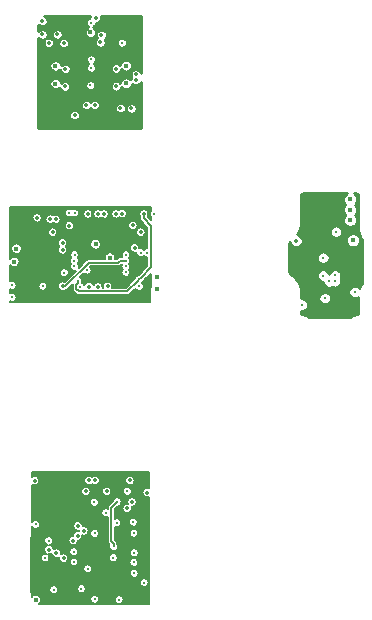
<source format=gbr>
G04 #@! TF.GenerationSoftware,KiCad,Pcbnew,(5.1.4)-1*
G04 #@! TF.CreationDate,2020-08-13T23:55:03-07:00*
G04 #@! TF.ProjectId,Kicad_LFOV_RigidFlex_Assembly,4b696361-645f-44c4-964f-565f52696769,rev?*
G04 #@! TF.SameCoordinates,Original*
G04 #@! TF.FileFunction,Copper,L5,Inr*
G04 #@! TF.FilePolarity,Positive*
%FSLAX46Y46*%
G04 Gerber Fmt 4.6, Leading zero omitted, Abs format (unit mm)*
G04 Created by KiCad (PCBNEW (5.1.4)-1) date 2020-08-13 23:55:03*
%MOMM*%
%LPD*%
G04 APERTURE LIST*
%ADD10C,0.350000*%
%ADD11C,0.300000*%
%ADD12C,0.450000*%
%ADD13C,0.152400*%
%ADD14C,0.203200*%
%ADD15C,0.254000*%
G04 APERTURE END LIST*
D10*
X103973020Y-87867180D03*
D11*
X105753560Y-114910560D03*
X109113980Y-115428720D03*
X126876200Y-91532400D03*
D12*
X100897080Y-89259100D03*
D11*
X100541480Y-92357900D03*
D12*
X102545580Y-118999600D03*
X129147620Y-85086840D03*
X129147620Y-85965680D03*
X129147620Y-86844520D03*
D11*
X127943660Y-87824960D03*
D12*
X110172780Y-75255980D03*
X110172780Y-73755980D03*
X104197780Y-73780980D03*
X104197780Y-75280980D03*
D11*
X107221680Y-73960680D03*
D10*
X105378910Y-87314730D03*
X111962980Y-109913598D03*
D12*
X129394000Y-88547040D03*
X112835080Y-91697502D03*
D11*
X126881280Y-90028720D03*
D12*
X108821880Y-90032100D03*
X107602680Y-88878100D03*
D11*
X108463780Y-111621400D03*
X106881320Y-91081359D03*
X103139900Y-92431560D03*
X106406380Y-118046600D03*
X110876780Y-114999600D03*
X111703980Y-117526400D03*
X109403580Y-112458600D03*
X107532920Y-113365060D03*
X109592460Y-118973600D03*
X110793780Y-112407800D03*
D10*
X108538960Y-109803600D03*
X103091100Y-71125960D03*
X110617780Y-77380980D03*
D12*
X107169570Y-70955980D03*
D10*
X107997780Y-71800980D03*
X103091100Y-69999300D03*
X109850580Y-86297460D03*
X111012780Y-74505980D03*
X111012780Y-75005980D03*
D11*
X129544000Y-92926280D03*
X126995130Y-93462350D03*
D10*
X102449020Y-108900920D03*
D11*
X109827060Y-71820820D03*
D12*
X100719280Y-90376700D03*
D11*
X109131980Y-114468200D03*
X109431480Y-110686200D03*
X111298380Y-92456960D03*
X110859320Y-116739000D03*
X104052980Y-118127520D03*
D10*
X103271980Y-75548180D03*
D12*
X125611940Y-85086840D03*
X125611940Y-86844520D03*
X125611940Y-85965680D03*
D11*
X126246940Y-87824960D03*
D10*
X103762200Y-86769900D03*
D11*
X112581080Y-86322860D03*
X125171098Y-91350480D03*
D10*
X104910620Y-69994220D03*
D11*
X100541480Y-93369500D03*
X111967080Y-89589300D03*
D10*
X111012780Y-73505980D03*
X106222780Y-77080980D03*
X108065640Y-77097580D03*
X111177780Y-69994220D03*
X129719000Y-90847560D03*
D11*
X125585491Y-93996491D03*
X109827060Y-69994220D03*
X107160720Y-75413560D03*
X105824429Y-86238789D03*
D10*
X105822780Y-77953446D03*
D11*
X105364940Y-86241580D03*
D10*
X105037780Y-74030980D03*
X104910620Y-71855980D03*
X108093440Y-71155980D03*
D11*
X127890798Y-91524882D03*
X127882700Y-92032980D03*
D10*
X111425380Y-87305840D03*
X108844700Y-86315667D03*
D11*
X101735280Y-93018300D03*
X107523980Y-112484000D03*
X103396440Y-112756640D03*
X110885220Y-114109600D03*
X107704280Y-92002300D03*
D10*
X102649680Y-86642900D03*
X110750420Y-87292460D03*
X109335167Y-86315667D03*
X106942280Y-86315667D03*
X104807410Y-92436202D03*
X104807410Y-92436202D03*
X104807410Y-92436202D03*
X104807410Y-92436202D03*
D12*
X112835080Y-92662701D03*
D11*
X110173900Y-90265640D03*
D10*
X104897580Y-115459200D03*
D11*
X110173900Y-90765640D03*
D10*
X110687060Y-110693607D03*
D11*
X110173900Y-91265640D03*
D10*
X110282380Y-111243400D03*
X110904680Y-89182900D03*
D11*
X125083732Y-93998748D03*
D10*
X124587498Y-88593870D03*
D11*
X110281180Y-109803600D03*
D10*
X107515640Y-77097580D03*
X107595060Y-69718880D03*
X107810295Y-86307867D03*
D11*
X111407600Y-89591840D03*
X127389280Y-92037860D03*
X110174620Y-89765640D03*
X107197780Y-70110980D03*
D10*
X106805379Y-77113579D03*
X110500820Y-108885680D03*
X111427920Y-87862780D03*
D11*
X103332980Y-115443600D03*
D10*
X104807410Y-88776500D03*
X104807410Y-89361970D03*
X103644976Y-114738600D03*
D11*
X105817060Y-89767100D03*
X103637780Y-113970400D03*
X105806900Y-90262400D03*
D10*
X104275280Y-115035020D03*
D11*
X105814520Y-90762780D03*
D10*
X105705300Y-113970760D03*
D11*
X104944709Y-91286020D03*
D10*
X106088840Y-113577060D03*
D11*
X106294580Y-92477280D03*
D10*
X107564580Y-108875520D03*
X107048960Y-92472200D03*
X107048960Y-108882678D03*
X106609540Y-113150340D03*
X107798260Y-92500140D03*
X106091380Y-112721080D03*
X108611981Y-92452801D03*
X111689540Y-86325400D03*
D11*
X106083080Y-92002300D03*
X106931980Y-116368200D03*
X110851380Y-115826800D03*
X107494320Y-110731400D03*
X102520180Y-112609280D03*
X105761040Y-115787000D03*
X110839180Y-113335400D03*
X107516180Y-118936600D03*
D10*
X106781180Y-109803600D03*
D11*
X111308540Y-91852440D03*
D10*
X108332297Y-86315667D03*
X104242510Y-86769900D03*
X105011880Y-75520240D03*
X103646180Y-71830980D03*
X109332780Y-74005980D03*
X109703360Y-77356560D03*
D11*
X107211580Y-73219060D03*
D10*
X104355540Y-71125960D03*
X109332780Y-75505980D03*
D13*
X108923480Y-111194200D02*
X109431480Y-110686200D01*
X108923480Y-114044420D02*
X108923480Y-111194200D01*
X109131980Y-114252920D02*
X108923480Y-114044420D01*
X109131980Y-114468200D02*
X109131980Y-114252920D01*
X109681500Y-90265640D02*
X110173900Y-90265640D01*
X109512239Y-90434901D02*
X109681500Y-90265640D01*
X107042632Y-90434901D02*
X109512239Y-90434901D01*
X105041331Y-92436202D02*
X107042632Y-90434901D01*
X104807410Y-92436202D02*
X105041331Y-92436202D01*
X105966779Y-92634625D02*
X106207212Y-92875058D01*
X105966779Y-92319935D02*
X105966779Y-92634625D01*
X106083080Y-92203634D02*
X105966779Y-92319935D01*
X106083080Y-92002300D02*
X106083080Y-92203634D01*
D14*
X111158541Y-92002439D02*
X111308540Y-91852440D01*
X110282639Y-92878341D02*
X111158541Y-92002439D01*
X107512985Y-92878341D02*
X110282639Y-92878341D01*
X107509702Y-92875058D02*
X107512985Y-92878341D01*
X106207212Y-92875058D02*
X107509702Y-92875058D01*
X111458539Y-91702441D02*
X111308540Y-91852440D01*
X112320281Y-90840699D02*
X111458539Y-91702441D01*
X112320281Y-87334601D02*
X112320281Y-90840699D01*
X111689540Y-86325400D02*
X111689540Y-86703860D01*
X111689540Y-86703860D02*
X112320281Y-87334601D01*
D15*
G36*
X128761318Y-84616129D02*
G01*
X128676909Y-84700538D01*
X128610590Y-84799791D01*
X128564908Y-84910076D01*
X128541620Y-85027154D01*
X128541620Y-85146526D01*
X128564908Y-85263604D01*
X128610590Y-85373889D01*
X128676909Y-85473142D01*
X128730027Y-85526260D01*
X128676909Y-85579378D01*
X128610590Y-85678631D01*
X128564908Y-85788916D01*
X128541620Y-85905994D01*
X128541620Y-86025366D01*
X128564908Y-86142444D01*
X128610590Y-86252729D01*
X128676909Y-86351982D01*
X128730027Y-86405100D01*
X128676909Y-86458218D01*
X128610590Y-86557471D01*
X128564908Y-86667756D01*
X128541620Y-86784834D01*
X128541620Y-86904206D01*
X128564908Y-87021284D01*
X128610590Y-87131569D01*
X128676909Y-87230822D01*
X128761318Y-87315231D01*
X128860571Y-87381550D01*
X128970856Y-87427232D01*
X129087934Y-87450520D01*
X129207306Y-87450520D01*
X129324384Y-87427232D01*
X129434669Y-87381550D01*
X129533922Y-87315231D01*
X129618331Y-87230822D01*
X129684650Y-87131569D01*
X129730332Y-87021284D01*
X129753620Y-86904206D01*
X129753620Y-86784834D01*
X129730332Y-86667756D01*
X129684650Y-86557471D01*
X129618331Y-86458218D01*
X129565213Y-86405100D01*
X129618331Y-86351982D01*
X129684650Y-86252729D01*
X129730332Y-86142444D01*
X129753620Y-86025366D01*
X129753620Y-85905994D01*
X129730332Y-85788916D01*
X129684650Y-85678631D01*
X129618331Y-85579378D01*
X129565213Y-85526260D01*
X129618331Y-85473142D01*
X129684650Y-85373889D01*
X129730332Y-85263604D01*
X129753620Y-85146526D01*
X129753620Y-85027154D01*
X129730332Y-84910076D01*
X129684650Y-84799791D01*
X129618331Y-84700538D01*
X129533922Y-84616129D01*
X129447704Y-84558520D01*
X129543369Y-84558520D01*
X129562171Y-84566811D01*
X129567901Y-84568650D01*
X129824061Y-84648909D01*
X129824070Y-87510840D01*
X129825899Y-87529414D01*
X129825869Y-87533770D01*
X129826456Y-87539760D01*
X129856017Y-87821007D01*
X129863872Y-87859274D01*
X129871192Y-87897643D01*
X129872931Y-87903404D01*
X129956556Y-88173553D01*
X129971691Y-88209558D01*
X129986327Y-88245783D01*
X129989150Y-88251092D01*
X129989152Y-88251097D01*
X129989155Y-88251101D01*
X130123656Y-88499858D01*
X130145512Y-88532260D01*
X130157984Y-88551320D01*
X130155561Y-92088528D01*
X130146624Y-92101979D01*
X130124550Y-92134217D01*
X130121688Y-92139510D01*
X129988923Y-92389204D01*
X129974033Y-92425330D01*
X129958648Y-92461225D01*
X129956868Y-92466974D01*
X129928755Y-92560088D01*
X129882493Y-92513826D01*
X129795523Y-92455714D01*
X129698887Y-92415686D01*
X129596299Y-92395280D01*
X129491701Y-92395280D01*
X129389113Y-92415686D01*
X129292477Y-92455714D01*
X129205507Y-92513826D01*
X129131546Y-92587787D01*
X129073434Y-92674757D01*
X129033406Y-92771393D01*
X129013000Y-92873981D01*
X129013000Y-92978579D01*
X129033406Y-93081167D01*
X129073434Y-93177803D01*
X129131546Y-93264773D01*
X129205507Y-93338734D01*
X129292477Y-93396846D01*
X129389113Y-93436874D01*
X129491701Y-93457280D01*
X129596299Y-93457280D01*
X129698887Y-93436874D01*
X129795523Y-93396846D01*
X129829140Y-93374384D01*
X129829141Y-94760591D01*
X129807993Y-94764932D01*
X129769699Y-94772237D01*
X129763944Y-94773974D01*
X129421916Y-94879849D01*
X129385903Y-94894987D01*
X129349764Y-94909588D01*
X129344465Y-94912405D01*
X129344456Y-94912409D01*
X129344449Y-94912414D01*
X129133703Y-95026364D01*
X125677981Y-95020232D01*
X125469392Y-94909323D01*
X125433273Y-94894436D01*
X125397450Y-94879082D01*
X125391708Y-94877304D01*
X125044802Y-94772566D01*
X125006493Y-94764981D01*
X124990720Y-94761628D01*
X124990719Y-94521650D01*
X125031433Y-94529748D01*
X125136031Y-94529748D01*
X125238619Y-94509342D01*
X125335255Y-94469314D01*
X125422225Y-94411202D01*
X125496186Y-94337241D01*
X125554298Y-94250271D01*
X125594326Y-94153635D01*
X125614732Y-94051047D01*
X125614732Y-93946449D01*
X125594326Y-93843861D01*
X125554298Y-93747225D01*
X125496186Y-93660255D01*
X125422225Y-93586294D01*
X125335255Y-93528182D01*
X125238619Y-93488154D01*
X125136031Y-93467748D01*
X125031433Y-93467748D01*
X124990719Y-93475847D01*
X124990719Y-93410051D01*
X126464130Y-93410051D01*
X126464130Y-93514649D01*
X126484536Y-93617237D01*
X126524564Y-93713873D01*
X126582676Y-93800843D01*
X126656637Y-93874804D01*
X126743607Y-93932916D01*
X126840243Y-93972944D01*
X126942831Y-93993350D01*
X127047429Y-93993350D01*
X127150017Y-93972944D01*
X127246653Y-93932916D01*
X127333623Y-93874804D01*
X127407584Y-93800843D01*
X127465696Y-93713873D01*
X127505724Y-93617237D01*
X127526130Y-93514649D01*
X127526130Y-93410051D01*
X127505724Y-93307463D01*
X127465696Y-93210827D01*
X127407584Y-93123857D01*
X127333623Y-93049896D01*
X127246653Y-92991784D01*
X127150017Y-92951756D01*
X127047429Y-92931350D01*
X126942831Y-92931350D01*
X126840243Y-92951756D01*
X126743607Y-92991784D01*
X126656637Y-93049896D01*
X126582676Y-93123857D01*
X126524564Y-93210827D01*
X126484536Y-93307463D01*
X126464130Y-93410051D01*
X124990719Y-93410051D01*
X124990718Y-92857433D01*
X124988474Y-92834647D01*
X124988484Y-92833326D01*
X124987902Y-92827343D01*
X124985251Y-92801929D01*
X124984481Y-92794110D01*
X124984412Y-92793882D01*
X124962407Y-92582921D01*
X124954587Y-92544671D01*
X124947309Y-92506355D01*
X124945579Y-92500609D01*
X124945577Y-92500599D01*
X124945573Y-92500590D01*
X124873091Y-92265783D01*
X124858003Y-92229810D01*
X124843409Y-92193607D01*
X124840591Y-92188297D01*
X124723877Y-91972033D01*
X124702060Y-91939633D01*
X124680742Y-91906999D01*
X124676950Y-91902342D01*
X124676946Y-91902336D01*
X124676941Y-91902331D01*
X124520449Y-91712861D01*
X124492772Y-91685333D01*
X124465503Y-91657443D01*
X124460880Y-91653613D01*
X124460874Y-91653607D01*
X124460867Y-91653603D01*
X124270554Y-91498137D01*
X124243456Y-91480101D01*
X126345200Y-91480101D01*
X126345200Y-91584699D01*
X126365606Y-91687287D01*
X126405634Y-91783923D01*
X126463746Y-91870893D01*
X126537707Y-91944854D01*
X126624677Y-92002966D01*
X126721313Y-92042994D01*
X126823901Y-92063400D01*
X126858280Y-92063400D01*
X126858280Y-92090159D01*
X126878686Y-92192747D01*
X126918714Y-92289383D01*
X126976826Y-92376353D01*
X127050787Y-92450314D01*
X127137757Y-92508426D01*
X127234393Y-92548454D01*
X127336981Y-92568860D01*
X127441579Y-92568860D01*
X127544167Y-92548454D01*
X127640803Y-92508426D01*
X127641628Y-92507875D01*
X127727813Y-92543574D01*
X127830401Y-92563980D01*
X127934999Y-92563980D01*
X128037587Y-92543574D01*
X128134223Y-92503546D01*
X128221193Y-92445434D01*
X128295154Y-92371473D01*
X128353266Y-92284503D01*
X128393294Y-92187867D01*
X128413700Y-92085279D01*
X128413700Y-91980681D01*
X128393294Y-91878093D01*
X128355073Y-91785820D01*
X128361364Y-91776405D01*
X128401392Y-91679769D01*
X128421798Y-91577181D01*
X128421798Y-91472583D01*
X128401392Y-91369995D01*
X128361364Y-91273359D01*
X128303252Y-91186389D01*
X128229291Y-91112428D01*
X128142321Y-91054316D01*
X128045685Y-91014288D01*
X127943097Y-90993882D01*
X127838499Y-90993882D01*
X127735911Y-91014288D01*
X127639275Y-91054316D01*
X127552305Y-91112428D01*
X127478344Y-91186389D01*
X127420232Y-91273359D01*
X127381942Y-91365799D01*
X127346766Y-91280877D01*
X127288654Y-91193907D01*
X127214693Y-91119946D01*
X127127723Y-91061834D01*
X127031087Y-91021806D01*
X126928499Y-91001400D01*
X126823901Y-91001400D01*
X126721313Y-91021806D01*
X126624677Y-91061834D01*
X126537707Y-91119946D01*
X126463746Y-91193907D01*
X126405634Y-91280877D01*
X126365606Y-91377513D01*
X126345200Y-91480101D01*
X124243456Y-91480101D01*
X124238048Y-91476502D01*
X124205889Y-91454446D01*
X124200609Y-91451585D01*
X124200605Y-91451582D01*
X124200601Y-91451580D01*
X124082542Y-91388688D01*
X123961321Y-91099319D01*
X123965267Y-89976421D01*
X126350280Y-89976421D01*
X126350280Y-90081019D01*
X126370686Y-90183607D01*
X126410714Y-90280243D01*
X126468826Y-90367213D01*
X126542787Y-90441174D01*
X126629757Y-90499286D01*
X126726393Y-90539314D01*
X126828981Y-90559720D01*
X126933579Y-90559720D01*
X127036167Y-90539314D01*
X127132803Y-90499286D01*
X127219773Y-90441174D01*
X127293734Y-90367213D01*
X127351846Y-90280243D01*
X127391874Y-90183607D01*
X127412280Y-90081019D01*
X127412280Y-89976421D01*
X127391874Y-89873833D01*
X127351846Y-89777197D01*
X127293734Y-89690227D01*
X127219773Y-89616266D01*
X127132803Y-89558154D01*
X127036167Y-89518126D01*
X126933579Y-89497720D01*
X126828981Y-89497720D01*
X126726393Y-89518126D01*
X126629757Y-89558154D01*
X126542787Y-89616266D01*
X126468826Y-89690227D01*
X126410714Y-89777197D01*
X126370686Y-89873833D01*
X126350280Y-89976421D01*
X123965267Y-89976421D01*
X123969384Y-88805384D01*
X124036028Y-88671404D01*
X124052865Y-88756049D01*
X124094777Y-88857235D01*
X124155625Y-88948299D01*
X124233069Y-89025743D01*
X124324133Y-89086591D01*
X124425319Y-89128503D01*
X124532737Y-89149870D01*
X124642259Y-89149870D01*
X124749677Y-89128503D01*
X124850863Y-89086591D01*
X124941927Y-89025743D01*
X125019371Y-88948299D01*
X125080219Y-88857235D01*
X125122131Y-88756049D01*
X125143498Y-88648631D01*
X125143498Y-88539109D01*
X125133204Y-88487354D01*
X128788000Y-88487354D01*
X128788000Y-88606726D01*
X128811288Y-88723804D01*
X128856970Y-88834089D01*
X128923289Y-88933342D01*
X129007698Y-89017751D01*
X129106951Y-89084070D01*
X129217236Y-89129752D01*
X129334314Y-89153040D01*
X129453686Y-89153040D01*
X129570764Y-89129752D01*
X129681049Y-89084070D01*
X129780302Y-89017751D01*
X129864711Y-88933342D01*
X129931030Y-88834089D01*
X129976712Y-88723804D01*
X130000000Y-88606726D01*
X130000000Y-88487354D01*
X129976712Y-88370276D01*
X129931030Y-88259991D01*
X129864711Y-88160738D01*
X129780302Y-88076329D01*
X129681049Y-88010010D01*
X129570764Y-87964328D01*
X129453686Y-87941040D01*
X129334314Y-87941040D01*
X129217236Y-87964328D01*
X129106951Y-88010010D01*
X129007698Y-88076329D01*
X128923289Y-88160738D01*
X128856970Y-88259991D01*
X128811288Y-88370276D01*
X128788000Y-88487354D01*
X125133204Y-88487354D01*
X125122131Y-88431691D01*
X125080219Y-88330505D01*
X125019371Y-88239441D01*
X124941927Y-88161997D01*
X124850863Y-88101149D01*
X124749677Y-88059237D01*
X124680278Y-88045432D01*
X124683524Y-88041452D01*
X124705110Y-88008963D01*
X124727163Y-87976755D01*
X124730022Y-87971467D01*
X124835729Y-87772661D01*
X127412660Y-87772661D01*
X127412660Y-87877259D01*
X127433066Y-87979847D01*
X127473094Y-88076483D01*
X127531206Y-88163453D01*
X127605167Y-88237414D01*
X127692137Y-88295526D01*
X127788773Y-88335554D01*
X127891361Y-88355960D01*
X127995959Y-88355960D01*
X128098547Y-88335554D01*
X128195183Y-88295526D01*
X128282153Y-88237414D01*
X128356114Y-88163453D01*
X128414226Y-88076483D01*
X128454254Y-87979847D01*
X128474660Y-87877259D01*
X128474660Y-87772661D01*
X128454254Y-87670073D01*
X128414226Y-87573437D01*
X128356114Y-87486467D01*
X128282153Y-87412506D01*
X128195183Y-87354394D01*
X128098547Y-87314366D01*
X127995959Y-87293960D01*
X127891361Y-87293960D01*
X127788773Y-87314366D01*
X127692137Y-87354394D01*
X127605167Y-87412506D01*
X127531206Y-87486467D01*
X127473094Y-87573437D01*
X127433066Y-87670073D01*
X127412660Y-87772661D01*
X124835729Y-87772661D01*
X124845455Y-87754370D01*
X124860324Y-87718295D01*
X124875697Y-87682428D01*
X124877475Y-87676685D01*
X124948541Y-87441302D01*
X124956120Y-87403030D01*
X124964234Y-87364854D01*
X124964861Y-87358889D01*
X124964863Y-87358877D01*
X124964863Y-87358866D01*
X124984474Y-87158858D01*
X124985143Y-87156651D01*
X124991380Y-87093328D01*
X124991380Y-84646505D01*
X124996798Y-84644860D01*
X124996804Y-84644858D01*
X125270844Y-84559504D01*
X125273173Y-84558520D01*
X128847536Y-84558520D01*
X128761318Y-84616129D01*
X128761318Y-84616129D01*
G37*
X128761318Y-84616129D02*
X128676909Y-84700538D01*
X128610590Y-84799791D01*
X128564908Y-84910076D01*
X128541620Y-85027154D01*
X128541620Y-85146526D01*
X128564908Y-85263604D01*
X128610590Y-85373889D01*
X128676909Y-85473142D01*
X128730027Y-85526260D01*
X128676909Y-85579378D01*
X128610590Y-85678631D01*
X128564908Y-85788916D01*
X128541620Y-85905994D01*
X128541620Y-86025366D01*
X128564908Y-86142444D01*
X128610590Y-86252729D01*
X128676909Y-86351982D01*
X128730027Y-86405100D01*
X128676909Y-86458218D01*
X128610590Y-86557471D01*
X128564908Y-86667756D01*
X128541620Y-86784834D01*
X128541620Y-86904206D01*
X128564908Y-87021284D01*
X128610590Y-87131569D01*
X128676909Y-87230822D01*
X128761318Y-87315231D01*
X128860571Y-87381550D01*
X128970856Y-87427232D01*
X129087934Y-87450520D01*
X129207306Y-87450520D01*
X129324384Y-87427232D01*
X129434669Y-87381550D01*
X129533922Y-87315231D01*
X129618331Y-87230822D01*
X129684650Y-87131569D01*
X129730332Y-87021284D01*
X129753620Y-86904206D01*
X129753620Y-86784834D01*
X129730332Y-86667756D01*
X129684650Y-86557471D01*
X129618331Y-86458218D01*
X129565213Y-86405100D01*
X129618331Y-86351982D01*
X129684650Y-86252729D01*
X129730332Y-86142444D01*
X129753620Y-86025366D01*
X129753620Y-85905994D01*
X129730332Y-85788916D01*
X129684650Y-85678631D01*
X129618331Y-85579378D01*
X129565213Y-85526260D01*
X129618331Y-85473142D01*
X129684650Y-85373889D01*
X129730332Y-85263604D01*
X129753620Y-85146526D01*
X129753620Y-85027154D01*
X129730332Y-84910076D01*
X129684650Y-84799791D01*
X129618331Y-84700538D01*
X129533922Y-84616129D01*
X129447704Y-84558520D01*
X129543369Y-84558520D01*
X129562171Y-84566811D01*
X129567901Y-84568650D01*
X129824061Y-84648909D01*
X129824070Y-87510840D01*
X129825899Y-87529414D01*
X129825869Y-87533770D01*
X129826456Y-87539760D01*
X129856017Y-87821007D01*
X129863872Y-87859274D01*
X129871192Y-87897643D01*
X129872931Y-87903404D01*
X129956556Y-88173553D01*
X129971691Y-88209558D01*
X129986327Y-88245783D01*
X129989150Y-88251092D01*
X129989152Y-88251097D01*
X129989155Y-88251101D01*
X130123656Y-88499858D01*
X130145512Y-88532260D01*
X130157984Y-88551320D01*
X130155561Y-92088528D01*
X130146624Y-92101979D01*
X130124550Y-92134217D01*
X130121688Y-92139510D01*
X129988923Y-92389204D01*
X129974033Y-92425330D01*
X129958648Y-92461225D01*
X129956868Y-92466974D01*
X129928755Y-92560088D01*
X129882493Y-92513826D01*
X129795523Y-92455714D01*
X129698887Y-92415686D01*
X129596299Y-92395280D01*
X129491701Y-92395280D01*
X129389113Y-92415686D01*
X129292477Y-92455714D01*
X129205507Y-92513826D01*
X129131546Y-92587787D01*
X129073434Y-92674757D01*
X129033406Y-92771393D01*
X129013000Y-92873981D01*
X129013000Y-92978579D01*
X129033406Y-93081167D01*
X129073434Y-93177803D01*
X129131546Y-93264773D01*
X129205507Y-93338734D01*
X129292477Y-93396846D01*
X129389113Y-93436874D01*
X129491701Y-93457280D01*
X129596299Y-93457280D01*
X129698887Y-93436874D01*
X129795523Y-93396846D01*
X129829140Y-93374384D01*
X129829141Y-94760591D01*
X129807993Y-94764932D01*
X129769699Y-94772237D01*
X129763944Y-94773974D01*
X129421916Y-94879849D01*
X129385903Y-94894987D01*
X129349764Y-94909588D01*
X129344465Y-94912405D01*
X129344456Y-94912409D01*
X129344449Y-94912414D01*
X129133703Y-95026364D01*
X125677981Y-95020232D01*
X125469392Y-94909323D01*
X125433273Y-94894436D01*
X125397450Y-94879082D01*
X125391708Y-94877304D01*
X125044802Y-94772566D01*
X125006493Y-94764981D01*
X124990720Y-94761628D01*
X124990719Y-94521650D01*
X125031433Y-94529748D01*
X125136031Y-94529748D01*
X125238619Y-94509342D01*
X125335255Y-94469314D01*
X125422225Y-94411202D01*
X125496186Y-94337241D01*
X125554298Y-94250271D01*
X125594326Y-94153635D01*
X125614732Y-94051047D01*
X125614732Y-93946449D01*
X125594326Y-93843861D01*
X125554298Y-93747225D01*
X125496186Y-93660255D01*
X125422225Y-93586294D01*
X125335255Y-93528182D01*
X125238619Y-93488154D01*
X125136031Y-93467748D01*
X125031433Y-93467748D01*
X124990719Y-93475847D01*
X124990719Y-93410051D01*
X126464130Y-93410051D01*
X126464130Y-93514649D01*
X126484536Y-93617237D01*
X126524564Y-93713873D01*
X126582676Y-93800843D01*
X126656637Y-93874804D01*
X126743607Y-93932916D01*
X126840243Y-93972944D01*
X126942831Y-93993350D01*
X127047429Y-93993350D01*
X127150017Y-93972944D01*
X127246653Y-93932916D01*
X127333623Y-93874804D01*
X127407584Y-93800843D01*
X127465696Y-93713873D01*
X127505724Y-93617237D01*
X127526130Y-93514649D01*
X127526130Y-93410051D01*
X127505724Y-93307463D01*
X127465696Y-93210827D01*
X127407584Y-93123857D01*
X127333623Y-93049896D01*
X127246653Y-92991784D01*
X127150017Y-92951756D01*
X127047429Y-92931350D01*
X126942831Y-92931350D01*
X126840243Y-92951756D01*
X126743607Y-92991784D01*
X126656637Y-93049896D01*
X126582676Y-93123857D01*
X126524564Y-93210827D01*
X126484536Y-93307463D01*
X126464130Y-93410051D01*
X124990719Y-93410051D01*
X124990718Y-92857433D01*
X124988474Y-92834647D01*
X124988484Y-92833326D01*
X124987902Y-92827343D01*
X124985251Y-92801929D01*
X124984481Y-92794110D01*
X124984412Y-92793882D01*
X124962407Y-92582921D01*
X124954587Y-92544671D01*
X124947309Y-92506355D01*
X124945579Y-92500609D01*
X124945577Y-92500599D01*
X124945573Y-92500590D01*
X124873091Y-92265783D01*
X124858003Y-92229810D01*
X124843409Y-92193607D01*
X124840591Y-92188297D01*
X124723877Y-91972033D01*
X124702060Y-91939633D01*
X124680742Y-91906999D01*
X124676950Y-91902342D01*
X124676946Y-91902336D01*
X124676941Y-91902331D01*
X124520449Y-91712861D01*
X124492772Y-91685333D01*
X124465503Y-91657443D01*
X124460880Y-91653613D01*
X124460874Y-91653607D01*
X124460867Y-91653603D01*
X124270554Y-91498137D01*
X124243456Y-91480101D01*
X126345200Y-91480101D01*
X126345200Y-91584699D01*
X126365606Y-91687287D01*
X126405634Y-91783923D01*
X126463746Y-91870893D01*
X126537707Y-91944854D01*
X126624677Y-92002966D01*
X126721313Y-92042994D01*
X126823901Y-92063400D01*
X126858280Y-92063400D01*
X126858280Y-92090159D01*
X126878686Y-92192747D01*
X126918714Y-92289383D01*
X126976826Y-92376353D01*
X127050787Y-92450314D01*
X127137757Y-92508426D01*
X127234393Y-92548454D01*
X127336981Y-92568860D01*
X127441579Y-92568860D01*
X127544167Y-92548454D01*
X127640803Y-92508426D01*
X127641628Y-92507875D01*
X127727813Y-92543574D01*
X127830401Y-92563980D01*
X127934999Y-92563980D01*
X128037587Y-92543574D01*
X128134223Y-92503546D01*
X128221193Y-92445434D01*
X128295154Y-92371473D01*
X128353266Y-92284503D01*
X128393294Y-92187867D01*
X128413700Y-92085279D01*
X128413700Y-91980681D01*
X128393294Y-91878093D01*
X128355073Y-91785820D01*
X128361364Y-91776405D01*
X128401392Y-91679769D01*
X128421798Y-91577181D01*
X128421798Y-91472583D01*
X128401392Y-91369995D01*
X128361364Y-91273359D01*
X128303252Y-91186389D01*
X128229291Y-91112428D01*
X128142321Y-91054316D01*
X128045685Y-91014288D01*
X127943097Y-90993882D01*
X127838499Y-90993882D01*
X127735911Y-91014288D01*
X127639275Y-91054316D01*
X127552305Y-91112428D01*
X127478344Y-91186389D01*
X127420232Y-91273359D01*
X127381942Y-91365799D01*
X127346766Y-91280877D01*
X127288654Y-91193907D01*
X127214693Y-91119946D01*
X127127723Y-91061834D01*
X127031087Y-91021806D01*
X126928499Y-91001400D01*
X126823901Y-91001400D01*
X126721313Y-91021806D01*
X126624677Y-91061834D01*
X126537707Y-91119946D01*
X126463746Y-91193907D01*
X126405634Y-91280877D01*
X126365606Y-91377513D01*
X126345200Y-91480101D01*
X124243456Y-91480101D01*
X124238048Y-91476502D01*
X124205889Y-91454446D01*
X124200609Y-91451585D01*
X124200605Y-91451582D01*
X124200601Y-91451580D01*
X124082542Y-91388688D01*
X123961321Y-91099319D01*
X123965267Y-89976421D01*
X126350280Y-89976421D01*
X126350280Y-90081019D01*
X126370686Y-90183607D01*
X126410714Y-90280243D01*
X126468826Y-90367213D01*
X126542787Y-90441174D01*
X126629757Y-90499286D01*
X126726393Y-90539314D01*
X126828981Y-90559720D01*
X126933579Y-90559720D01*
X127036167Y-90539314D01*
X127132803Y-90499286D01*
X127219773Y-90441174D01*
X127293734Y-90367213D01*
X127351846Y-90280243D01*
X127391874Y-90183607D01*
X127412280Y-90081019D01*
X127412280Y-89976421D01*
X127391874Y-89873833D01*
X127351846Y-89777197D01*
X127293734Y-89690227D01*
X127219773Y-89616266D01*
X127132803Y-89558154D01*
X127036167Y-89518126D01*
X126933579Y-89497720D01*
X126828981Y-89497720D01*
X126726393Y-89518126D01*
X126629757Y-89558154D01*
X126542787Y-89616266D01*
X126468826Y-89690227D01*
X126410714Y-89777197D01*
X126370686Y-89873833D01*
X126350280Y-89976421D01*
X123965267Y-89976421D01*
X123969384Y-88805384D01*
X124036028Y-88671404D01*
X124052865Y-88756049D01*
X124094777Y-88857235D01*
X124155625Y-88948299D01*
X124233069Y-89025743D01*
X124324133Y-89086591D01*
X124425319Y-89128503D01*
X124532737Y-89149870D01*
X124642259Y-89149870D01*
X124749677Y-89128503D01*
X124850863Y-89086591D01*
X124941927Y-89025743D01*
X125019371Y-88948299D01*
X125080219Y-88857235D01*
X125122131Y-88756049D01*
X125143498Y-88648631D01*
X125143498Y-88539109D01*
X125133204Y-88487354D01*
X128788000Y-88487354D01*
X128788000Y-88606726D01*
X128811288Y-88723804D01*
X128856970Y-88834089D01*
X128923289Y-88933342D01*
X129007698Y-89017751D01*
X129106951Y-89084070D01*
X129217236Y-89129752D01*
X129334314Y-89153040D01*
X129453686Y-89153040D01*
X129570764Y-89129752D01*
X129681049Y-89084070D01*
X129780302Y-89017751D01*
X129864711Y-88933342D01*
X129931030Y-88834089D01*
X129976712Y-88723804D01*
X130000000Y-88606726D01*
X130000000Y-88487354D01*
X129976712Y-88370276D01*
X129931030Y-88259991D01*
X129864711Y-88160738D01*
X129780302Y-88076329D01*
X129681049Y-88010010D01*
X129570764Y-87964328D01*
X129453686Y-87941040D01*
X129334314Y-87941040D01*
X129217236Y-87964328D01*
X129106951Y-88010010D01*
X129007698Y-88076329D01*
X128923289Y-88160738D01*
X128856970Y-88259991D01*
X128811288Y-88370276D01*
X128788000Y-88487354D01*
X125133204Y-88487354D01*
X125122131Y-88431691D01*
X125080219Y-88330505D01*
X125019371Y-88239441D01*
X124941927Y-88161997D01*
X124850863Y-88101149D01*
X124749677Y-88059237D01*
X124680278Y-88045432D01*
X124683524Y-88041452D01*
X124705110Y-88008963D01*
X124727163Y-87976755D01*
X124730022Y-87971467D01*
X124835729Y-87772661D01*
X127412660Y-87772661D01*
X127412660Y-87877259D01*
X127433066Y-87979847D01*
X127473094Y-88076483D01*
X127531206Y-88163453D01*
X127605167Y-88237414D01*
X127692137Y-88295526D01*
X127788773Y-88335554D01*
X127891361Y-88355960D01*
X127995959Y-88355960D01*
X128098547Y-88335554D01*
X128195183Y-88295526D01*
X128282153Y-88237414D01*
X128356114Y-88163453D01*
X128414226Y-88076483D01*
X128454254Y-87979847D01*
X128474660Y-87877259D01*
X128474660Y-87772661D01*
X128454254Y-87670073D01*
X128414226Y-87573437D01*
X128356114Y-87486467D01*
X128282153Y-87412506D01*
X128195183Y-87354394D01*
X128098547Y-87314366D01*
X127995959Y-87293960D01*
X127891361Y-87293960D01*
X127788773Y-87314366D01*
X127692137Y-87354394D01*
X127605167Y-87412506D01*
X127531206Y-87486467D01*
X127473094Y-87573437D01*
X127433066Y-87670073D01*
X127412660Y-87772661D01*
X124835729Y-87772661D01*
X124845455Y-87754370D01*
X124860324Y-87718295D01*
X124875697Y-87682428D01*
X124877475Y-87676685D01*
X124948541Y-87441302D01*
X124956120Y-87403030D01*
X124964234Y-87364854D01*
X124964861Y-87358889D01*
X124964863Y-87358877D01*
X124964863Y-87358866D01*
X124984474Y-87158858D01*
X124985143Y-87156651D01*
X124991380Y-87093328D01*
X124991380Y-84646505D01*
X124996798Y-84644860D01*
X124996804Y-84644858D01*
X125270844Y-84559504D01*
X125273173Y-84558520D01*
X128847536Y-84558520D01*
X128761318Y-84616129D01*
D13*
G36*
X112110202Y-109537726D02*
G01*
X112080706Y-109525508D01*
X112002731Y-109509998D01*
X111923229Y-109509998D01*
X111845254Y-109525508D01*
X111771804Y-109555932D01*
X111705700Y-109600101D01*
X111649483Y-109656318D01*
X111605314Y-109722422D01*
X111574890Y-109795872D01*
X111559380Y-109873847D01*
X111559380Y-109953349D01*
X111574890Y-110031324D01*
X111605314Y-110104774D01*
X111649483Y-110170878D01*
X111705700Y-110227095D01*
X111771804Y-110271264D01*
X111845254Y-110301688D01*
X111923229Y-110317198D01*
X112002731Y-110317198D01*
X112080706Y-110301688D01*
X112109690Y-110289682D01*
X112103502Y-119369647D01*
X102804988Y-119371809D01*
X102834733Y-119351934D01*
X102897914Y-119288753D01*
X102947555Y-119214460D01*
X102981749Y-119131910D01*
X102999180Y-119044276D01*
X102999180Y-118954924D01*
X102988119Y-118899311D01*
X107137580Y-118899311D01*
X107137580Y-118973889D01*
X107152129Y-119047034D01*
X107180669Y-119115934D01*
X107222102Y-119177944D01*
X107274836Y-119230678D01*
X107336846Y-119272111D01*
X107405746Y-119300651D01*
X107478891Y-119315200D01*
X107553469Y-119315200D01*
X107626614Y-119300651D01*
X107695514Y-119272111D01*
X107757524Y-119230678D01*
X107810258Y-119177944D01*
X107851691Y-119115934D01*
X107880231Y-119047034D01*
X107894780Y-118973889D01*
X107894780Y-118936311D01*
X109213860Y-118936311D01*
X109213860Y-119010889D01*
X109228409Y-119084034D01*
X109256949Y-119152934D01*
X109298382Y-119214944D01*
X109351116Y-119267678D01*
X109413126Y-119309111D01*
X109482026Y-119337651D01*
X109555171Y-119352200D01*
X109629749Y-119352200D01*
X109702894Y-119337651D01*
X109771794Y-119309111D01*
X109833804Y-119267678D01*
X109886538Y-119214944D01*
X109927971Y-119152934D01*
X109956511Y-119084034D01*
X109971060Y-119010889D01*
X109971060Y-118936311D01*
X109956511Y-118863166D01*
X109927971Y-118794266D01*
X109886538Y-118732256D01*
X109833804Y-118679522D01*
X109771794Y-118638089D01*
X109702894Y-118609549D01*
X109629749Y-118595000D01*
X109555171Y-118595000D01*
X109482026Y-118609549D01*
X109413126Y-118638089D01*
X109351116Y-118679522D01*
X109298382Y-118732256D01*
X109256949Y-118794266D01*
X109228409Y-118863166D01*
X109213860Y-118936311D01*
X107894780Y-118936311D01*
X107894780Y-118899311D01*
X107880231Y-118826166D01*
X107851691Y-118757266D01*
X107810258Y-118695256D01*
X107757524Y-118642522D01*
X107695514Y-118601089D01*
X107626614Y-118572549D01*
X107553469Y-118558000D01*
X107478891Y-118558000D01*
X107405746Y-118572549D01*
X107336846Y-118601089D01*
X107274836Y-118642522D01*
X107222102Y-118695256D01*
X107180669Y-118757266D01*
X107152129Y-118826166D01*
X107137580Y-118899311D01*
X102988119Y-118899311D01*
X102981749Y-118867290D01*
X102947555Y-118784740D01*
X102897914Y-118710447D01*
X102834733Y-118647266D01*
X102760440Y-118597625D01*
X102677890Y-118563431D01*
X102590256Y-118546000D01*
X102500904Y-118546000D01*
X102413270Y-118563431D01*
X102330720Y-118597625D01*
X102256427Y-118647266D01*
X102193246Y-118710447D01*
X102177940Y-118733354D01*
X102173899Y-118090231D01*
X103674380Y-118090231D01*
X103674380Y-118164809D01*
X103688929Y-118237954D01*
X103717469Y-118306854D01*
X103758902Y-118368864D01*
X103811636Y-118421598D01*
X103873646Y-118463031D01*
X103942546Y-118491571D01*
X104015691Y-118506120D01*
X104090269Y-118506120D01*
X104163414Y-118491571D01*
X104232314Y-118463031D01*
X104294324Y-118421598D01*
X104347058Y-118368864D01*
X104388491Y-118306854D01*
X104417031Y-118237954D01*
X104431580Y-118164809D01*
X104431580Y-118090231D01*
X104417031Y-118017086D01*
X104413811Y-118009311D01*
X106027780Y-118009311D01*
X106027780Y-118083889D01*
X106042329Y-118157034D01*
X106070869Y-118225934D01*
X106112302Y-118287944D01*
X106165036Y-118340678D01*
X106227046Y-118382111D01*
X106295946Y-118410651D01*
X106369091Y-118425200D01*
X106443669Y-118425200D01*
X106516814Y-118410651D01*
X106585714Y-118382111D01*
X106647724Y-118340678D01*
X106700458Y-118287944D01*
X106741891Y-118225934D01*
X106770431Y-118157034D01*
X106784980Y-118083889D01*
X106784980Y-118009311D01*
X106770431Y-117936166D01*
X106741891Y-117867266D01*
X106700458Y-117805256D01*
X106647724Y-117752522D01*
X106585714Y-117711089D01*
X106516814Y-117682549D01*
X106443669Y-117668000D01*
X106369091Y-117668000D01*
X106295946Y-117682549D01*
X106227046Y-117711089D01*
X106165036Y-117752522D01*
X106112302Y-117805256D01*
X106070869Y-117867266D01*
X106042329Y-117936166D01*
X106027780Y-118009311D01*
X104413811Y-118009311D01*
X104388491Y-117948186D01*
X104347058Y-117886176D01*
X104294324Y-117833442D01*
X104232314Y-117792009D01*
X104163414Y-117763469D01*
X104090269Y-117748920D01*
X104015691Y-117748920D01*
X103942546Y-117763469D01*
X103873646Y-117792009D01*
X103811636Y-117833442D01*
X103758902Y-117886176D01*
X103717469Y-117948186D01*
X103688929Y-118017086D01*
X103674380Y-118090231D01*
X102173899Y-118090231D01*
X102170122Y-117489111D01*
X111325380Y-117489111D01*
X111325380Y-117563689D01*
X111339929Y-117636834D01*
X111368469Y-117705734D01*
X111409902Y-117767744D01*
X111462636Y-117820478D01*
X111524646Y-117861911D01*
X111593546Y-117890451D01*
X111666691Y-117905000D01*
X111741269Y-117905000D01*
X111814414Y-117890451D01*
X111883314Y-117861911D01*
X111945324Y-117820478D01*
X111998058Y-117767744D01*
X112039491Y-117705734D01*
X112068031Y-117636834D01*
X112082580Y-117563689D01*
X112082580Y-117489111D01*
X112068031Y-117415966D01*
X112039491Y-117347066D01*
X111998058Y-117285056D01*
X111945324Y-117232322D01*
X111883314Y-117190889D01*
X111814414Y-117162349D01*
X111741269Y-117147800D01*
X111666691Y-117147800D01*
X111593546Y-117162349D01*
X111524646Y-117190889D01*
X111462636Y-117232322D01*
X111409902Y-117285056D01*
X111368469Y-117347066D01*
X111339929Y-117415966D01*
X111325380Y-117489111D01*
X102170122Y-117489111D01*
X102162843Y-116330911D01*
X106553380Y-116330911D01*
X106553380Y-116405489D01*
X106567929Y-116478634D01*
X106596469Y-116547534D01*
X106637902Y-116609544D01*
X106690636Y-116662278D01*
X106752646Y-116703711D01*
X106821546Y-116732251D01*
X106894691Y-116746800D01*
X106969269Y-116746800D01*
X107042414Y-116732251D01*
X107111314Y-116703711D01*
X107114307Y-116701711D01*
X110480720Y-116701711D01*
X110480720Y-116776289D01*
X110495269Y-116849434D01*
X110523809Y-116918334D01*
X110565242Y-116980344D01*
X110617976Y-117033078D01*
X110679986Y-117074511D01*
X110748886Y-117103051D01*
X110822031Y-117117600D01*
X110896609Y-117117600D01*
X110969754Y-117103051D01*
X111038654Y-117074511D01*
X111100664Y-117033078D01*
X111153398Y-116980344D01*
X111194831Y-116918334D01*
X111223371Y-116849434D01*
X111237920Y-116776289D01*
X111237920Y-116701711D01*
X111223371Y-116628566D01*
X111194831Y-116559666D01*
X111153398Y-116497656D01*
X111100664Y-116444922D01*
X111038654Y-116403489D01*
X110969754Y-116374949D01*
X110896609Y-116360400D01*
X110822031Y-116360400D01*
X110748886Y-116374949D01*
X110679986Y-116403489D01*
X110617976Y-116444922D01*
X110565242Y-116497656D01*
X110523809Y-116559666D01*
X110495269Y-116628566D01*
X110480720Y-116701711D01*
X107114307Y-116701711D01*
X107173324Y-116662278D01*
X107226058Y-116609544D01*
X107267491Y-116547534D01*
X107296031Y-116478634D01*
X107310580Y-116405489D01*
X107310580Y-116330911D01*
X107296031Y-116257766D01*
X107267491Y-116188866D01*
X107226058Y-116126856D01*
X107173324Y-116074122D01*
X107111314Y-116032689D01*
X107042414Y-116004149D01*
X106969269Y-115989600D01*
X106894691Y-115989600D01*
X106821546Y-116004149D01*
X106752646Y-116032689D01*
X106690636Y-116074122D01*
X106637902Y-116126856D01*
X106596469Y-116188866D01*
X106567929Y-116257766D01*
X106553380Y-116330911D01*
X102162843Y-116330911D01*
X102157032Y-115406311D01*
X102954380Y-115406311D01*
X102954380Y-115480889D01*
X102968929Y-115554034D01*
X102997469Y-115622934D01*
X103038902Y-115684944D01*
X103091636Y-115737678D01*
X103153646Y-115779111D01*
X103222546Y-115807651D01*
X103295691Y-115822200D01*
X103370269Y-115822200D01*
X103443414Y-115807651D01*
X103512314Y-115779111D01*
X103574324Y-115737678D01*
X103627058Y-115684944D01*
X103668491Y-115622934D01*
X103697031Y-115554034D01*
X103711580Y-115480889D01*
X103711580Y-115406311D01*
X103697031Y-115333166D01*
X103668491Y-115264266D01*
X103627058Y-115202256D01*
X103574324Y-115149522D01*
X103545622Y-115130344D01*
X103605225Y-115142200D01*
X103684727Y-115142200D01*
X103762702Y-115126690D01*
X103836152Y-115096266D01*
X103871680Y-115072527D01*
X103871680Y-115074771D01*
X103887190Y-115152746D01*
X103917614Y-115226196D01*
X103961783Y-115292300D01*
X104018000Y-115348517D01*
X104084104Y-115392686D01*
X104157554Y-115423110D01*
X104235529Y-115438620D01*
X104315031Y-115438620D01*
X104393006Y-115423110D01*
X104466456Y-115392686D01*
X104504338Y-115367374D01*
X104493980Y-115419449D01*
X104493980Y-115498951D01*
X104509490Y-115576926D01*
X104539914Y-115650376D01*
X104584083Y-115716480D01*
X104640300Y-115772697D01*
X104706404Y-115816866D01*
X104779854Y-115847290D01*
X104857829Y-115862800D01*
X104937331Y-115862800D01*
X105015306Y-115847290D01*
X105088756Y-115816866D01*
X105154860Y-115772697D01*
X105177846Y-115749711D01*
X105382440Y-115749711D01*
X105382440Y-115824289D01*
X105396989Y-115897434D01*
X105425529Y-115966334D01*
X105466962Y-116028344D01*
X105519696Y-116081078D01*
X105581706Y-116122511D01*
X105650606Y-116151051D01*
X105723751Y-116165600D01*
X105798329Y-116165600D01*
X105871474Y-116151051D01*
X105940374Y-116122511D01*
X106002384Y-116081078D01*
X106055118Y-116028344D01*
X106096551Y-115966334D01*
X106125091Y-115897434D01*
X106139640Y-115824289D01*
X106139640Y-115749711D01*
X106125091Y-115676566D01*
X106096551Y-115607666D01*
X106055118Y-115545656D01*
X106002384Y-115492922D01*
X105940374Y-115451489D01*
X105871474Y-115422949D01*
X105798329Y-115408400D01*
X105723751Y-115408400D01*
X105650606Y-115422949D01*
X105581706Y-115451489D01*
X105519696Y-115492922D01*
X105466962Y-115545656D01*
X105425529Y-115607666D01*
X105396989Y-115676566D01*
X105382440Y-115749711D01*
X105177846Y-115749711D01*
X105211077Y-115716480D01*
X105255246Y-115650376D01*
X105285670Y-115576926D01*
X105301180Y-115498951D01*
X105301180Y-115419449D01*
X105295607Y-115391431D01*
X108735380Y-115391431D01*
X108735380Y-115466009D01*
X108749929Y-115539154D01*
X108778469Y-115608054D01*
X108819902Y-115670064D01*
X108872636Y-115722798D01*
X108934646Y-115764231D01*
X109003546Y-115792771D01*
X109076691Y-115807320D01*
X109151269Y-115807320D01*
X109224414Y-115792771D01*
X109232284Y-115789511D01*
X110472780Y-115789511D01*
X110472780Y-115864089D01*
X110487329Y-115937234D01*
X110515869Y-116006134D01*
X110557302Y-116068144D01*
X110610036Y-116120878D01*
X110672046Y-116162311D01*
X110740946Y-116190851D01*
X110814091Y-116205400D01*
X110888669Y-116205400D01*
X110961814Y-116190851D01*
X111030714Y-116162311D01*
X111092724Y-116120878D01*
X111145458Y-116068144D01*
X111186891Y-116006134D01*
X111215431Y-115937234D01*
X111229980Y-115864089D01*
X111229980Y-115789511D01*
X111215431Y-115716366D01*
X111186891Y-115647466D01*
X111145458Y-115585456D01*
X111092724Y-115532722D01*
X111030714Y-115491289D01*
X110961814Y-115462749D01*
X110888669Y-115448200D01*
X110814091Y-115448200D01*
X110740946Y-115462749D01*
X110672046Y-115491289D01*
X110610036Y-115532722D01*
X110557302Y-115585456D01*
X110515869Y-115647466D01*
X110487329Y-115716366D01*
X110472780Y-115789511D01*
X109232284Y-115789511D01*
X109293314Y-115764231D01*
X109355324Y-115722798D01*
X109408058Y-115670064D01*
X109449491Y-115608054D01*
X109478031Y-115539154D01*
X109492580Y-115466009D01*
X109492580Y-115391431D01*
X109478031Y-115318286D01*
X109449491Y-115249386D01*
X109408058Y-115187376D01*
X109355324Y-115134642D01*
X109293314Y-115093209D01*
X109224414Y-115064669D01*
X109151269Y-115050120D01*
X109076691Y-115050120D01*
X109003546Y-115064669D01*
X108934646Y-115093209D01*
X108872636Y-115134642D01*
X108819902Y-115187376D01*
X108778469Y-115249386D01*
X108749929Y-115318286D01*
X108735380Y-115391431D01*
X105295607Y-115391431D01*
X105285670Y-115341474D01*
X105255246Y-115268024D01*
X105211077Y-115201920D01*
X105154860Y-115145703D01*
X105088756Y-115101534D01*
X105015306Y-115071110D01*
X104937331Y-115055600D01*
X104857829Y-115055600D01*
X104779854Y-115071110D01*
X104706404Y-115101534D01*
X104668522Y-115126846D01*
X104678880Y-115074771D01*
X104678880Y-114995269D01*
X104663370Y-114917294D01*
X104645136Y-114873271D01*
X105374960Y-114873271D01*
X105374960Y-114947849D01*
X105389509Y-115020994D01*
X105418049Y-115089894D01*
X105459482Y-115151904D01*
X105512216Y-115204638D01*
X105574226Y-115246071D01*
X105643126Y-115274611D01*
X105716271Y-115289160D01*
X105790849Y-115289160D01*
X105863994Y-115274611D01*
X105932894Y-115246071D01*
X105994904Y-115204638D01*
X106047638Y-115151904D01*
X106089071Y-115089894D01*
X106117611Y-115020994D01*
X106129283Y-114962311D01*
X110498180Y-114962311D01*
X110498180Y-115036889D01*
X110512729Y-115110034D01*
X110541269Y-115178934D01*
X110582702Y-115240944D01*
X110635436Y-115293678D01*
X110697446Y-115335111D01*
X110766346Y-115363651D01*
X110839491Y-115378200D01*
X110914069Y-115378200D01*
X110987214Y-115363651D01*
X111056114Y-115335111D01*
X111118124Y-115293678D01*
X111170858Y-115240944D01*
X111212291Y-115178934D01*
X111240831Y-115110034D01*
X111255380Y-115036889D01*
X111255380Y-114962311D01*
X111240831Y-114889166D01*
X111212291Y-114820266D01*
X111170858Y-114758256D01*
X111118124Y-114705522D01*
X111056114Y-114664089D01*
X110987214Y-114635549D01*
X110914069Y-114621000D01*
X110839491Y-114621000D01*
X110766346Y-114635549D01*
X110697446Y-114664089D01*
X110635436Y-114705522D01*
X110582702Y-114758256D01*
X110541269Y-114820266D01*
X110512729Y-114889166D01*
X110498180Y-114962311D01*
X106129283Y-114962311D01*
X106132160Y-114947849D01*
X106132160Y-114873271D01*
X106117611Y-114800126D01*
X106089071Y-114731226D01*
X106047638Y-114669216D01*
X105994904Y-114616482D01*
X105932894Y-114575049D01*
X105863994Y-114546509D01*
X105790849Y-114531960D01*
X105716271Y-114531960D01*
X105643126Y-114546509D01*
X105574226Y-114575049D01*
X105512216Y-114616482D01*
X105459482Y-114669216D01*
X105418049Y-114731226D01*
X105389509Y-114800126D01*
X105374960Y-114873271D01*
X104645136Y-114873271D01*
X104632946Y-114843844D01*
X104588777Y-114777740D01*
X104532560Y-114721523D01*
X104466456Y-114677354D01*
X104393006Y-114646930D01*
X104315031Y-114631420D01*
X104235529Y-114631420D01*
X104157554Y-114646930D01*
X104084104Y-114677354D01*
X104048576Y-114701093D01*
X104048576Y-114698849D01*
X104033066Y-114620874D01*
X104002642Y-114547424D01*
X103958473Y-114481320D01*
X103902256Y-114425103D01*
X103836152Y-114380934D01*
X103762702Y-114350510D01*
X103715090Y-114341040D01*
X103748214Y-114334451D01*
X103817114Y-114305911D01*
X103879124Y-114264478D01*
X103931858Y-114211744D01*
X103973291Y-114149734D01*
X104001831Y-114080834D01*
X104016380Y-114007689D01*
X104016380Y-113933111D01*
X104015962Y-113931009D01*
X105301700Y-113931009D01*
X105301700Y-114010511D01*
X105317210Y-114088486D01*
X105347634Y-114161936D01*
X105391803Y-114228040D01*
X105448020Y-114284257D01*
X105514124Y-114328426D01*
X105587574Y-114358850D01*
X105665549Y-114374360D01*
X105745051Y-114374360D01*
X105823026Y-114358850D01*
X105896476Y-114328426D01*
X105962580Y-114284257D01*
X106018797Y-114228040D01*
X106062966Y-114161936D01*
X106093390Y-114088486D01*
X106108900Y-114010511D01*
X106108900Y-113980660D01*
X106128591Y-113980660D01*
X106206566Y-113965150D01*
X106280016Y-113934726D01*
X106346120Y-113890557D01*
X106402337Y-113834340D01*
X106446506Y-113768236D01*
X106476930Y-113694786D01*
X106492440Y-113616811D01*
X106492440Y-113538555D01*
X106569789Y-113553940D01*
X106649291Y-113553940D01*
X106727266Y-113538430D01*
X106800716Y-113508006D01*
X106866820Y-113463837D01*
X106923037Y-113407620D01*
X106967206Y-113341516D01*
X106972899Y-113327771D01*
X107154320Y-113327771D01*
X107154320Y-113402349D01*
X107168869Y-113475494D01*
X107197409Y-113544394D01*
X107238842Y-113606404D01*
X107291576Y-113659138D01*
X107353586Y-113700571D01*
X107422486Y-113729111D01*
X107495631Y-113743660D01*
X107570209Y-113743660D01*
X107643354Y-113729111D01*
X107712254Y-113700571D01*
X107774264Y-113659138D01*
X107826998Y-113606404D01*
X107868431Y-113544394D01*
X107896971Y-113475494D01*
X107911520Y-113402349D01*
X107911520Y-113327771D01*
X107896971Y-113254626D01*
X107868431Y-113185726D01*
X107826998Y-113123716D01*
X107774264Y-113070982D01*
X107712254Y-113029549D01*
X107643354Y-113001009D01*
X107570209Y-112986460D01*
X107495631Y-112986460D01*
X107422486Y-113001009D01*
X107353586Y-113029549D01*
X107291576Y-113070982D01*
X107238842Y-113123716D01*
X107197409Y-113185726D01*
X107168869Y-113254626D01*
X107154320Y-113327771D01*
X106972899Y-113327771D01*
X106997630Y-113268066D01*
X107013140Y-113190091D01*
X107013140Y-113110589D01*
X106997630Y-113032614D01*
X106967206Y-112959164D01*
X106923037Y-112893060D01*
X106866820Y-112836843D01*
X106800716Y-112792674D01*
X106727266Y-112762250D01*
X106649291Y-112746740D01*
X106569789Y-112746740D01*
X106494817Y-112761653D01*
X106494980Y-112760831D01*
X106494980Y-112681329D01*
X106479470Y-112603354D01*
X106449046Y-112529904D01*
X106404877Y-112463800D01*
X106348660Y-112407583D01*
X106282556Y-112363414D01*
X106209106Y-112332990D01*
X106131131Y-112317480D01*
X106051629Y-112317480D01*
X105973654Y-112332990D01*
X105900204Y-112363414D01*
X105834100Y-112407583D01*
X105777883Y-112463800D01*
X105733714Y-112529904D01*
X105703290Y-112603354D01*
X105687780Y-112681329D01*
X105687780Y-112760831D01*
X105703290Y-112838806D01*
X105733714Y-112912256D01*
X105777883Y-112978360D01*
X105834100Y-113034577D01*
X105900204Y-113078746D01*
X105973654Y-113109170D01*
X106051629Y-113124680D01*
X106131131Y-113124680D01*
X106206103Y-113109767D01*
X106205940Y-113110589D01*
X106205940Y-113188845D01*
X106128591Y-113173460D01*
X106049089Y-113173460D01*
X105971114Y-113188970D01*
X105897664Y-113219394D01*
X105831560Y-113263563D01*
X105775343Y-113319780D01*
X105731174Y-113385884D01*
X105700750Y-113459334D01*
X105685240Y-113537309D01*
X105685240Y-113567160D01*
X105665549Y-113567160D01*
X105587574Y-113582670D01*
X105514124Y-113613094D01*
X105448020Y-113657263D01*
X105391803Y-113713480D01*
X105347634Y-113779584D01*
X105317210Y-113853034D01*
X105301700Y-113931009D01*
X104015962Y-113931009D01*
X104001831Y-113859966D01*
X103973291Y-113791066D01*
X103931858Y-113729056D01*
X103879124Y-113676322D01*
X103817114Y-113634889D01*
X103748214Y-113606349D01*
X103675069Y-113591800D01*
X103600491Y-113591800D01*
X103527346Y-113606349D01*
X103458446Y-113634889D01*
X103396436Y-113676322D01*
X103343702Y-113729056D01*
X103302269Y-113791066D01*
X103273729Y-113859966D01*
X103259180Y-113933111D01*
X103259180Y-114007689D01*
X103273729Y-114080834D01*
X103302269Y-114149734D01*
X103343702Y-114211744D01*
X103396436Y-114264478D01*
X103458446Y-114305911D01*
X103527346Y-114334451D01*
X103567666Y-114342471D01*
X103527250Y-114350510D01*
X103453800Y-114380934D01*
X103387696Y-114425103D01*
X103331479Y-114481320D01*
X103287310Y-114547424D01*
X103256886Y-114620874D01*
X103241376Y-114698849D01*
X103241376Y-114778351D01*
X103256886Y-114856326D01*
X103287310Y-114929776D01*
X103331479Y-114995880D01*
X103387696Y-115052097D01*
X103422579Y-115075405D01*
X103370269Y-115065000D01*
X103295691Y-115065000D01*
X103222546Y-115079549D01*
X103153646Y-115108089D01*
X103091636Y-115149522D01*
X103038902Y-115202256D01*
X102997469Y-115264266D01*
X102968929Y-115333166D01*
X102954380Y-115406311D01*
X102157032Y-115406311D01*
X102151843Y-114580663D01*
X102177400Y-112771066D01*
X102184669Y-112788614D01*
X102226102Y-112850624D01*
X102278836Y-112903358D01*
X102340846Y-112944791D01*
X102409746Y-112973331D01*
X102482891Y-112987880D01*
X102557469Y-112987880D01*
X102630614Y-112973331D01*
X102699514Y-112944791D01*
X102761524Y-112903358D01*
X102814258Y-112850624D01*
X102855691Y-112788614D01*
X102884231Y-112719714D01*
X102898780Y-112646569D01*
X102898780Y-112571991D01*
X102884231Y-112498846D01*
X102855691Y-112429946D01*
X102814258Y-112367936D01*
X102761524Y-112315202D01*
X102699514Y-112273769D01*
X102630614Y-112245229D01*
X102557469Y-112230680D01*
X102482891Y-112230680D01*
X102409746Y-112245229D01*
X102340846Y-112273769D01*
X102278836Y-112315202D01*
X102226102Y-112367936D01*
X102184669Y-112429946D01*
X102182131Y-112436072D01*
X102194162Y-111584111D01*
X108085180Y-111584111D01*
X108085180Y-111658689D01*
X108099729Y-111731834D01*
X108128269Y-111800734D01*
X108169702Y-111862744D01*
X108222436Y-111915478D01*
X108284446Y-111956911D01*
X108353346Y-111985451D01*
X108426491Y-112000000D01*
X108501069Y-112000000D01*
X108574214Y-111985451D01*
X108618681Y-111967032D01*
X108618680Y-114029462D01*
X108617207Y-114044420D01*
X108618680Y-114059378D01*
X108618680Y-114059385D01*
X108623091Y-114104170D01*
X108640520Y-114161625D01*
X108668822Y-114214576D01*
X108706912Y-114260988D01*
X108718540Y-114270531D01*
X108779014Y-114331006D01*
X108767929Y-114357766D01*
X108753380Y-114430911D01*
X108753380Y-114505489D01*
X108767929Y-114578634D01*
X108796469Y-114647534D01*
X108837902Y-114709544D01*
X108890636Y-114762278D01*
X108952646Y-114803711D01*
X109021546Y-114832251D01*
X109094691Y-114846800D01*
X109169269Y-114846800D01*
X109242414Y-114832251D01*
X109311314Y-114803711D01*
X109373324Y-114762278D01*
X109426058Y-114709544D01*
X109467491Y-114647534D01*
X109496031Y-114578634D01*
X109510580Y-114505489D01*
X109510580Y-114430911D01*
X109496031Y-114357766D01*
X109467491Y-114288866D01*
X109437351Y-114243757D01*
X109436780Y-114237962D01*
X109436780Y-114237955D01*
X109432369Y-114193169D01*
X109414940Y-114135714D01*
X109386638Y-114082763D01*
X109372778Y-114065875D01*
X109358089Y-114047976D01*
X109358083Y-114047970D01*
X109348548Y-114036352D01*
X109336929Y-114026816D01*
X109228280Y-113918168D01*
X109228280Y-113298111D01*
X110460580Y-113298111D01*
X110460580Y-113372689D01*
X110475129Y-113445834D01*
X110503669Y-113514734D01*
X110545102Y-113576744D01*
X110597836Y-113629478D01*
X110659846Y-113670911D01*
X110728746Y-113699451D01*
X110801891Y-113714000D01*
X110876469Y-113714000D01*
X110949614Y-113699451D01*
X111018514Y-113670911D01*
X111080524Y-113629478D01*
X111133258Y-113576744D01*
X111174691Y-113514734D01*
X111203231Y-113445834D01*
X111217780Y-113372689D01*
X111217780Y-113298111D01*
X111203231Y-113224966D01*
X111174691Y-113156066D01*
X111133258Y-113094056D01*
X111080524Y-113041322D01*
X111018514Y-112999889D01*
X110949614Y-112971349D01*
X110876469Y-112956800D01*
X110801891Y-112956800D01*
X110728746Y-112971349D01*
X110659846Y-112999889D01*
X110597836Y-113041322D01*
X110545102Y-113094056D01*
X110503669Y-113156066D01*
X110475129Y-113224966D01*
X110460580Y-113298111D01*
X109228280Y-113298111D01*
X109228280Y-112795782D01*
X109293146Y-112822651D01*
X109366291Y-112837200D01*
X109440869Y-112837200D01*
X109514014Y-112822651D01*
X109582914Y-112794111D01*
X109644924Y-112752678D01*
X109697658Y-112699944D01*
X109739091Y-112637934D01*
X109767631Y-112569034D01*
X109782180Y-112495889D01*
X109782180Y-112421311D01*
X109772076Y-112370511D01*
X110415180Y-112370511D01*
X110415180Y-112445089D01*
X110429729Y-112518234D01*
X110458269Y-112587134D01*
X110499702Y-112649144D01*
X110552436Y-112701878D01*
X110614446Y-112743311D01*
X110683346Y-112771851D01*
X110756491Y-112786400D01*
X110831069Y-112786400D01*
X110904214Y-112771851D01*
X110973114Y-112743311D01*
X111035124Y-112701878D01*
X111087858Y-112649144D01*
X111129291Y-112587134D01*
X111157831Y-112518234D01*
X111172380Y-112445089D01*
X111172380Y-112370511D01*
X111157831Y-112297366D01*
X111129291Y-112228466D01*
X111087858Y-112166456D01*
X111035124Y-112113722D01*
X110973114Y-112072289D01*
X110904214Y-112043749D01*
X110831069Y-112029200D01*
X110756491Y-112029200D01*
X110683346Y-112043749D01*
X110614446Y-112072289D01*
X110552436Y-112113722D01*
X110499702Y-112166456D01*
X110458269Y-112228466D01*
X110429729Y-112297366D01*
X110415180Y-112370511D01*
X109772076Y-112370511D01*
X109767631Y-112348166D01*
X109739091Y-112279266D01*
X109697658Y-112217256D01*
X109644924Y-112164522D01*
X109582914Y-112123089D01*
X109514014Y-112094549D01*
X109440869Y-112080000D01*
X109366291Y-112080000D01*
X109293146Y-112094549D01*
X109228280Y-112121418D01*
X109228280Y-111320451D01*
X109345082Y-111203649D01*
X109878780Y-111203649D01*
X109878780Y-111283151D01*
X109894290Y-111361126D01*
X109924714Y-111434576D01*
X109968883Y-111500680D01*
X110025100Y-111556897D01*
X110091204Y-111601066D01*
X110164654Y-111631490D01*
X110242629Y-111647000D01*
X110322131Y-111647000D01*
X110400106Y-111631490D01*
X110473556Y-111601066D01*
X110539660Y-111556897D01*
X110595877Y-111500680D01*
X110640046Y-111434576D01*
X110670470Y-111361126D01*
X110685980Y-111283151D01*
X110685980Y-111203649D01*
X110670470Y-111125674D01*
X110658679Y-111097207D01*
X110726811Y-111097207D01*
X110804786Y-111081697D01*
X110878236Y-111051273D01*
X110944340Y-111007104D01*
X111000557Y-110950887D01*
X111044726Y-110884783D01*
X111075150Y-110811333D01*
X111090660Y-110733358D01*
X111090660Y-110653856D01*
X111075150Y-110575881D01*
X111044726Y-110502431D01*
X111000557Y-110436327D01*
X110944340Y-110380110D01*
X110878236Y-110335941D01*
X110804786Y-110305517D01*
X110726811Y-110290007D01*
X110647309Y-110290007D01*
X110569334Y-110305517D01*
X110495884Y-110335941D01*
X110429780Y-110380110D01*
X110373563Y-110436327D01*
X110329394Y-110502431D01*
X110298970Y-110575881D01*
X110283460Y-110653856D01*
X110283460Y-110733358D01*
X110298970Y-110811333D01*
X110310761Y-110839800D01*
X110242629Y-110839800D01*
X110164654Y-110855310D01*
X110091204Y-110885734D01*
X110025100Y-110929903D01*
X109968883Y-110986120D01*
X109924714Y-111052224D01*
X109894290Y-111125674D01*
X109878780Y-111203649D01*
X109345082Y-111203649D01*
X109487696Y-111061035D01*
X109541914Y-111050251D01*
X109610814Y-111021711D01*
X109672824Y-110980278D01*
X109725558Y-110927544D01*
X109766991Y-110865534D01*
X109795531Y-110796634D01*
X109810080Y-110723489D01*
X109810080Y-110648911D01*
X109795531Y-110575766D01*
X109766991Y-110506866D01*
X109725558Y-110444856D01*
X109672824Y-110392122D01*
X109610814Y-110350689D01*
X109541914Y-110322149D01*
X109468769Y-110307600D01*
X109394191Y-110307600D01*
X109321046Y-110322149D01*
X109252146Y-110350689D01*
X109190136Y-110392122D01*
X109137402Y-110444856D01*
X109095969Y-110506866D01*
X109067429Y-110575766D01*
X109056645Y-110629984D01*
X108718536Y-110968093D01*
X108706913Y-110977632D01*
X108668823Y-111024043D01*
X108654815Y-111050251D01*
X108640520Y-111076995D01*
X108623091Y-111134449D01*
X108617207Y-111194200D01*
X108618681Y-111209168D01*
X108618681Y-111275768D01*
X108574214Y-111257349D01*
X108501069Y-111242800D01*
X108426491Y-111242800D01*
X108353346Y-111257349D01*
X108284446Y-111285889D01*
X108222436Y-111327322D01*
X108169702Y-111380056D01*
X108128269Y-111442066D01*
X108099729Y-111510966D01*
X108085180Y-111584111D01*
X102194162Y-111584111D01*
X102206732Y-110694111D01*
X107115720Y-110694111D01*
X107115720Y-110768689D01*
X107130269Y-110841834D01*
X107158809Y-110910734D01*
X107200242Y-110972744D01*
X107252976Y-111025478D01*
X107314986Y-111066911D01*
X107383886Y-111095451D01*
X107457031Y-111110000D01*
X107531609Y-111110000D01*
X107604754Y-111095451D01*
X107673654Y-111066911D01*
X107735664Y-111025478D01*
X107788398Y-110972744D01*
X107829831Y-110910734D01*
X107858371Y-110841834D01*
X107872920Y-110768689D01*
X107872920Y-110694111D01*
X107858371Y-110620966D01*
X107829831Y-110552066D01*
X107788398Y-110490056D01*
X107735664Y-110437322D01*
X107673654Y-110395889D01*
X107604754Y-110367349D01*
X107531609Y-110352800D01*
X107457031Y-110352800D01*
X107383886Y-110367349D01*
X107314986Y-110395889D01*
X107252976Y-110437322D01*
X107200242Y-110490056D01*
X107158809Y-110552066D01*
X107130269Y-110620966D01*
X107115720Y-110694111D01*
X102206732Y-110694111D01*
X102219871Y-109763849D01*
X106377580Y-109763849D01*
X106377580Y-109843351D01*
X106393090Y-109921326D01*
X106423514Y-109994776D01*
X106467683Y-110060880D01*
X106523900Y-110117097D01*
X106590004Y-110161266D01*
X106663454Y-110191690D01*
X106741429Y-110207200D01*
X106820931Y-110207200D01*
X106898906Y-110191690D01*
X106972356Y-110161266D01*
X107038460Y-110117097D01*
X107094677Y-110060880D01*
X107138846Y-109994776D01*
X107169270Y-109921326D01*
X107184780Y-109843351D01*
X107184780Y-109763849D01*
X108135360Y-109763849D01*
X108135360Y-109843351D01*
X108150870Y-109921326D01*
X108181294Y-109994776D01*
X108225463Y-110060880D01*
X108281680Y-110117097D01*
X108347784Y-110161266D01*
X108421234Y-110191690D01*
X108499209Y-110207200D01*
X108578711Y-110207200D01*
X108656686Y-110191690D01*
X108730136Y-110161266D01*
X108796240Y-110117097D01*
X108852457Y-110060880D01*
X108896626Y-109994776D01*
X108927050Y-109921326D01*
X108942560Y-109843351D01*
X108942560Y-109766311D01*
X109902580Y-109766311D01*
X109902580Y-109840889D01*
X109917129Y-109914034D01*
X109945669Y-109982934D01*
X109987102Y-110044944D01*
X110039836Y-110097678D01*
X110101846Y-110139111D01*
X110170746Y-110167651D01*
X110243891Y-110182200D01*
X110318469Y-110182200D01*
X110391614Y-110167651D01*
X110460514Y-110139111D01*
X110522524Y-110097678D01*
X110575258Y-110044944D01*
X110616691Y-109982934D01*
X110645231Y-109914034D01*
X110659780Y-109840889D01*
X110659780Y-109766311D01*
X110645231Y-109693166D01*
X110616691Y-109624266D01*
X110575258Y-109562256D01*
X110522524Y-109509522D01*
X110460514Y-109468089D01*
X110391614Y-109439549D01*
X110318469Y-109425000D01*
X110243891Y-109425000D01*
X110170746Y-109439549D01*
X110101846Y-109468089D01*
X110039836Y-109509522D01*
X109987102Y-109562256D01*
X109945669Y-109624266D01*
X109917129Y-109693166D01*
X109902580Y-109766311D01*
X108942560Y-109766311D01*
X108942560Y-109763849D01*
X108927050Y-109685874D01*
X108896626Y-109612424D01*
X108852457Y-109546320D01*
X108796240Y-109490103D01*
X108730136Y-109445934D01*
X108656686Y-109415510D01*
X108578711Y-109400000D01*
X108499209Y-109400000D01*
X108421234Y-109415510D01*
X108347784Y-109445934D01*
X108281680Y-109490103D01*
X108225463Y-109546320D01*
X108181294Y-109612424D01*
X108150870Y-109685874D01*
X108135360Y-109763849D01*
X107184780Y-109763849D01*
X107169270Y-109685874D01*
X107138846Y-109612424D01*
X107094677Y-109546320D01*
X107038460Y-109490103D01*
X106972356Y-109445934D01*
X106898906Y-109415510D01*
X106820931Y-109400000D01*
X106741429Y-109400000D01*
X106663454Y-109415510D01*
X106590004Y-109445934D01*
X106523900Y-109490103D01*
X106467683Y-109546320D01*
X106423514Y-109612424D01*
X106393090Y-109685874D01*
X106377580Y-109763849D01*
X102219871Y-109763849D01*
X102227296Y-109238174D01*
X102257844Y-109258586D01*
X102331294Y-109289010D01*
X102409269Y-109304520D01*
X102488771Y-109304520D01*
X102566746Y-109289010D01*
X102640196Y-109258586D01*
X102706300Y-109214417D01*
X102762517Y-109158200D01*
X102806686Y-109092096D01*
X102837110Y-109018646D01*
X102852620Y-108940671D01*
X102852620Y-108861169D01*
X102848992Y-108842927D01*
X106645360Y-108842927D01*
X106645360Y-108922429D01*
X106660870Y-109000404D01*
X106691294Y-109073854D01*
X106735463Y-109139958D01*
X106791680Y-109196175D01*
X106857784Y-109240344D01*
X106931234Y-109270768D01*
X107009209Y-109286278D01*
X107088711Y-109286278D01*
X107166686Y-109270768D01*
X107240136Y-109240344D01*
X107306240Y-109196175D01*
X107310955Y-109191460D01*
X107373404Y-109233186D01*
X107446854Y-109263610D01*
X107524829Y-109279120D01*
X107604331Y-109279120D01*
X107682306Y-109263610D01*
X107755756Y-109233186D01*
X107821860Y-109189017D01*
X107878077Y-109132800D01*
X107922246Y-109066696D01*
X107952670Y-108993246D01*
X107968180Y-108915271D01*
X107968180Y-108845929D01*
X110097220Y-108845929D01*
X110097220Y-108925431D01*
X110112730Y-109003406D01*
X110143154Y-109076856D01*
X110187323Y-109142960D01*
X110243540Y-109199177D01*
X110309644Y-109243346D01*
X110383094Y-109273770D01*
X110461069Y-109289280D01*
X110540571Y-109289280D01*
X110618546Y-109273770D01*
X110691996Y-109243346D01*
X110758100Y-109199177D01*
X110814317Y-109142960D01*
X110858486Y-109076856D01*
X110888910Y-109003406D01*
X110904420Y-108925431D01*
X110904420Y-108845929D01*
X110888910Y-108767954D01*
X110858486Y-108694504D01*
X110814317Y-108628400D01*
X110758100Y-108572183D01*
X110691996Y-108528014D01*
X110618546Y-108497590D01*
X110540571Y-108482080D01*
X110461069Y-108482080D01*
X110383094Y-108497590D01*
X110309644Y-108528014D01*
X110243540Y-108572183D01*
X110187323Y-108628400D01*
X110143154Y-108694504D01*
X110112730Y-108767954D01*
X110097220Y-108845929D01*
X107968180Y-108845929D01*
X107968180Y-108835769D01*
X107952670Y-108757794D01*
X107922246Y-108684344D01*
X107878077Y-108618240D01*
X107821860Y-108562023D01*
X107755756Y-108517854D01*
X107682306Y-108487430D01*
X107604331Y-108471920D01*
X107524829Y-108471920D01*
X107446854Y-108487430D01*
X107373404Y-108517854D01*
X107307300Y-108562023D01*
X107302585Y-108566738D01*
X107240136Y-108525012D01*
X107166686Y-108494588D01*
X107088711Y-108479078D01*
X107009209Y-108479078D01*
X106931234Y-108494588D01*
X106857784Y-108525012D01*
X106791680Y-108569181D01*
X106735463Y-108625398D01*
X106691294Y-108691502D01*
X106660870Y-108764952D01*
X106645360Y-108842927D01*
X102848992Y-108842927D01*
X102837110Y-108783194D01*
X102806686Y-108709744D01*
X102762517Y-108643640D01*
X102706300Y-108587423D01*
X102640196Y-108543254D01*
X102566746Y-108512830D01*
X102488771Y-108497320D01*
X102409269Y-108497320D01*
X102331294Y-108512830D01*
X102257844Y-108543254D01*
X102236913Y-108557240D01*
X102242211Y-108182081D01*
X112111128Y-108179579D01*
X112110202Y-109537726D01*
X112110202Y-109537726D01*
G37*
X112110202Y-109537726D02*
X112080706Y-109525508D01*
X112002731Y-109509998D01*
X111923229Y-109509998D01*
X111845254Y-109525508D01*
X111771804Y-109555932D01*
X111705700Y-109600101D01*
X111649483Y-109656318D01*
X111605314Y-109722422D01*
X111574890Y-109795872D01*
X111559380Y-109873847D01*
X111559380Y-109953349D01*
X111574890Y-110031324D01*
X111605314Y-110104774D01*
X111649483Y-110170878D01*
X111705700Y-110227095D01*
X111771804Y-110271264D01*
X111845254Y-110301688D01*
X111923229Y-110317198D01*
X112002731Y-110317198D01*
X112080706Y-110301688D01*
X112109690Y-110289682D01*
X112103502Y-119369647D01*
X102804988Y-119371809D01*
X102834733Y-119351934D01*
X102897914Y-119288753D01*
X102947555Y-119214460D01*
X102981749Y-119131910D01*
X102999180Y-119044276D01*
X102999180Y-118954924D01*
X102988119Y-118899311D01*
X107137580Y-118899311D01*
X107137580Y-118973889D01*
X107152129Y-119047034D01*
X107180669Y-119115934D01*
X107222102Y-119177944D01*
X107274836Y-119230678D01*
X107336846Y-119272111D01*
X107405746Y-119300651D01*
X107478891Y-119315200D01*
X107553469Y-119315200D01*
X107626614Y-119300651D01*
X107695514Y-119272111D01*
X107757524Y-119230678D01*
X107810258Y-119177944D01*
X107851691Y-119115934D01*
X107880231Y-119047034D01*
X107894780Y-118973889D01*
X107894780Y-118936311D01*
X109213860Y-118936311D01*
X109213860Y-119010889D01*
X109228409Y-119084034D01*
X109256949Y-119152934D01*
X109298382Y-119214944D01*
X109351116Y-119267678D01*
X109413126Y-119309111D01*
X109482026Y-119337651D01*
X109555171Y-119352200D01*
X109629749Y-119352200D01*
X109702894Y-119337651D01*
X109771794Y-119309111D01*
X109833804Y-119267678D01*
X109886538Y-119214944D01*
X109927971Y-119152934D01*
X109956511Y-119084034D01*
X109971060Y-119010889D01*
X109971060Y-118936311D01*
X109956511Y-118863166D01*
X109927971Y-118794266D01*
X109886538Y-118732256D01*
X109833804Y-118679522D01*
X109771794Y-118638089D01*
X109702894Y-118609549D01*
X109629749Y-118595000D01*
X109555171Y-118595000D01*
X109482026Y-118609549D01*
X109413126Y-118638089D01*
X109351116Y-118679522D01*
X109298382Y-118732256D01*
X109256949Y-118794266D01*
X109228409Y-118863166D01*
X109213860Y-118936311D01*
X107894780Y-118936311D01*
X107894780Y-118899311D01*
X107880231Y-118826166D01*
X107851691Y-118757266D01*
X107810258Y-118695256D01*
X107757524Y-118642522D01*
X107695514Y-118601089D01*
X107626614Y-118572549D01*
X107553469Y-118558000D01*
X107478891Y-118558000D01*
X107405746Y-118572549D01*
X107336846Y-118601089D01*
X107274836Y-118642522D01*
X107222102Y-118695256D01*
X107180669Y-118757266D01*
X107152129Y-118826166D01*
X107137580Y-118899311D01*
X102988119Y-118899311D01*
X102981749Y-118867290D01*
X102947555Y-118784740D01*
X102897914Y-118710447D01*
X102834733Y-118647266D01*
X102760440Y-118597625D01*
X102677890Y-118563431D01*
X102590256Y-118546000D01*
X102500904Y-118546000D01*
X102413270Y-118563431D01*
X102330720Y-118597625D01*
X102256427Y-118647266D01*
X102193246Y-118710447D01*
X102177940Y-118733354D01*
X102173899Y-118090231D01*
X103674380Y-118090231D01*
X103674380Y-118164809D01*
X103688929Y-118237954D01*
X103717469Y-118306854D01*
X103758902Y-118368864D01*
X103811636Y-118421598D01*
X103873646Y-118463031D01*
X103942546Y-118491571D01*
X104015691Y-118506120D01*
X104090269Y-118506120D01*
X104163414Y-118491571D01*
X104232314Y-118463031D01*
X104294324Y-118421598D01*
X104347058Y-118368864D01*
X104388491Y-118306854D01*
X104417031Y-118237954D01*
X104431580Y-118164809D01*
X104431580Y-118090231D01*
X104417031Y-118017086D01*
X104413811Y-118009311D01*
X106027780Y-118009311D01*
X106027780Y-118083889D01*
X106042329Y-118157034D01*
X106070869Y-118225934D01*
X106112302Y-118287944D01*
X106165036Y-118340678D01*
X106227046Y-118382111D01*
X106295946Y-118410651D01*
X106369091Y-118425200D01*
X106443669Y-118425200D01*
X106516814Y-118410651D01*
X106585714Y-118382111D01*
X106647724Y-118340678D01*
X106700458Y-118287944D01*
X106741891Y-118225934D01*
X106770431Y-118157034D01*
X106784980Y-118083889D01*
X106784980Y-118009311D01*
X106770431Y-117936166D01*
X106741891Y-117867266D01*
X106700458Y-117805256D01*
X106647724Y-117752522D01*
X106585714Y-117711089D01*
X106516814Y-117682549D01*
X106443669Y-117668000D01*
X106369091Y-117668000D01*
X106295946Y-117682549D01*
X106227046Y-117711089D01*
X106165036Y-117752522D01*
X106112302Y-117805256D01*
X106070869Y-117867266D01*
X106042329Y-117936166D01*
X106027780Y-118009311D01*
X104413811Y-118009311D01*
X104388491Y-117948186D01*
X104347058Y-117886176D01*
X104294324Y-117833442D01*
X104232314Y-117792009D01*
X104163414Y-117763469D01*
X104090269Y-117748920D01*
X104015691Y-117748920D01*
X103942546Y-117763469D01*
X103873646Y-117792009D01*
X103811636Y-117833442D01*
X103758902Y-117886176D01*
X103717469Y-117948186D01*
X103688929Y-118017086D01*
X103674380Y-118090231D01*
X102173899Y-118090231D01*
X102170122Y-117489111D01*
X111325380Y-117489111D01*
X111325380Y-117563689D01*
X111339929Y-117636834D01*
X111368469Y-117705734D01*
X111409902Y-117767744D01*
X111462636Y-117820478D01*
X111524646Y-117861911D01*
X111593546Y-117890451D01*
X111666691Y-117905000D01*
X111741269Y-117905000D01*
X111814414Y-117890451D01*
X111883314Y-117861911D01*
X111945324Y-117820478D01*
X111998058Y-117767744D01*
X112039491Y-117705734D01*
X112068031Y-117636834D01*
X112082580Y-117563689D01*
X112082580Y-117489111D01*
X112068031Y-117415966D01*
X112039491Y-117347066D01*
X111998058Y-117285056D01*
X111945324Y-117232322D01*
X111883314Y-117190889D01*
X111814414Y-117162349D01*
X111741269Y-117147800D01*
X111666691Y-117147800D01*
X111593546Y-117162349D01*
X111524646Y-117190889D01*
X111462636Y-117232322D01*
X111409902Y-117285056D01*
X111368469Y-117347066D01*
X111339929Y-117415966D01*
X111325380Y-117489111D01*
X102170122Y-117489111D01*
X102162843Y-116330911D01*
X106553380Y-116330911D01*
X106553380Y-116405489D01*
X106567929Y-116478634D01*
X106596469Y-116547534D01*
X106637902Y-116609544D01*
X106690636Y-116662278D01*
X106752646Y-116703711D01*
X106821546Y-116732251D01*
X106894691Y-116746800D01*
X106969269Y-116746800D01*
X107042414Y-116732251D01*
X107111314Y-116703711D01*
X107114307Y-116701711D01*
X110480720Y-116701711D01*
X110480720Y-116776289D01*
X110495269Y-116849434D01*
X110523809Y-116918334D01*
X110565242Y-116980344D01*
X110617976Y-117033078D01*
X110679986Y-117074511D01*
X110748886Y-117103051D01*
X110822031Y-117117600D01*
X110896609Y-117117600D01*
X110969754Y-117103051D01*
X111038654Y-117074511D01*
X111100664Y-117033078D01*
X111153398Y-116980344D01*
X111194831Y-116918334D01*
X111223371Y-116849434D01*
X111237920Y-116776289D01*
X111237920Y-116701711D01*
X111223371Y-116628566D01*
X111194831Y-116559666D01*
X111153398Y-116497656D01*
X111100664Y-116444922D01*
X111038654Y-116403489D01*
X110969754Y-116374949D01*
X110896609Y-116360400D01*
X110822031Y-116360400D01*
X110748886Y-116374949D01*
X110679986Y-116403489D01*
X110617976Y-116444922D01*
X110565242Y-116497656D01*
X110523809Y-116559666D01*
X110495269Y-116628566D01*
X110480720Y-116701711D01*
X107114307Y-116701711D01*
X107173324Y-116662278D01*
X107226058Y-116609544D01*
X107267491Y-116547534D01*
X107296031Y-116478634D01*
X107310580Y-116405489D01*
X107310580Y-116330911D01*
X107296031Y-116257766D01*
X107267491Y-116188866D01*
X107226058Y-116126856D01*
X107173324Y-116074122D01*
X107111314Y-116032689D01*
X107042414Y-116004149D01*
X106969269Y-115989600D01*
X106894691Y-115989600D01*
X106821546Y-116004149D01*
X106752646Y-116032689D01*
X106690636Y-116074122D01*
X106637902Y-116126856D01*
X106596469Y-116188866D01*
X106567929Y-116257766D01*
X106553380Y-116330911D01*
X102162843Y-116330911D01*
X102157032Y-115406311D01*
X102954380Y-115406311D01*
X102954380Y-115480889D01*
X102968929Y-115554034D01*
X102997469Y-115622934D01*
X103038902Y-115684944D01*
X103091636Y-115737678D01*
X103153646Y-115779111D01*
X103222546Y-115807651D01*
X103295691Y-115822200D01*
X103370269Y-115822200D01*
X103443414Y-115807651D01*
X103512314Y-115779111D01*
X103574324Y-115737678D01*
X103627058Y-115684944D01*
X103668491Y-115622934D01*
X103697031Y-115554034D01*
X103711580Y-115480889D01*
X103711580Y-115406311D01*
X103697031Y-115333166D01*
X103668491Y-115264266D01*
X103627058Y-115202256D01*
X103574324Y-115149522D01*
X103545622Y-115130344D01*
X103605225Y-115142200D01*
X103684727Y-115142200D01*
X103762702Y-115126690D01*
X103836152Y-115096266D01*
X103871680Y-115072527D01*
X103871680Y-115074771D01*
X103887190Y-115152746D01*
X103917614Y-115226196D01*
X103961783Y-115292300D01*
X104018000Y-115348517D01*
X104084104Y-115392686D01*
X104157554Y-115423110D01*
X104235529Y-115438620D01*
X104315031Y-115438620D01*
X104393006Y-115423110D01*
X104466456Y-115392686D01*
X104504338Y-115367374D01*
X104493980Y-115419449D01*
X104493980Y-115498951D01*
X104509490Y-115576926D01*
X104539914Y-115650376D01*
X104584083Y-115716480D01*
X104640300Y-115772697D01*
X104706404Y-115816866D01*
X104779854Y-115847290D01*
X104857829Y-115862800D01*
X104937331Y-115862800D01*
X105015306Y-115847290D01*
X105088756Y-115816866D01*
X105154860Y-115772697D01*
X105177846Y-115749711D01*
X105382440Y-115749711D01*
X105382440Y-115824289D01*
X105396989Y-115897434D01*
X105425529Y-115966334D01*
X105466962Y-116028344D01*
X105519696Y-116081078D01*
X105581706Y-116122511D01*
X105650606Y-116151051D01*
X105723751Y-116165600D01*
X105798329Y-116165600D01*
X105871474Y-116151051D01*
X105940374Y-116122511D01*
X106002384Y-116081078D01*
X106055118Y-116028344D01*
X106096551Y-115966334D01*
X106125091Y-115897434D01*
X106139640Y-115824289D01*
X106139640Y-115749711D01*
X106125091Y-115676566D01*
X106096551Y-115607666D01*
X106055118Y-115545656D01*
X106002384Y-115492922D01*
X105940374Y-115451489D01*
X105871474Y-115422949D01*
X105798329Y-115408400D01*
X105723751Y-115408400D01*
X105650606Y-115422949D01*
X105581706Y-115451489D01*
X105519696Y-115492922D01*
X105466962Y-115545656D01*
X105425529Y-115607666D01*
X105396989Y-115676566D01*
X105382440Y-115749711D01*
X105177846Y-115749711D01*
X105211077Y-115716480D01*
X105255246Y-115650376D01*
X105285670Y-115576926D01*
X105301180Y-115498951D01*
X105301180Y-115419449D01*
X105295607Y-115391431D01*
X108735380Y-115391431D01*
X108735380Y-115466009D01*
X108749929Y-115539154D01*
X108778469Y-115608054D01*
X108819902Y-115670064D01*
X108872636Y-115722798D01*
X108934646Y-115764231D01*
X109003546Y-115792771D01*
X109076691Y-115807320D01*
X109151269Y-115807320D01*
X109224414Y-115792771D01*
X109232284Y-115789511D01*
X110472780Y-115789511D01*
X110472780Y-115864089D01*
X110487329Y-115937234D01*
X110515869Y-116006134D01*
X110557302Y-116068144D01*
X110610036Y-116120878D01*
X110672046Y-116162311D01*
X110740946Y-116190851D01*
X110814091Y-116205400D01*
X110888669Y-116205400D01*
X110961814Y-116190851D01*
X111030714Y-116162311D01*
X111092724Y-116120878D01*
X111145458Y-116068144D01*
X111186891Y-116006134D01*
X111215431Y-115937234D01*
X111229980Y-115864089D01*
X111229980Y-115789511D01*
X111215431Y-115716366D01*
X111186891Y-115647466D01*
X111145458Y-115585456D01*
X111092724Y-115532722D01*
X111030714Y-115491289D01*
X110961814Y-115462749D01*
X110888669Y-115448200D01*
X110814091Y-115448200D01*
X110740946Y-115462749D01*
X110672046Y-115491289D01*
X110610036Y-115532722D01*
X110557302Y-115585456D01*
X110515869Y-115647466D01*
X110487329Y-115716366D01*
X110472780Y-115789511D01*
X109232284Y-115789511D01*
X109293314Y-115764231D01*
X109355324Y-115722798D01*
X109408058Y-115670064D01*
X109449491Y-115608054D01*
X109478031Y-115539154D01*
X109492580Y-115466009D01*
X109492580Y-115391431D01*
X109478031Y-115318286D01*
X109449491Y-115249386D01*
X109408058Y-115187376D01*
X109355324Y-115134642D01*
X109293314Y-115093209D01*
X109224414Y-115064669D01*
X109151269Y-115050120D01*
X109076691Y-115050120D01*
X109003546Y-115064669D01*
X108934646Y-115093209D01*
X108872636Y-115134642D01*
X108819902Y-115187376D01*
X108778469Y-115249386D01*
X108749929Y-115318286D01*
X108735380Y-115391431D01*
X105295607Y-115391431D01*
X105285670Y-115341474D01*
X105255246Y-115268024D01*
X105211077Y-115201920D01*
X105154860Y-115145703D01*
X105088756Y-115101534D01*
X105015306Y-115071110D01*
X104937331Y-115055600D01*
X104857829Y-115055600D01*
X104779854Y-115071110D01*
X104706404Y-115101534D01*
X104668522Y-115126846D01*
X104678880Y-115074771D01*
X104678880Y-114995269D01*
X104663370Y-114917294D01*
X104645136Y-114873271D01*
X105374960Y-114873271D01*
X105374960Y-114947849D01*
X105389509Y-115020994D01*
X105418049Y-115089894D01*
X105459482Y-115151904D01*
X105512216Y-115204638D01*
X105574226Y-115246071D01*
X105643126Y-115274611D01*
X105716271Y-115289160D01*
X105790849Y-115289160D01*
X105863994Y-115274611D01*
X105932894Y-115246071D01*
X105994904Y-115204638D01*
X106047638Y-115151904D01*
X106089071Y-115089894D01*
X106117611Y-115020994D01*
X106129283Y-114962311D01*
X110498180Y-114962311D01*
X110498180Y-115036889D01*
X110512729Y-115110034D01*
X110541269Y-115178934D01*
X110582702Y-115240944D01*
X110635436Y-115293678D01*
X110697446Y-115335111D01*
X110766346Y-115363651D01*
X110839491Y-115378200D01*
X110914069Y-115378200D01*
X110987214Y-115363651D01*
X111056114Y-115335111D01*
X111118124Y-115293678D01*
X111170858Y-115240944D01*
X111212291Y-115178934D01*
X111240831Y-115110034D01*
X111255380Y-115036889D01*
X111255380Y-114962311D01*
X111240831Y-114889166D01*
X111212291Y-114820266D01*
X111170858Y-114758256D01*
X111118124Y-114705522D01*
X111056114Y-114664089D01*
X110987214Y-114635549D01*
X110914069Y-114621000D01*
X110839491Y-114621000D01*
X110766346Y-114635549D01*
X110697446Y-114664089D01*
X110635436Y-114705522D01*
X110582702Y-114758256D01*
X110541269Y-114820266D01*
X110512729Y-114889166D01*
X110498180Y-114962311D01*
X106129283Y-114962311D01*
X106132160Y-114947849D01*
X106132160Y-114873271D01*
X106117611Y-114800126D01*
X106089071Y-114731226D01*
X106047638Y-114669216D01*
X105994904Y-114616482D01*
X105932894Y-114575049D01*
X105863994Y-114546509D01*
X105790849Y-114531960D01*
X105716271Y-114531960D01*
X105643126Y-114546509D01*
X105574226Y-114575049D01*
X105512216Y-114616482D01*
X105459482Y-114669216D01*
X105418049Y-114731226D01*
X105389509Y-114800126D01*
X105374960Y-114873271D01*
X104645136Y-114873271D01*
X104632946Y-114843844D01*
X104588777Y-114777740D01*
X104532560Y-114721523D01*
X104466456Y-114677354D01*
X104393006Y-114646930D01*
X104315031Y-114631420D01*
X104235529Y-114631420D01*
X104157554Y-114646930D01*
X104084104Y-114677354D01*
X104048576Y-114701093D01*
X104048576Y-114698849D01*
X104033066Y-114620874D01*
X104002642Y-114547424D01*
X103958473Y-114481320D01*
X103902256Y-114425103D01*
X103836152Y-114380934D01*
X103762702Y-114350510D01*
X103715090Y-114341040D01*
X103748214Y-114334451D01*
X103817114Y-114305911D01*
X103879124Y-114264478D01*
X103931858Y-114211744D01*
X103973291Y-114149734D01*
X104001831Y-114080834D01*
X104016380Y-114007689D01*
X104016380Y-113933111D01*
X104015962Y-113931009D01*
X105301700Y-113931009D01*
X105301700Y-114010511D01*
X105317210Y-114088486D01*
X105347634Y-114161936D01*
X105391803Y-114228040D01*
X105448020Y-114284257D01*
X105514124Y-114328426D01*
X105587574Y-114358850D01*
X105665549Y-114374360D01*
X105745051Y-114374360D01*
X105823026Y-114358850D01*
X105896476Y-114328426D01*
X105962580Y-114284257D01*
X106018797Y-114228040D01*
X106062966Y-114161936D01*
X106093390Y-114088486D01*
X106108900Y-114010511D01*
X106108900Y-113980660D01*
X106128591Y-113980660D01*
X106206566Y-113965150D01*
X106280016Y-113934726D01*
X106346120Y-113890557D01*
X106402337Y-113834340D01*
X106446506Y-113768236D01*
X106476930Y-113694786D01*
X106492440Y-113616811D01*
X106492440Y-113538555D01*
X106569789Y-113553940D01*
X106649291Y-113553940D01*
X106727266Y-113538430D01*
X106800716Y-113508006D01*
X106866820Y-113463837D01*
X106923037Y-113407620D01*
X106967206Y-113341516D01*
X106972899Y-113327771D01*
X107154320Y-113327771D01*
X107154320Y-113402349D01*
X107168869Y-113475494D01*
X107197409Y-113544394D01*
X107238842Y-113606404D01*
X107291576Y-113659138D01*
X107353586Y-113700571D01*
X107422486Y-113729111D01*
X107495631Y-113743660D01*
X107570209Y-113743660D01*
X107643354Y-113729111D01*
X107712254Y-113700571D01*
X107774264Y-113659138D01*
X107826998Y-113606404D01*
X107868431Y-113544394D01*
X107896971Y-113475494D01*
X107911520Y-113402349D01*
X107911520Y-113327771D01*
X107896971Y-113254626D01*
X107868431Y-113185726D01*
X107826998Y-113123716D01*
X107774264Y-113070982D01*
X107712254Y-113029549D01*
X107643354Y-113001009D01*
X107570209Y-112986460D01*
X107495631Y-112986460D01*
X107422486Y-113001009D01*
X107353586Y-113029549D01*
X107291576Y-113070982D01*
X107238842Y-113123716D01*
X107197409Y-113185726D01*
X107168869Y-113254626D01*
X107154320Y-113327771D01*
X106972899Y-113327771D01*
X106997630Y-113268066D01*
X107013140Y-113190091D01*
X107013140Y-113110589D01*
X106997630Y-113032614D01*
X106967206Y-112959164D01*
X106923037Y-112893060D01*
X106866820Y-112836843D01*
X106800716Y-112792674D01*
X106727266Y-112762250D01*
X106649291Y-112746740D01*
X106569789Y-112746740D01*
X106494817Y-112761653D01*
X106494980Y-112760831D01*
X106494980Y-112681329D01*
X106479470Y-112603354D01*
X106449046Y-112529904D01*
X106404877Y-112463800D01*
X106348660Y-112407583D01*
X106282556Y-112363414D01*
X106209106Y-112332990D01*
X106131131Y-112317480D01*
X106051629Y-112317480D01*
X105973654Y-112332990D01*
X105900204Y-112363414D01*
X105834100Y-112407583D01*
X105777883Y-112463800D01*
X105733714Y-112529904D01*
X105703290Y-112603354D01*
X105687780Y-112681329D01*
X105687780Y-112760831D01*
X105703290Y-112838806D01*
X105733714Y-112912256D01*
X105777883Y-112978360D01*
X105834100Y-113034577D01*
X105900204Y-113078746D01*
X105973654Y-113109170D01*
X106051629Y-113124680D01*
X106131131Y-113124680D01*
X106206103Y-113109767D01*
X106205940Y-113110589D01*
X106205940Y-113188845D01*
X106128591Y-113173460D01*
X106049089Y-113173460D01*
X105971114Y-113188970D01*
X105897664Y-113219394D01*
X105831560Y-113263563D01*
X105775343Y-113319780D01*
X105731174Y-113385884D01*
X105700750Y-113459334D01*
X105685240Y-113537309D01*
X105685240Y-113567160D01*
X105665549Y-113567160D01*
X105587574Y-113582670D01*
X105514124Y-113613094D01*
X105448020Y-113657263D01*
X105391803Y-113713480D01*
X105347634Y-113779584D01*
X105317210Y-113853034D01*
X105301700Y-113931009D01*
X104015962Y-113931009D01*
X104001831Y-113859966D01*
X103973291Y-113791066D01*
X103931858Y-113729056D01*
X103879124Y-113676322D01*
X103817114Y-113634889D01*
X103748214Y-113606349D01*
X103675069Y-113591800D01*
X103600491Y-113591800D01*
X103527346Y-113606349D01*
X103458446Y-113634889D01*
X103396436Y-113676322D01*
X103343702Y-113729056D01*
X103302269Y-113791066D01*
X103273729Y-113859966D01*
X103259180Y-113933111D01*
X103259180Y-114007689D01*
X103273729Y-114080834D01*
X103302269Y-114149734D01*
X103343702Y-114211744D01*
X103396436Y-114264478D01*
X103458446Y-114305911D01*
X103527346Y-114334451D01*
X103567666Y-114342471D01*
X103527250Y-114350510D01*
X103453800Y-114380934D01*
X103387696Y-114425103D01*
X103331479Y-114481320D01*
X103287310Y-114547424D01*
X103256886Y-114620874D01*
X103241376Y-114698849D01*
X103241376Y-114778351D01*
X103256886Y-114856326D01*
X103287310Y-114929776D01*
X103331479Y-114995880D01*
X103387696Y-115052097D01*
X103422579Y-115075405D01*
X103370269Y-115065000D01*
X103295691Y-115065000D01*
X103222546Y-115079549D01*
X103153646Y-115108089D01*
X103091636Y-115149522D01*
X103038902Y-115202256D01*
X102997469Y-115264266D01*
X102968929Y-115333166D01*
X102954380Y-115406311D01*
X102157032Y-115406311D01*
X102151843Y-114580663D01*
X102177400Y-112771066D01*
X102184669Y-112788614D01*
X102226102Y-112850624D01*
X102278836Y-112903358D01*
X102340846Y-112944791D01*
X102409746Y-112973331D01*
X102482891Y-112987880D01*
X102557469Y-112987880D01*
X102630614Y-112973331D01*
X102699514Y-112944791D01*
X102761524Y-112903358D01*
X102814258Y-112850624D01*
X102855691Y-112788614D01*
X102884231Y-112719714D01*
X102898780Y-112646569D01*
X102898780Y-112571991D01*
X102884231Y-112498846D01*
X102855691Y-112429946D01*
X102814258Y-112367936D01*
X102761524Y-112315202D01*
X102699514Y-112273769D01*
X102630614Y-112245229D01*
X102557469Y-112230680D01*
X102482891Y-112230680D01*
X102409746Y-112245229D01*
X102340846Y-112273769D01*
X102278836Y-112315202D01*
X102226102Y-112367936D01*
X102184669Y-112429946D01*
X102182131Y-112436072D01*
X102194162Y-111584111D01*
X108085180Y-111584111D01*
X108085180Y-111658689D01*
X108099729Y-111731834D01*
X108128269Y-111800734D01*
X108169702Y-111862744D01*
X108222436Y-111915478D01*
X108284446Y-111956911D01*
X108353346Y-111985451D01*
X108426491Y-112000000D01*
X108501069Y-112000000D01*
X108574214Y-111985451D01*
X108618681Y-111967032D01*
X108618680Y-114029462D01*
X108617207Y-114044420D01*
X108618680Y-114059378D01*
X108618680Y-114059385D01*
X108623091Y-114104170D01*
X108640520Y-114161625D01*
X108668822Y-114214576D01*
X108706912Y-114260988D01*
X108718540Y-114270531D01*
X108779014Y-114331006D01*
X108767929Y-114357766D01*
X108753380Y-114430911D01*
X108753380Y-114505489D01*
X108767929Y-114578634D01*
X108796469Y-114647534D01*
X108837902Y-114709544D01*
X108890636Y-114762278D01*
X108952646Y-114803711D01*
X109021546Y-114832251D01*
X109094691Y-114846800D01*
X109169269Y-114846800D01*
X109242414Y-114832251D01*
X109311314Y-114803711D01*
X109373324Y-114762278D01*
X109426058Y-114709544D01*
X109467491Y-114647534D01*
X109496031Y-114578634D01*
X109510580Y-114505489D01*
X109510580Y-114430911D01*
X109496031Y-114357766D01*
X109467491Y-114288866D01*
X109437351Y-114243757D01*
X109436780Y-114237962D01*
X109436780Y-114237955D01*
X109432369Y-114193169D01*
X109414940Y-114135714D01*
X109386638Y-114082763D01*
X109372778Y-114065875D01*
X109358089Y-114047976D01*
X109358083Y-114047970D01*
X109348548Y-114036352D01*
X109336929Y-114026816D01*
X109228280Y-113918168D01*
X109228280Y-113298111D01*
X110460580Y-113298111D01*
X110460580Y-113372689D01*
X110475129Y-113445834D01*
X110503669Y-113514734D01*
X110545102Y-113576744D01*
X110597836Y-113629478D01*
X110659846Y-113670911D01*
X110728746Y-113699451D01*
X110801891Y-113714000D01*
X110876469Y-113714000D01*
X110949614Y-113699451D01*
X111018514Y-113670911D01*
X111080524Y-113629478D01*
X111133258Y-113576744D01*
X111174691Y-113514734D01*
X111203231Y-113445834D01*
X111217780Y-113372689D01*
X111217780Y-113298111D01*
X111203231Y-113224966D01*
X111174691Y-113156066D01*
X111133258Y-113094056D01*
X111080524Y-113041322D01*
X111018514Y-112999889D01*
X110949614Y-112971349D01*
X110876469Y-112956800D01*
X110801891Y-112956800D01*
X110728746Y-112971349D01*
X110659846Y-112999889D01*
X110597836Y-113041322D01*
X110545102Y-113094056D01*
X110503669Y-113156066D01*
X110475129Y-113224966D01*
X110460580Y-113298111D01*
X109228280Y-113298111D01*
X109228280Y-112795782D01*
X109293146Y-112822651D01*
X109366291Y-112837200D01*
X109440869Y-112837200D01*
X109514014Y-112822651D01*
X109582914Y-112794111D01*
X109644924Y-112752678D01*
X109697658Y-112699944D01*
X109739091Y-112637934D01*
X109767631Y-112569034D01*
X109782180Y-112495889D01*
X109782180Y-112421311D01*
X109772076Y-112370511D01*
X110415180Y-112370511D01*
X110415180Y-112445089D01*
X110429729Y-112518234D01*
X110458269Y-112587134D01*
X110499702Y-112649144D01*
X110552436Y-112701878D01*
X110614446Y-112743311D01*
X110683346Y-112771851D01*
X110756491Y-112786400D01*
X110831069Y-112786400D01*
X110904214Y-112771851D01*
X110973114Y-112743311D01*
X111035124Y-112701878D01*
X111087858Y-112649144D01*
X111129291Y-112587134D01*
X111157831Y-112518234D01*
X111172380Y-112445089D01*
X111172380Y-112370511D01*
X111157831Y-112297366D01*
X111129291Y-112228466D01*
X111087858Y-112166456D01*
X111035124Y-112113722D01*
X110973114Y-112072289D01*
X110904214Y-112043749D01*
X110831069Y-112029200D01*
X110756491Y-112029200D01*
X110683346Y-112043749D01*
X110614446Y-112072289D01*
X110552436Y-112113722D01*
X110499702Y-112166456D01*
X110458269Y-112228466D01*
X110429729Y-112297366D01*
X110415180Y-112370511D01*
X109772076Y-112370511D01*
X109767631Y-112348166D01*
X109739091Y-112279266D01*
X109697658Y-112217256D01*
X109644924Y-112164522D01*
X109582914Y-112123089D01*
X109514014Y-112094549D01*
X109440869Y-112080000D01*
X109366291Y-112080000D01*
X109293146Y-112094549D01*
X109228280Y-112121418D01*
X109228280Y-111320451D01*
X109345082Y-111203649D01*
X109878780Y-111203649D01*
X109878780Y-111283151D01*
X109894290Y-111361126D01*
X109924714Y-111434576D01*
X109968883Y-111500680D01*
X110025100Y-111556897D01*
X110091204Y-111601066D01*
X110164654Y-111631490D01*
X110242629Y-111647000D01*
X110322131Y-111647000D01*
X110400106Y-111631490D01*
X110473556Y-111601066D01*
X110539660Y-111556897D01*
X110595877Y-111500680D01*
X110640046Y-111434576D01*
X110670470Y-111361126D01*
X110685980Y-111283151D01*
X110685980Y-111203649D01*
X110670470Y-111125674D01*
X110658679Y-111097207D01*
X110726811Y-111097207D01*
X110804786Y-111081697D01*
X110878236Y-111051273D01*
X110944340Y-111007104D01*
X111000557Y-110950887D01*
X111044726Y-110884783D01*
X111075150Y-110811333D01*
X111090660Y-110733358D01*
X111090660Y-110653856D01*
X111075150Y-110575881D01*
X111044726Y-110502431D01*
X111000557Y-110436327D01*
X110944340Y-110380110D01*
X110878236Y-110335941D01*
X110804786Y-110305517D01*
X110726811Y-110290007D01*
X110647309Y-110290007D01*
X110569334Y-110305517D01*
X110495884Y-110335941D01*
X110429780Y-110380110D01*
X110373563Y-110436327D01*
X110329394Y-110502431D01*
X110298970Y-110575881D01*
X110283460Y-110653856D01*
X110283460Y-110733358D01*
X110298970Y-110811333D01*
X110310761Y-110839800D01*
X110242629Y-110839800D01*
X110164654Y-110855310D01*
X110091204Y-110885734D01*
X110025100Y-110929903D01*
X109968883Y-110986120D01*
X109924714Y-111052224D01*
X109894290Y-111125674D01*
X109878780Y-111203649D01*
X109345082Y-111203649D01*
X109487696Y-111061035D01*
X109541914Y-111050251D01*
X109610814Y-111021711D01*
X109672824Y-110980278D01*
X109725558Y-110927544D01*
X109766991Y-110865534D01*
X109795531Y-110796634D01*
X109810080Y-110723489D01*
X109810080Y-110648911D01*
X109795531Y-110575766D01*
X109766991Y-110506866D01*
X109725558Y-110444856D01*
X109672824Y-110392122D01*
X109610814Y-110350689D01*
X109541914Y-110322149D01*
X109468769Y-110307600D01*
X109394191Y-110307600D01*
X109321046Y-110322149D01*
X109252146Y-110350689D01*
X109190136Y-110392122D01*
X109137402Y-110444856D01*
X109095969Y-110506866D01*
X109067429Y-110575766D01*
X109056645Y-110629984D01*
X108718536Y-110968093D01*
X108706913Y-110977632D01*
X108668823Y-111024043D01*
X108654815Y-111050251D01*
X108640520Y-111076995D01*
X108623091Y-111134449D01*
X108617207Y-111194200D01*
X108618681Y-111209168D01*
X108618681Y-111275768D01*
X108574214Y-111257349D01*
X108501069Y-111242800D01*
X108426491Y-111242800D01*
X108353346Y-111257349D01*
X108284446Y-111285889D01*
X108222436Y-111327322D01*
X108169702Y-111380056D01*
X108128269Y-111442066D01*
X108099729Y-111510966D01*
X108085180Y-111584111D01*
X102194162Y-111584111D01*
X102206732Y-110694111D01*
X107115720Y-110694111D01*
X107115720Y-110768689D01*
X107130269Y-110841834D01*
X107158809Y-110910734D01*
X107200242Y-110972744D01*
X107252976Y-111025478D01*
X107314986Y-111066911D01*
X107383886Y-111095451D01*
X107457031Y-111110000D01*
X107531609Y-111110000D01*
X107604754Y-111095451D01*
X107673654Y-111066911D01*
X107735664Y-111025478D01*
X107788398Y-110972744D01*
X107829831Y-110910734D01*
X107858371Y-110841834D01*
X107872920Y-110768689D01*
X107872920Y-110694111D01*
X107858371Y-110620966D01*
X107829831Y-110552066D01*
X107788398Y-110490056D01*
X107735664Y-110437322D01*
X107673654Y-110395889D01*
X107604754Y-110367349D01*
X107531609Y-110352800D01*
X107457031Y-110352800D01*
X107383886Y-110367349D01*
X107314986Y-110395889D01*
X107252976Y-110437322D01*
X107200242Y-110490056D01*
X107158809Y-110552066D01*
X107130269Y-110620966D01*
X107115720Y-110694111D01*
X102206732Y-110694111D01*
X102219871Y-109763849D01*
X106377580Y-109763849D01*
X106377580Y-109843351D01*
X106393090Y-109921326D01*
X106423514Y-109994776D01*
X106467683Y-110060880D01*
X106523900Y-110117097D01*
X106590004Y-110161266D01*
X106663454Y-110191690D01*
X106741429Y-110207200D01*
X106820931Y-110207200D01*
X106898906Y-110191690D01*
X106972356Y-110161266D01*
X107038460Y-110117097D01*
X107094677Y-110060880D01*
X107138846Y-109994776D01*
X107169270Y-109921326D01*
X107184780Y-109843351D01*
X107184780Y-109763849D01*
X108135360Y-109763849D01*
X108135360Y-109843351D01*
X108150870Y-109921326D01*
X108181294Y-109994776D01*
X108225463Y-110060880D01*
X108281680Y-110117097D01*
X108347784Y-110161266D01*
X108421234Y-110191690D01*
X108499209Y-110207200D01*
X108578711Y-110207200D01*
X108656686Y-110191690D01*
X108730136Y-110161266D01*
X108796240Y-110117097D01*
X108852457Y-110060880D01*
X108896626Y-109994776D01*
X108927050Y-109921326D01*
X108942560Y-109843351D01*
X108942560Y-109766311D01*
X109902580Y-109766311D01*
X109902580Y-109840889D01*
X109917129Y-109914034D01*
X109945669Y-109982934D01*
X109987102Y-110044944D01*
X110039836Y-110097678D01*
X110101846Y-110139111D01*
X110170746Y-110167651D01*
X110243891Y-110182200D01*
X110318469Y-110182200D01*
X110391614Y-110167651D01*
X110460514Y-110139111D01*
X110522524Y-110097678D01*
X110575258Y-110044944D01*
X110616691Y-109982934D01*
X110645231Y-109914034D01*
X110659780Y-109840889D01*
X110659780Y-109766311D01*
X110645231Y-109693166D01*
X110616691Y-109624266D01*
X110575258Y-109562256D01*
X110522524Y-109509522D01*
X110460514Y-109468089D01*
X110391614Y-109439549D01*
X110318469Y-109425000D01*
X110243891Y-109425000D01*
X110170746Y-109439549D01*
X110101846Y-109468089D01*
X110039836Y-109509522D01*
X109987102Y-109562256D01*
X109945669Y-109624266D01*
X109917129Y-109693166D01*
X109902580Y-109766311D01*
X108942560Y-109766311D01*
X108942560Y-109763849D01*
X108927050Y-109685874D01*
X108896626Y-109612424D01*
X108852457Y-109546320D01*
X108796240Y-109490103D01*
X108730136Y-109445934D01*
X108656686Y-109415510D01*
X108578711Y-109400000D01*
X108499209Y-109400000D01*
X108421234Y-109415510D01*
X108347784Y-109445934D01*
X108281680Y-109490103D01*
X108225463Y-109546320D01*
X108181294Y-109612424D01*
X108150870Y-109685874D01*
X108135360Y-109763849D01*
X107184780Y-109763849D01*
X107169270Y-109685874D01*
X107138846Y-109612424D01*
X107094677Y-109546320D01*
X107038460Y-109490103D01*
X106972356Y-109445934D01*
X106898906Y-109415510D01*
X106820931Y-109400000D01*
X106741429Y-109400000D01*
X106663454Y-109415510D01*
X106590004Y-109445934D01*
X106523900Y-109490103D01*
X106467683Y-109546320D01*
X106423514Y-109612424D01*
X106393090Y-109685874D01*
X106377580Y-109763849D01*
X102219871Y-109763849D01*
X102227296Y-109238174D01*
X102257844Y-109258586D01*
X102331294Y-109289010D01*
X102409269Y-109304520D01*
X102488771Y-109304520D01*
X102566746Y-109289010D01*
X102640196Y-109258586D01*
X102706300Y-109214417D01*
X102762517Y-109158200D01*
X102806686Y-109092096D01*
X102837110Y-109018646D01*
X102852620Y-108940671D01*
X102852620Y-108861169D01*
X102848992Y-108842927D01*
X106645360Y-108842927D01*
X106645360Y-108922429D01*
X106660870Y-109000404D01*
X106691294Y-109073854D01*
X106735463Y-109139958D01*
X106791680Y-109196175D01*
X106857784Y-109240344D01*
X106931234Y-109270768D01*
X107009209Y-109286278D01*
X107088711Y-109286278D01*
X107166686Y-109270768D01*
X107240136Y-109240344D01*
X107306240Y-109196175D01*
X107310955Y-109191460D01*
X107373404Y-109233186D01*
X107446854Y-109263610D01*
X107524829Y-109279120D01*
X107604331Y-109279120D01*
X107682306Y-109263610D01*
X107755756Y-109233186D01*
X107821860Y-109189017D01*
X107878077Y-109132800D01*
X107922246Y-109066696D01*
X107952670Y-108993246D01*
X107968180Y-108915271D01*
X107968180Y-108845929D01*
X110097220Y-108845929D01*
X110097220Y-108925431D01*
X110112730Y-109003406D01*
X110143154Y-109076856D01*
X110187323Y-109142960D01*
X110243540Y-109199177D01*
X110309644Y-109243346D01*
X110383094Y-109273770D01*
X110461069Y-109289280D01*
X110540571Y-109289280D01*
X110618546Y-109273770D01*
X110691996Y-109243346D01*
X110758100Y-109199177D01*
X110814317Y-109142960D01*
X110858486Y-109076856D01*
X110888910Y-109003406D01*
X110904420Y-108925431D01*
X110904420Y-108845929D01*
X110888910Y-108767954D01*
X110858486Y-108694504D01*
X110814317Y-108628400D01*
X110758100Y-108572183D01*
X110691996Y-108528014D01*
X110618546Y-108497590D01*
X110540571Y-108482080D01*
X110461069Y-108482080D01*
X110383094Y-108497590D01*
X110309644Y-108528014D01*
X110243540Y-108572183D01*
X110187323Y-108628400D01*
X110143154Y-108694504D01*
X110112730Y-108767954D01*
X110097220Y-108845929D01*
X107968180Y-108845929D01*
X107968180Y-108835769D01*
X107952670Y-108757794D01*
X107922246Y-108684344D01*
X107878077Y-108618240D01*
X107821860Y-108562023D01*
X107755756Y-108517854D01*
X107682306Y-108487430D01*
X107604331Y-108471920D01*
X107524829Y-108471920D01*
X107446854Y-108487430D01*
X107373404Y-108517854D01*
X107307300Y-108562023D01*
X107302585Y-108566738D01*
X107240136Y-108525012D01*
X107166686Y-108494588D01*
X107088711Y-108479078D01*
X107009209Y-108479078D01*
X106931234Y-108494588D01*
X106857784Y-108525012D01*
X106791680Y-108569181D01*
X106735463Y-108625398D01*
X106691294Y-108691502D01*
X106660870Y-108764952D01*
X106645360Y-108842927D01*
X102848992Y-108842927D01*
X102837110Y-108783194D01*
X102806686Y-108709744D01*
X102762517Y-108643640D01*
X102706300Y-108587423D01*
X102640196Y-108543254D01*
X102566746Y-108512830D01*
X102488771Y-108497320D01*
X102409269Y-108497320D01*
X102331294Y-108512830D01*
X102257844Y-108543254D01*
X102236913Y-108557240D01*
X102242211Y-108182081D01*
X112111128Y-108179579D01*
X112110202Y-109537726D01*
G36*
X112291483Y-86077035D02*
G01*
X112287002Y-86081516D01*
X112245569Y-86143526D01*
X112217029Y-86212426D01*
X112202480Y-86285571D01*
X112202480Y-86360149D01*
X112217029Y-86433294D01*
X112245569Y-86502194D01*
X112287002Y-86564204D01*
X112288605Y-86565807D01*
X112287024Y-86834371D01*
X112019740Y-86567088D01*
X112019740Y-86557682D01*
X112047206Y-86516576D01*
X112077630Y-86443126D01*
X112093140Y-86365151D01*
X112093140Y-86285649D01*
X112077630Y-86207674D01*
X112047206Y-86134224D01*
X112003037Y-86068120D01*
X111946820Y-86011903D01*
X111880716Y-85967734D01*
X111807266Y-85937310D01*
X111729291Y-85921800D01*
X111649789Y-85921800D01*
X111571814Y-85937310D01*
X111498364Y-85967734D01*
X111432260Y-86011903D01*
X111376043Y-86068120D01*
X111331874Y-86134224D01*
X111301450Y-86207674D01*
X111285940Y-86285649D01*
X111285940Y-86365151D01*
X111301450Y-86443126D01*
X111331874Y-86516576D01*
X111359340Y-86557682D01*
X111359340Y-86687647D01*
X111357743Y-86703860D01*
X111359340Y-86720073D01*
X111359340Y-86720075D01*
X111364118Y-86768590D01*
X111376575Y-86809651D01*
X111383001Y-86830833D01*
X111413661Y-86888197D01*
X111437582Y-86917344D01*
X111454925Y-86938476D01*
X111467522Y-86948814D01*
X111990081Y-87471375D01*
X111990082Y-89210700D01*
X111929791Y-89210700D01*
X111856646Y-89225249D01*
X111787746Y-89253789D01*
X111725736Y-89295222D01*
X111686070Y-89334888D01*
X111648944Y-89297762D01*
X111586934Y-89256329D01*
X111518034Y-89227789D01*
X111444889Y-89213240D01*
X111370311Y-89213240D01*
X111307674Y-89225699D01*
X111308280Y-89222651D01*
X111308280Y-89143149D01*
X111292770Y-89065174D01*
X111262346Y-88991724D01*
X111218177Y-88925620D01*
X111161960Y-88869403D01*
X111095856Y-88825234D01*
X111022406Y-88794810D01*
X110944431Y-88779300D01*
X110864929Y-88779300D01*
X110786954Y-88794810D01*
X110713504Y-88825234D01*
X110647400Y-88869403D01*
X110591183Y-88925620D01*
X110547014Y-88991724D01*
X110516590Y-89065174D01*
X110501080Y-89143149D01*
X110501080Y-89222651D01*
X110516590Y-89300626D01*
X110547014Y-89374076D01*
X110591183Y-89440180D01*
X110647400Y-89496397D01*
X110713504Y-89540566D01*
X110786954Y-89570990D01*
X110864929Y-89586500D01*
X110944431Y-89586500D01*
X111022406Y-89570990D01*
X111029000Y-89568259D01*
X111029000Y-89629129D01*
X111043549Y-89702274D01*
X111072089Y-89771174D01*
X111113522Y-89833184D01*
X111166256Y-89885918D01*
X111228266Y-89927351D01*
X111297166Y-89955891D01*
X111370311Y-89970440D01*
X111444889Y-89970440D01*
X111518034Y-89955891D01*
X111586934Y-89927351D01*
X111648944Y-89885918D01*
X111688610Y-89846252D01*
X111725736Y-89883378D01*
X111787746Y-89924811D01*
X111856646Y-89953351D01*
X111929791Y-89967900D01*
X111990082Y-89967900D01*
X111990082Y-90703924D01*
X111236519Y-91457489D01*
X111207484Y-91486524D01*
X111198106Y-91488389D01*
X111129206Y-91516929D01*
X111067196Y-91558362D01*
X111014462Y-91611096D01*
X110973029Y-91673106D01*
X110944489Y-91742006D01*
X110942624Y-91751384D01*
X110936530Y-91757478D01*
X110936519Y-91757487D01*
X110145867Y-92548141D01*
X109004524Y-92548141D01*
X109015581Y-92492552D01*
X109015581Y-92413050D01*
X109000071Y-92335075D01*
X108969647Y-92261625D01*
X108925478Y-92195521D01*
X108869261Y-92139304D01*
X108803157Y-92095135D01*
X108729707Y-92064711D01*
X108651732Y-92049201D01*
X108572230Y-92049201D01*
X108494255Y-92064711D01*
X108420805Y-92095135D01*
X108354701Y-92139304D01*
X108298484Y-92195521D01*
X108254315Y-92261625D01*
X108223891Y-92335075D01*
X108208381Y-92413050D01*
X108208381Y-92492552D01*
X108219438Y-92548141D01*
X108200219Y-92548141D01*
X108201860Y-92539891D01*
X108201860Y-92460389D01*
X108186350Y-92382414D01*
X108155926Y-92308964D01*
X108111757Y-92242860D01*
X108055540Y-92186643D01*
X107989436Y-92142474D01*
X107915986Y-92112050D01*
X107838011Y-92096540D01*
X107758509Y-92096540D01*
X107680534Y-92112050D01*
X107607084Y-92142474D01*
X107540980Y-92186643D01*
X107484763Y-92242860D01*
X107440594Y-92308964D01*
X107429397Y-92335997D01*
X107406626Y-92281024D01*
X107362457Y-92214920D01*
X107306240Y-92158703D01*
X107240136Y-92114534D01*
X107166686Y-92084110D01*
X107088711Y-92068600D01*
X107009209Y-92068600D01*
X106931234Y-92084110D01*
X106857784Y-92114534D01*
X106791680Y-92158703D01*
X106735463Y-92214920D01*
X106691294Y-92281024D01*
X106660870Y-92354474D01*
X106658481Y-92366484D01*
X106630091Y-92297946D01*
X106588658Y-92235936D01*
X106535924Y-92183202D01*
X106473914Y-92141769D01*
X106440788Y-92128047D01*
X106447131Y-92112734D01*
X106461680Y-92039589D01*
X106461680Y-91965011D01*
X106447131Y-91891866D01*
X106418591Y-91822966D01*
X106377158Y-91760956D01*
X106324424Y-91708222D01*
X106262414Y-91666789D01*
X106247835Y-91660750D01*
X106586697Y-91321888D01*
X106587242Y-91322703D01*
X106639976Y-91375437D01*
X106701986Y-91416870D01*
X106770886Y-91445410D01*
X106844031Y-91459959D01*
X106918609Y-91459959D01*
X106991754Y-91445410D01*
X107060654Y-91416870D01*
X107122664Y-91375437D01*
X107175398Y-91322703D01*
X107216831Y-91260693D01*
X107245371Y-91191793D01*
X107259920Y-91118648D01*
X107259920Y-91044070D01*
X107245371Y-90970925D01*
X107216831Y-90902025D01*
X107175398Y-90840015D01*
X107122664Y-90787281D01*
X107121849Y-90786736D01*
X107168884Y-90739701D01*
X109497281Y-90739701D01*
X109512239Y-90741174D01*
X109527197Y-90739701D01*
X109527205Y-90739701D01*
X109571990Y-90735290D01*
X109629445Y-90717861D01*
X109682396Y-90689559D01*
X109728807Y-90651469D01*
X109738351Y-90639840D01*
X109807751Y-90570440D01*
X109848990Y-90570440D01*
X109838389Y-90586306D01*
X109809849Y-90655206D01*
X109795300Y-90728351D01*
X109795300Y-90802929D01*
X109809849Y-90876074D01*
X109838389Y-90944974D01*
X109879822Y-91006984D01*
X109888478Y-91015640D01*
X109879822Y-91024296D01*
X109838389Y-91086306D01*
X109809849Y-91155206D01*
X109795300Y-91228351D01*
X109795300Y-91302929D01*
X109809849Y-91376074D01*
X109838389Y-91444974D01*
X109879822Y-91506984D01*
X109932556Y-91559718D01*
X109994566Y-91601151D01*
X110063466Y-91629691D01*
X110136611Y-91644240D01*
X110211189Y-91644240D01*
X110284334Y-91629691D01*
X110353234Y-91601151D01*
X110415244Y-91559718D01*
X110467978Y-91506984D01*
X110509411Y-91444974D01*
X110537951Y-91376074D01*
X110552500Y-91302929D01*
X110552500Y-91228351D01*
X110537951Y-91155206D01*
X110509411Y-91086306D01*
X110467978Y-91024296D01*
X110459322Y-91015640D01*
X110467978Y-91006984D01*
X110509411Y-90944974D01*
X110537951Y-90876074D01*
X110552500Y-90802929D01*
X110552500Y-90728351D01*
X110537951Y-90655206D01*
X110509411Y-90586306D01*
X110467978Y-90524296D01*
X110459322Y-90515640D01*
X110467978Y-90506984D01*
X110509411Y-90444974D01*
X110537951Y-90376074D01*
X110552500Y-90302929D01*
X110552500Y-90228351D01*
X110537951Y-90155206D01*
X110509411Y-90086306D01*
X110467978Y-90024296D01*
X110459682Y-90016000D01*
X110468698Y-90006984D01*
X110510131Y-89944974D01*
X110538671Y-89876074D01*
X110553220Y-89802929D01*
X110553220Y-89728351D01*
X110538671Y-89655206D01*
X110510131Y-89586306D01*
X110468698Y-89524296D01*
X110415964Y-89471562D01*
X110353954Y-89430129D01*
X110285054Y-89401589D01*
X110211909Y-89387040D01*
X110137331Y-89387040D01*
X110064186Y-89401589D01*
X109995286Y-89430129D01*
X109933276Y-89471562D01*
X109880542Y-89524296D01*
X109839109Y-89586306D01*
X109810569Y-89655206D01*
X109796020Y-89728351D01*
X109796020Y-89802929D01*
X109810569Y-89876074D01*
X109839109Y-89944974D01*
X109849710Y-89960840D01*
X109696457Y-89960840D01*
X109681499Y-89959367D01*
X109666541Y-89960840D01*
X109666534Y-89960840D01*
X109627389Y-89964695D01*
X109621748Y-89965251D01*
X109611625Y-89968322D01*
X109564294Y-89982680D01*
X109511343Y-90010982D01*
X109464932Y-90049072D01*
X109455388Y-90060701D01*
X109385988Y-90130101D01*
X109264873Y-90130101D01*
X109275480Y-90076776D01*
X109275480Y-89987424D01*
X109258049Y-89899790D01*
X109223855Y-89817240D01*
X109174214Y-89742947D01*
X109111033Y-89679766D01*
X109036740Y-89630125D01*
X108954190Y-89595931D01*
X108866556Y-89578500D01*
X108777204Y-89578500D01*
X108689570Y-89595931D01*
X108607020Y-89630125D01*
X108532727Y-89679766D01*
X108469546Y-89742947D01*
X108419905Y-89817240D01*
X108385711Y-89899790D01*
X108368280Y-89987424D01*
X108368280Y-90076776D01*
X108378887Y-90130101D01*
X107057589Y-90130101D01*
X107042631Y-90128628D01*
X107027673Y-90130101D01*
X107027666Y-90130101D01*
X106988521Y-90133956D01*
X106982880Y-90134512D01*
X106925426Y-90151941D01*
X106872475Y-90180243D01*
X106826064Y-90218333D01*
X106816524Y-90229957D01*
X106179888Y-90866593D01*
X106193120Y-90800069D01*
X106193120Y-90725491D01*
X106178571Y-90652346D01*
X106150031Y-90583446D01*
X106108598Y-90521436D01*
X106095942Y-90508780D01*
X106100978Y-90503744D01*
X106142411Y-90441734D01*
X106170951Y-90372834D01*
X106185500Y-90299689D01*
X106185500Y-90225111D01*
X106170951Y-90151966D01*
X106142411Y-90083066D01*
X106100978Y-90021056D01*
X106099752Y-90019830D01*
X106111138Y-90008444D01*
X106152571Y-89946434D01*
X106181111Y-89877534D01*
X106195660Y-89804389D01*
X106195660Y-89729811D01*
X106181111Y-89656666D01*
X106152571Y-89587766D01*
X106111138Y-89525756D01*
X106058404Y-89473022D01*
X105996394Y-89431589D01*
X105927494Y-89403049D01*
X105854349Y-89388500D01*
X105779771Y-89388500D01*
X105706626Y-89403049D01*
X105637726Y-89431589D01*
X105575716Y-89473022D01*
X105522982Y-89525756D01*
X105481549Y-89587766D01*
X105453009Y-89656666D01*
X105438460Y-89729811D01*
X105438460Y-89804389D01*
X105453009Y-89877534D01*
X105481549Y-89946434D01*
X105522982Y-90008444D01*
X105524208Y-90009670D01*
X105512822Y-90021056D01*
X105471389Y-90083066D01*
X105442849Y-90151966D01*
X105428300Y-90225111D01*
X105428300Y-90299689D01*
X105442849Y-90372834D01*
X105471389Y-90441734D01*
X105512822Y-90503744D01*
X105525478Y-90516400D01*
X105520442Y-90521436D01*
X105479009Y-90583446D01*
X105450469Y-90652346D01*
X105435920Y-90725491D01*
X105435920Y-90800069D01*
X105450469Y-90873214D01*
X105479009Y-90942114D01*
X105520442Y-91004124D01*
X105573176Y-91056858D01*
X105635186Y-91098291D01*
X105704086Y-91126831D01*
X105777231Y-91141380D01*
X105851809Y-91141380D01*
X105918334Y-91128148D01*
X104976920Y-92069562D01*
X104925136Y-92048112D01*
X104847161Y-92032602D01*
X104767659Y-92032602D01*
X104689684Y-92048112D01*
X104616234Y-92078536D01*
X104550130Y-92122705D01*
X104493913Y-92178922D01*
X104449744Y-92245026D01*
X104419320Y-92318476D01*
X104403810Y-92396451D01*
X104403810Y-92475953D01*
X104419320Y-92553928D01*
X104449744Y-92627378D01*
X104493913Y-92693482D01*
X104550130Y-92749699D01*
X104616234Y-92793868D01*
X104689684Y-92824292D01*
X104767659Y-92839802D01*
X104847161Y-92839802D01*
X104925136Y-92824292D01*
X104998586Y-92793868D01*
X105064690Y-92749699D01*
X105075254Y-92739135D01*
X105101082Y-92736591D01*
X105158537Y-92719162D01*
X105211488Y-92690860D01*
X105257899Y-92652770D01*
X105267443Y-92641141D01*
X105674224Y-92234361D01*
X105671646Y-92242860D01*
X105666390Y-92260185D01*
X105661979Y-92304970D01*
X105661979Y-92304977D01*
X105660506Y-92319935D01*
X105661979Y-92334893D01*
X105661979Y-92619667D01*
X105660506Y-92634625D01*
X105661979Y-92649583D01*
X105661979Y-92649591D01*
X105666390Y-92694376D01*
X105683819Y-92751831D01*
X105712122Y-92804782D01*
X105750212Y-92851193D01*
X105761835Y-92860732D01*
X105899600Y-92998498D01*
X105900672Y-93002031D01*
X105931333Y-93059395D01*
X105972596Y-93109674D01*
X106022875Y-93150937D01*
X106080239Y-93181598D01*
X106142482Y-93200480D01*
X106190997Y-93205258D01*
X107463435Y-93205258D01*
X107496770Y-93208541D01*
X107496772Y-93208541D01*
X107512985Y-93210138D01*
X107529198Y-93208541D01*
X110266426Y-93208541D01*
X110282639Y-93210138D01*
X110298852Y-93208541D01*
X110298854Y-93208541D01*
X110347369Y-93203763D01*
X110409612Y-93184881D01*
X110466976Y-93154220D01*
X110517255Y-93112957D01*
X110527598Y-93100354D01*
X110974401Y-92653552D01*
X111004302Y-92698304D01*
X111057036Y-92751038D01*
X111119046Y-92792471D01*
X111187946Y-92821011D01*
X111261091Y-92835560D01*
X111335669Y-92835560D01*
X111408814Y-92821011D01*
X111477714Y-92792471D01*
X111539724Y-92751038D01*
X111592458Y-92698304D01*
X111633891Y-92636294D01*
X111662431Y-92567394D01*
X111676980Y-92494249D01*
X111676980Y-92419671D01*
X111662431Y-92346526D01*
X111633891Y-92277626D01*
X111592458Y-92215616D01*
X111539724Y-92162882D01*
X111532559Y-92158094D01*
X111549884Y-92146518D01*
X111602618Y-92093784D01*
X111644051Y-92031774D01*
X111672591Y-91962874D01*
X111674456Y-91953496D01*
X111703491Y-91924461D01*
X112260333Y-91367620D01*
X112246247Y-93759980D01*
X100336071Y-93759980D01*
X100336384Y-93687798D01*
X100362146Y-93705011D01*
X100431046Y-93733551D01*
X100504191Y-93748100D01*
X100578769Y-93748100D01*
X100651914Y-93733551D01*
X100720814Y-93705011D01*
X100782824Y-93663578D01*
X100835558Y-93610844D01*
X100876991Y-93548834D01*
X100905531Y-93479934D01*
X100920080Y-93406789D01*
X100920080Y-93332211D01*
X100905531Y-93259066D01*
X100876991Y-93190166D01*
X100835558Y-93128156D01*
X100782824Y-93075422D01*
X100720814Y-93033989D01*
X100651914Y-93005449D01*
X100578769Y-92990900D01*
X100504191Y-92990900D01*
X100431046Y-93005449D01*
X100362146Y-93033989D01*
X100339154Y-93049351D01*
X100340760Y-92679122D01*
X100362146Y-92693411D01*
X100431046Y-92721951D01*
X100504191Y-92736500D01*
X100578769Y-92736500D01*
X100651914Y-92721951D01*
X100720814Y-92693411D01*
X100782824Y-92651978D01*
X100835558Y-92599244D01*
X100876991Y-92537234D01*
X100905531Y-92468334D01*
X100920080Y-92395189D01*
X100920080Y-92394271D01*
X102761300Y-92394271D01*
X102761300Y-92468849D01*
X102775849Y-92541994D01*
X102804389Y-92610894D01*
X102845822Y-92672904D01*
X102898556Y-92725638D01*
X102960566Y-92767071D01*
X103029466Y-92795611D01*
X103102611Y-92810160D01*
X103177189Y-92810160D01*
X103250334Y-92795611D01*
X103319234Y-92767071D01*
X103381244Y-92725638D01*
X103433978Y-92672904D01*
X103475411Y-92610894D01*
X103503951Y-92541994D01*
X103518500Y-92468849D01*
X103518500Y-92394271D01*
X103503951Y-92321126D01*
X103475411Y-92252226D01*
X103433978Y-92190216D01*
X103381244Y-92137482D01*
X103319234Y-92096049D01*
X103250334Y-92067509D01*
X103177189Y-92052960D01*
X103102611Y-92052960D01*
X103029466Y-92067509D01*
X102960566Y-92096049D01*
X102898556Y-92137482D01*
X102845822Y-92190216D01*
X102804389Y-92252226D01*
X102775849Y-92321126D01*
X102761300Y-92394271D01*
X100920080Y-92394271D01*
X100920080Y-92320611D01*
X100905531Y-92247466D01*
X100876991Y-92178566D01*
X100835558Y-92116556D01*
X100782824Y-92063822D01*
X100720814Y-92022389D01*
X100651914Y-91993849D01*
X100578769Y-91979300D01*
X100504191Y-91979300D01*
X100431046Y-91993849D01*
X100362146Y-92022389D01*
X100343556Y-92034811D01*
X100346965Y-91248731D01*
X104566109Y-91248731D01*
X104566109Y-91323309D01*
X104580658Y-91396454D01*
X104609198Y-91465354D01*
X104650631Y-91527364D01*
X104703365Y-91580098D01*
X104765375Y-91621531D01*
X104834275Y-91650071D01*
X104907420Y-91664620D01*
X104981998Y-91664620D01*
X105055143Y-91650071D01*
X105124043Y-91621531D01*
X105186053Y-91580098D01*
X105238787Y-91527364D01*
X105280220Y-91465354D01*
X105308760Y-91396454D01*
X105323309Y-91323309D01*
X105323309Y-91248731D01*
X105308760Y-91175586D01*
X105280220Y-91106686D01*
X105238787Y-91044676D01*
X105186053Y-90991942D01*
X105124043Y-90950509D01*
X105055143Y-90921969D01*
X104981998Y-90907420D01*
X104907420Y-90907420D01*
X104834275Y-90921969D01*
X104765375Y-90950509D01*
X104703365Y-90991942D01*
X104650631Y-91044676D01*
X104609198Y-91106686D01*
X104580658Y-91175586D01*
X104566109Y-91248731D01*
X100346965Y-91248731D01*
X100349607Y-90639904D01*
X100366946Y-90665853D01*
X100430127Y-90729034D01*
X100504420Y-90778675D01*
X100586970Y-90812869D01*
X100674604Y-90830300D01*
X100763956Y-90830300D01*
X100851590Y-90812869D01*
X100934140Y-90778675D01*
X101008433Y-90729034D01*
X101071614Y-90665853D01*
X101121255Y-90591560D01*
X101155449Y-90509010D01*
X101172880Y-90421376D01*
X101172880Y-90332024D01*
X101155449Y-90244390D01*
X101121255Y-90161840D01*
X101071614Y-90087547D01*
X101008433Y-90024366D01*
X100934140Y-89974725D01*
X100851590Y-89940531D01*
X100763956Y-89923100D01*
X100674604Y-89923100D01*
X100586970Y-89940531D01*
X100504420Y-89974725D01*
X100430127Y-90024366D01*
X100366946Y-90087547D01*
X100351906Y-90110056D01*
X100355791Y-89214424D01*
X100443480Y-89214424D01*
X100443480Y-89303776D01*
X100460911Y-89391410D01*
X100495105Y-89473960D01*
X100544746Y-89548253D01*
X100607927Y-89611434D01*
X100682220Y-89661075D01*
X100764770Y-89695269D01*
X100852404Y-89712700D01*
X100941756Y-89712700D01*
X101029390Y-89695269D01*
X101111940Y-89661075D01*
X101186233Y-89611434D01*
X101249414Y-89548253D01*
X101299055Y-89473960D01*
X101333249Y-89391410D01*
X101350680Y-89303776D01*
X101350680Y-89214424D01*
X101333249Y-89126790D01*
X101299055Y-89044240D01*
X101249414Y-88969947D01*
X101186233Y-88906766D01*
X101111940Y-88857125D01*
X101029390Y-88822931D01*
X100941756Y-88805500D01*
X100852404Y-88805500D01*
X100764770Y-88822931D01*
X100682220Y-88857125D01*
X100607927Y-88906766D01*
X100544746Y-88969947D01*
X100495105Y-89044240D01*
X100460911Y-89126790D01*
X100443480Y-89214424D01*
X100355791Y-89214424D01*
X100357863Y-88736749D01*
X104403810Y-88736749D01*
X104403810Y-88816251D01*
X104419320Y-88894226D01*
X104449744Y-88967676D01*
X104493913Y-89033780D01*
X104529368Y-89069235D01*
X104493913Y-89104690D01*
X104449744Y-89170794D01*
X104419320Y-89244244D01*
X104403810Y-89322219D01*
X104403810Y-89401721D01*
X104419320Y-89479696D01*
X104449744Y-89553146D01*
X104493913Y-89619250D01*
X104550130Y-89675467D01*
X104616234Y-89719636D01*
X104689684Y-89750060D01*
X104767659Y-89765570D01*
X104847161Y-89765570D01*
X104925136Y-89750060D01*
X104998586Y-89719636D01*
X105064690Y-89675467D01*
X105120907Y-89619250D01*
X105165076Y-89553146D01*
X105195500Y-89479696D01*
X105211010Y-89401721D01*
X105211010Y-89322219D01*
X105195500Y-89244244D01*
X105165076Y-89170794D01*
X105120907Y-89104690D01*
X105085452Y-89069235D01*
X105120907Y-89033780D01*
X105165076Y-88967676D01*
X105195500Y-88894226D01*
X105207594Y-88833424D01*
X107149080Y-88833424D01*
X107149080Y-88922776D01*
X107166511Y-89010410D01*
X107200705Y-89092960D01*
X107250346Y-89167253D01*
X107313527Y-89230434D01*
X107387820Y-89280075D01*
X107470370Y-89314269D01*
X107558004Y-89331700D01*
X107647356Y-89331700D01*
X107734990Y-89314269D01*
X107817540Y-89280075D01*
X107891833Y-89230434D01*
X107955014Y-89167253D01*
X108004655Y-89092960D01*
X108038849Y-89010410D01*
X108056280Y-88922776D01*
X108056280Y-88833424D01*
X108038849Y-88745790D01*
X108004655Y-88663240D01*
X107955014Y-88588947D01*
X107891833Y-88525766D01*
X107817540Y-88476125D01*
X107734990Y-88441931D01*
X107647356Y-88424500D01*
X107558004Y-88424500D01*
X107470370Y-88441931D01*
X107387820Y-88476125D01*
X107313527Y-88525766D01*
X107250346Y-88588947D01*
X107200705Y-88663240D01*
X107166511Y-88745790D01*
X107149080Y-88833424D01*
X105207594Y-88833424D01*
X105211010Y-88816251D01*
X105211010Y-88736749D01*
X105195500Y-88658774D01*
X105165076Y-88585324D01*
X105120907Y-88519220D01*
X105064690Y-88463003D01*
X104998586Y-88418834D01*
X104925136Y-88388410D01*
X104847161Y-88372900D01*
X104767659Y-88372900D01*
X104689684Y-88388410D01*
X104616234Y-88418834D01*
X104550130Y-88463003D01*
X104493913Y-88519220D01*
X104449744Y-88585324D01*
X104419320Y-88658774D01*
X104403810Y-88736749D01*
X100357863Y-88736749D01*
X100361808Y-87827429D01*
X103569420Y-87827429D01*
X103569420Y-87906931D01*
X103584930Y-87984906D01*
X103615354Y-88058356D01*
X103659523Y-88124460D01*
X103715740Y-88180677D01*
X103781844Y-88224846D01*
X103855294Y-88255270D01*
X103933269Y-88270780D01*
X104012771Y-88270780D01*
X104090746Y-88255270D01*
X104164196Y-88224846D01*
X104230300Y-88180677D01*
X104286517Y-88124460D01*
X104330686Y-88058356D01*
X104361110Y-87984906D01*
X104376620Y-87906931D01*
X104376620Y-87827429D01*
X104375745Y-87823029D01*
X111024320Y-87823029D01*
X111024320Y-87902531D01*
X111039830Y-87980506D01*
X111070254Y-88053956D01*
X111114423Y-88120060D01*
X111170640Y-88176277D01*
X111236744Y-88220446D01*
X111310194Y-88250870D01*
X111388169Y-88266380D01*
X111467671Y-88266380D01*
X111545646Y-88250870D01*
X111619096Y-88220446D01*
X111685200Y-88176277D01*
X111741417Y-88120060D01*
X111785586Y-88053956D01*
X111816010Y-87980506D01*
X111831520Y-87902531D01*
X111831520Y-87823029D01*
X111816010Y-87745054D01*
X111785586Y-87671604D01*
X111741417Y-87605500D01*
X111685200Y-87549283D01*
X111619096Y-87505114D01*
X111545646Y-87474690D01*
X111467671Y-87459180D01*
X111388169Y-87459180D01*
X111310194Y-87474690D01*
X111236744Y-87505114D01*
X111170640Y-87549283D01*
X111114423Y-87605500D01*
X111070254Y-87671604D01*
X111039830Y-87745054D01*
X111024320Y-87823029D01*
X104375745Y-87823029D01*
X104361110Y-87749454D01*
X104330686Y-87676004D01*
X104286517Y-87609900D01*
X104230300Y-87553683D01*
X104164196Y-87509514D01*
X104090746Y-87479090D01*
X104012771Y-87463580D01*
X103933269Y-87463580D01*
X103855294Y-87479090D01*
X103781844Y-87509514D01*
X103715740Y-87553683D01*
X103659523Y-87609900D01*
X103615354Y-87676004D01*
X103584930Y-87749454D01*
X103569420Y-87827429D01*
X100361808Y-87827429D01*
X100364205Y-87274979D01*
X104975310Y-87274979D01*
X104975310Y-87354481D01*
X104990820Y-87432456D01*
X105021244Y-87505906D01*
X105065413Y-87572010D01*
X105121630Y-87628227D01*
X105187734Y-87672396D01*
X105261184Y-87702820D01*
X105339159Y-87718330D01*
X105418661Y-87718330D01*
X105496636Y-87702820D01*
X105570086Y-87672396D01*
X105636190Y-87628227D01*
X105692407Y-87572010D01*
X105736576Y-87505906D01*
X105767000Y-87432456D01*
X105782510Y-87354481D01*
X105782510Y-87274979D01*
X105778081Y-87252709D01*
X110346820Y-87252709D01*
X110346820Y-87332211D01*
X110362330Y-87410186D01*
X110392754Y-87483636D01*
X110436923Y-87549740D01*
X110493140Y-87605957D01*
X110559244Y-87650126D01*
X110632694Y-87680550D01*
X110710669Y-87696060D01*
X110790171Y-87696060D01*
X110868146Y-87680550D01*
X110941596Y-87650126D01*
X111007700Y-87605957D01*
X111063917Y-87549740D01*
X111108086Y-87483636D01*
X111138510Y-87410186D01*
X111154020Y-87332211D01*
X111154020Y-87252709D01*
X111138510Y-87174734D01*
X111108086Y-87101284D01*
X111063917Y-87035180D01*
X111007700Y-86978963D01*
X110941596Y-86934794D01*
X110868146Y-86904370D01*
X110790171Y-86888860D01*
X110710669Y-86888860D01*
X110632694Y-86904370D01*
X110559244Y-86934794D01*
X110493140Y-86978963D01*
X110436923Y-87035180D01*
X110392754Y-87101284D01*
X110362330Y-87174734D01*
X110346820Y-87252709D01*
X105778081Y-87252709D01*
X105767000Y-87197004D01*
X105736576Y-87123554D01*
X105692407Y-87057450D01*
X105636190Y-87001233D01*
X105570086Y-86957064D01*
X105496636Y-86926640D01*
X105418661Y-86911130D01*
X105339159Y-86911130D01*
X105261184Y-86926640D01*
X105187734Y-86957064D01*
X105121630Y-87001233D01*
X105065413Y-87057450D01*
X105021244Y-87123554D01*
X104990820Y-87197004D01*
X104975310Y-87274979D01*
X100364205Y-87274979D01*
X100367120Y-86603149D01*
X102246080Y-86603149D01*
X102246080Y-86682651D01*
X102261590Y-86760626D01*
X102292014Y-86834076D01*
X102336183Y-86900180D01*
X102392400Y-86956397D01*
X102458504Y-87000566D01*
X102531954Y-87030990D01*
X102609929Y-87046500D01*
X102689431Y-87046500D01*
X102767406Y-87030990D01*
X102840856Y-87000566D01*
X102906960Y-86956397D01*
X102963177Y-86900180D01*
X103007346Y-86834076D01*
X103037770Y-86760626D01*
X103043832Y-86730149D01*
X103358600Y-86730149D01*
X103358600Y-86809651D01*
X103374110Y-86887626D01*
X103404534Y-86961076D01*
X103448703Y-87027180D01*
X103504920Y-87083397D01*
X103571024Y-87127566D01*
X103644474Y-87157990D01*
X103722449Y-87173500D01*
X103801951Y-87173500D01*
X103879926Y-87157990D01*
X103953376Y-87127566D01*
X104002355Y-87094839D01*
X104051334Y-87127566D01*
X104124784Y-87157990D01*
X104202759Y-87173500D01*
X104282261Y-87173500D01*
X104360236Y-87157990D01*
X104433686Y-87127566D01*
X104499790Y-87083397D01*
X104556007Y-87027180D01*
X104600176Y-86961076D01*
X104630600Y-86887626D01*
X104646110Y-86809651D01*
X104646110Y-86730149D01*
X104630600Y-86652174D01*
X104600176Y-86578724D01*
X104556007Y-86512620D01*
X104499790Y-86456403D01*
X104433686Y-86412234D01*
X104360236Y-86381810D01*
X104282261Y-86366300D01*
X104202759Y-86366300D01*
X104124784Y-86381810D01*
X104051334Y-86412234D01*
X104002355Y-86444961D01*
X103953376Y-86412234D01*
X103879926Y-86381810D01*
X103801951Y-86366300D01*
X103722449Y-86366300D01*
X103644474Y-86381810D01*
X103571024Y-86412234D01*
X103504920Y-86456403D01*
X103448703Y-86512620D01*
X103404534Y-86578724D01*
X103374110Y-86652174D01*
X103358600Y-86730149D01*
X103043832Y-86730149D01*
X103053280Y-86682651D01*
X103053280Y-86603149D01*
X103037770Y-86525174D01*
X103007346Y-86451724D01*
X102963177Y-86385620D01*
X102906960Y-86329403D01*
X102840856Y-86285234D01*
X102767406Y-86254810D01*
X102689431Y-86239300D01*
X102609929Y-86239300D01*
X102531954Y-86254810D01*
X102458504Y-86285234D01*
X102392400Y-86329403D01*
X102336183Y-86385620D01*
X102292014Y-86451724D01*
X102261590Y-86525174D01*
X102246080Y-86603149D01*
X100367120Y-86603149D01*
X100368850Y-86204291D01*
X104986340Y-86204291D01*
X104986340Y-86278869D01*
X105000889Y-86352014D01*
X105029429Y-86420914D01*
X105070862Y-86482924D01*
X105123596Y-86535658D01*
X105185606Y-86577091D01*
X105254506Y-86605631D01*
X105327651Y-86620180D01*
X105402229Y-86620180D01*
X105475374Y-86605631D01*
X105544274Y-86577091D01*
X105596773Y-86542013D01*
X105645095Y-86574300D01*
X105713995Y-86602840D01*
X105787140Y-86617389D01*
X105861718Y-86617389D01*
X105934863Y-86602840D01*
X106003763Y-86574300D01*
X106065773Y-86532867D01*
X106118507Y-86480133D01*
X106159940Y-86418123D01*
X106188480Y-86349223D01*
X106203029Y-86276078D01*
X106203029Y-86275916D01*
X106538680Y-86275916D01*
X106538680Y-86355418D01*
X106554190Y-86433393D01*
X106584614Y-86506843D01*
X106628783Y-86572947D01*
X106685000Y-86629164D01*
X106751104Y-86673333D01*
X106824554Y-86703757D01*
X106902529Y-86719267D01*
X106982031Y-86719267D01*
X107060006Y-86703757D01*
X107133456Y-86673333D01*
X107199560Y-86629164D01*
X107255777Y-86572947D01*
X107299946Y-86506843D01*
X107330370Y-86433393D01*
X107345880Y-86355418D01*
X107345880Y-86275916D01*
X107344329Y-86268116D01*
X107406695Y-86268116D01*
X107406695Y-86347618D01*
X107422205Y-86425593D01*
X107452629Y-86499043D01*
X107496798Y-86565147D01*
X107553015Y-86621364D01*
X107619119Y-86665533D01*
X107692569Y-86695957D01*
X107770544Y-86711467D01*
X107850046Y-86711467D01*
X107928021Y-86695957D01*
X108001471Y-86665533D01*
X108067360Y-86621507D01*
X108075017Y-86629164D01*
X108141121Y-86673333D01*
X108214571Y-86703757D01*
X108292546Y-86719267D01*
X108372048Y-86719267D01*
X108450023Y-86703757D01*
X108523473Y-86673333D01*
X108589577Y-86629164D01*
X108645794Y-86572947D01*
X108689963Y-86506843D01*
X108720387Y-86433393D01*
X108735897Y-86355418D01*
X108735897Y-86275916D01*
X108931567Y-86275916D01*
X108931567Y-86355418D01*
X108947077Y-86433393D01*
X108977501Y-86506843D01*
X109021670Y-86572947D01*
X109077887Y-86629164D01*
X109143991Y-86673333D01*
X109217441Y-86703757D01*
X109295416Y-86719267D01*
X109374918Y-86719267D01*
X109452893Y-86703757D01*
X109526343Y-86673333D01*
X109592447Y-86629164D01*
X109603703Y-86617908D01*
X109659404Y-86655126D01*
X109732854Y-86685550D01*
X109810829Y-86701060D01*
X109890331Y-86701060D01*
X109968306Y-86685550D01*
X110041756Y-86655126D01*
X110107860Y-86610957D01*
X110164077Y-86554740D01*
X110208246Y-86488636D01*
X110238670Y-86415186D01*
X110254180Y-86337211D01*
X110254180Y-86257709D01*
X110238670Y-86179734D01*
X110208246Y-86106284D01*
X110164077Y-86040180D01*
X110107860Y-85983963D01*
X110041756Y-85939794D01*
X109968306Y-85909370D01*
X109890331Y-85893860D01*
X109810829Y-85893860D01*
X109732854Y-85909370D01*
X109659404Y-85939794D01*
X109593300Y-85983963D01*
X109582044Y-85995219D01*
X109526343Y-85958001D01*
X109452893Y-85927577D01*
X109374918Y-85912067D01*
X109295416Y-85912067D01*
X109217441Y-85927577D01*
X109143991Y-85958001D01*
X109077887Y-86002170D01*
X109021670Y-86058387D01*
X108977501Y-86124491D01*
X108947077Y-86197941D01*
X108931567Y-86275916D01*
X108735897Y-86275916D01*
X108720387Y-86197941D01*
X108689963Y-86124491D01*
X108645794Y-86058387D01*
X108589577Y-86002170D01*
X108523473Y-85958001D01*
X108450023Y-85927577D01*
X108372048Y-85912067D01*
X108292546Y-85912067D01*
X108214571Y-85927577D01*
X108141121Y-85958001D01*
X108075232Y-86002027D01*
X108067575Y-85994370D01*
X108001471Y-85950201D01*
X107928021Y-85919777D01*
X107850046Y-85904267D01*
X107770544Y-85904267D01*
X107692569Y-85919777D01*
X107619119Y-85950201D01*
X107553015Y-85994370D01*
X107496798Y-86050587D01*
X107452629Y-86116691D01*
X107422205Y-86190141D01*
X107406695Y-86268116D01*
X107344329Y-86268116D01*
X107330370Y-86197941D01*
X107299946Y-86124491D01*
X107255777Y-86058387D01*
X107199560Y-86002170D01*
X107133456Y-85958001D01*
X107060006Y-85927577D01*
X106982031Y-85912067D01*
X106902529Y-85912067D01*
X106824554Y-85927577D01*
X106751104Y-85958001D01*
X106685000Y-86002170D01*
X106628783Y-86058387D01*
X106584614Y-86124491D01*
X106554190Y-86197941D01*
X106538680Y-86275916D01*
X106203029Y-86275916D01*
X106203029Y-86201500D01*
X106188480Y-86128355D01*
X106159940Y-86059455D01*
X106118507Y-85997445D01*
X106065773Y-85944711D01*
X106003763Y-85903278D01*
X105934863Y-85874738D01*
X105861718Y-85860189D01*
X105787140Y-85860189D01*
X105713995Y-85874738D01*
X105645095Y-85903278D01*
X105592596Y-85938356D01*
X105544274Y-85906069D01*
X105475374Y-85877529D01*
X105402229Y-85862980D01*
X105327651Y-85862980D01*
X105254506Y-85877529D01*
X105185606Y-85906069D01*
X105123596Y-85947502D01*
X105070862Y-86000236D01*
X105029429Y-86062246D01*
X105000889Y-86131146D01*
X104986340Y-86204291D01*
X100368850Y-86204291D01*
X100370970Y-85715800D01*
X112293610Y-85715800D01*
X112291483Y-86077035D01*
X112291483Y-86077035D01*
G37*
X112291483Y-86077035D02*
X112287002Y-86081516D01*
X112245569Y-86143526D01*
X112217029Y-86212426D01*
X112202480Y-86285571D01*
X112202480Y-86360149D01*
X112217029Y-86433294D01*
X112245569Y-86502194D01*
X112287002Y-86564204D01*
X112288605Y-86565807D01*
X112287024Y-86834371D01*
X112019740Y-86567088D01*
X112019740Y-86557682D01*
X112047206Y-86516576D01*
X112077630Y-86443126D01*
X112093140Y-86365151D01*
X112093140Y-86285649D01*
X112077630Y-86207674D01*
X112047206Y-86134224D01*
X112003037Y-86068120D01*
X111946820Y-86011903D01*
X111880716Y-85967734D01*
X111807266Y-85937310D01*
X111729291Y-85921800D01*
X111649789Y-85921800D01*
X111571814Y-85937310D01*
X111498364Y-85967734D01*
X111432260Y-86011903D01*
X111376043Y-86068120D01*
X111331874Y-86134224D01*
X111301450Y-86207674D01*
X111285940Y-86285649D01*
X111285940Y-86365151D01*
X111301450Y-86443126D01*
X111331874Y-86516576D01*
X111359340Y-86557682D01*
X111359340Y-86687647D01*
X111357743Y-86703860D01*
X111359340Y-86720073D01*
X111359340Y-86720075D01*
X111364118Y-86768590D01*
X111376575Y-86809651D01*
X111383001Y-86830833D01*
X111413661Y-86888197D01*
X111437582Y-86917344D01*
X111454925Y-86938476D01*
X111467522Y-86948814D01*
X111990081Y-87471375D01*
X111990082Y-89210700D01*
X111929791Y-89210700D01*
X111856646Y-89225249D01*
X111787746Y-89253789D01*
X111725736Y-89295222D01*
X111686070Y-89334888D01*
X111648944Y-89297762D01*
X111586934Y-89256329D01*
X111518034Y-89227789D01*
X111444889Y-89213240D01*
X111370311Y-89213240D01*
X111307674Y-89225699D01*
X111308280Y-89222651D01*
X111308280Y-89143149D01*
X111292770Y-89065174D01*
X111262346Y-88991724D01*
X111218177Y-88925620D01*
X111161960Y-88869403D01*
X111095856Y-88825234D01*
X111022406Y-88794810D01*
X110944431Y-88779300D01*
X110864929Y-88779300D01*
X110786954Y-88794810D01*
X110713504Y-88825234D01*
X110647400Y-88869403D01*
X110591183Y-88925620D01*
X110547014Y-88991724D01*
X110516590Y-89065174D01*
X110501080Y-89143149D01*
X110501080Y-89222651D01*
X110516590Y-89300626D01*
X110547014Y-89374076D01*
X110591183Y-89440180D01*
X110647400Y-89496397D01*
X110713504Y-89540566D01*
X110786954Y-89570990D01*
X110864929Y-89586500D01*
X110944431Y-89586500D01*
X111022406Y-89570990D01*
X111029000Y-89568259D01*
X111029000Y-89629129D01*
X111043549Y-89702274D01*
X111072089Y-89771174D01*
X111113522Y-89833184D01*
X111166256Y-89885918D01*
X111228266Y-89927351D01*
X111297166Y-89955891D01*
X111370311Y-89970440D01*
X111444889Y-89970440D01*
X111518034Y-89955891D01*
X111586934Y-89927351D01*
X111648944Y-89885918D01*
X111688610Y-89846252D01*
X111725736Y-89883378D01*
X111787746Y-89924811D01*
X111856646Y-89953351D01*
X111929791Y-89967900D01*
X111990082Y-89967900D01*
X111990082Y-90703924D01*
X111236519Y-91457489D01*
X111207484Y-91486524D01*
X111198106Y-91488389D01*
X111129206Y-91516929D01*
X111067196Y-91558362D01*
X111014462Y-91611096D01*
X110973029Y-91673106D01*
X110944489Y-91742006D01*
X110942624Y-91751384D01*
X110936530Y-91757478D01*
X110936519Y-91757487D01*
X110145867Y-92548141D01*
X109004524Y-92548141D01*
X109015581Y-92492552D01*
X109015581Y-92413050D01*
X109000071Y-92335075D01*
X108969647Y-92261625D01*
X108925478Y-92195521D01*
X108869261Y-92139304D01*
X108803157Y-92095135D01*
X108729707Y-92064711D01*
X108651732Y-92049201D01*
X108572230Y-92049201D01*
X108494255Y-92064711D01*
X108420805Y-92095135D01*
X108354701Y-92139304D01*
X108298484Y-92195521D01*
X108254315Y-92261625D01*
X108223891Y-92335075D01*
X108208381Y-92413050D01*
X108208381Y-92492552D01*
X108219438Y-92548141D01*
X108200219Y-92548141D01*
X108201860Y-92539891D01*
X108201860Y-92460389D01*
X108186350Y-92382414D01*
X108155926Y-92308964D01*
X108111757Y-92242860D01*
X108055540Y-92186643D01*
X107989436Y-92142474D01*
X107915986Y-92112050D01*
X107838011Y-92096540D01*
X107758509Y-92096540D01*
X107680534Y-92112050D01*
X107607084Y-92142474D01*
X107540980Y-92186643D01*
X107484763Y-92242860D01*
X107440594Y-92308964D01*
X107429397Y-92335997D01*
X107406626Y-92281024D01*
X107362457Y-92214920D01*
X107306240Y-92158703D01*
X107240136Y-92114534D01*
X107166686Y-92084110D01*
X107088711Y-92068600D01*
X107009209Y-92068600D01*
X106931234Y-92084110D01*
X106857784Y-92114534D01*
X106791680Y-92158703D01*
X106735463Y-92214920D01*
X106691294Y-92281024D01*
X106660870Y-92354474D01*
X106658481Y-92366484D01*
X106630091Y-92297946D01*
X106588658Y-92235936D01*
X106535924Y-92183202D01*
X106473914Y-92141769D01*
X106440788Y-92128047D01*
X106447131Y-92112734D01*
X106461680Y-92039589D01*
X106461680Y-91965011D01*
X106447131Y-91891866D01*
X106418591Y-91822966D01*
X106377158Y-91760956D01*
X106324424Y-91708222D01*
X106262414Y-91666789D01*
X106247835Y-91660750D01*
X106586697Y-91321888D01*
X106587242Y-91322703D01*
X106639976Y-91375437D01*
X106701986Y-91416870D01*
X106770886Y-91445410D01*
X106844031Y-91459959D01*
X106918609Y-91459959D01*
X106991754Y-91445410D01*
X107060654Y-91416870D01*
X107122664Y-91375437D01*
X107175398Y-91322703D01*
X107216831Y-91260693D01*
X107245371Y-91191793D01*
X107259920Y-91118648D01*
X107259920Y-91044070D01*
X107245371Y-90970925D01*
X107216831Y-90902025D01*
X107175398Y-90840015D01*
X107122664Y-90787281D01*
X107121849Y-90786736D01*
X107168884Y-90739701D01*
X109497281Y-90739701D01*
X109512239Y-90741174D01*
X109527197Y-90739701D01*
X109527205Y-90739701D01*
X109571990Y-90735290D01*
X109629445Y-90717861D01*
X109682396Y-90689559D01*
X109728807Y-90651469D01*
X109738351Y-90639840D01*
X109807751Y-90570440D01*
X109848990Y-90570440D01*
X109838389Y-90586306D01*
X109809849Y-90655206D01*
X109795300Y-90728351D01*
X109795300Y-90802929D01*
X109809849Y-90876074D01*
X109838389Y-90944974D01*
X109879822Y-91006984D01*
X109888478Y-91015640D01*
X109879822Y-91024296D01*
X109838389Y-91086306D01*
X109809849Y-91155206D01*
X109795300Y-91228351D01*
X109795300Y-91302929D01*
X109809849Y-91376074D01*
X109838389Y-91444974D01*
X109879822Y-91506984D01*
X109932556Y-91559718D01*
X109994566Y-91601151D01*
X110063466Y-91629691D01*
X110136611Y-91644240D01*
X110211189Y-91644240D01*
X110284334Y-91629691D01*
X110353234Y-91601151D01*
X110415244Y-91559718D01*
X110467978Y-91506984D01*
X110509411Y-91444974D01*
X110537951Y-91376074D01*
X110552500Y-91302929D01*
X110552500Y-91228351D01*
X110537951Y-91155206D01*
X110509411Y-91086306D01*
X110467978Y-91024296D01*
X110459322Y-91015640D01*
X110467978Y-91006984D01*
X110509411Y-90944974D01*
X110537951Y-90876074D01*
X110552500Y-90802929D01*
X110552500Y-90728351D01*
X110537951Y-90655206D01*
X110509411Y-90586306D01*
X110467978Y-90524296D01*
X110459322Y-90515640D01*
X110467978Y-90506984D01*
X110509411Y-90444974D01*
X110537951Y-90376074D01*
X110552500Y-90302929D01*
X110552500Y-90228351D01*
X110537951Y-90155206D01*
X110509411Y-90086306D01*
X110467978Y-90024296D01*
X110459682Y-90016000D01*
X110468698Y-90006984D01*
X110510131Y-89944974D01*
X110538671Y-89876074D01*
X110553220Y-89802929D01*
X110553220Y-89728351D01*
X110538671Y-89655206D01*
X110510131Y-89586306D01*
X110468698Y-89524296D01*
X110415964Y-89471562D01*
X110353954Y-89430129D01*
X110285054Y-89401589D01*
X110211909Y-89387040D01*
X110137331Y-89387040D01*
X110064186Y-89401589D01*
X109995286Y-89430129D01*
X109933276Y-89471562D01*
X109880542Y-89524296D01*
X109839109Y-89586306D01*
X109810569Y-89655206D01*
X109796020Y-89728351D01*
X109796020Y-89802929D01*
X109810569Y-89876074D01*
X109839109Y-89944974D01*
X109849710Y-89960840D01*
X109696457Y-89960840D01*
X109681499Y-89959367D01*
X109666541Y-89960840D01*
X109666534Y-89960840D01*
X109627389Y-89964695D01*
X109621748Y-89965251D01*
X109611625Y-89968322D01*
X109564294Y-89982680D01*
X109511343Y-90010982D01*
X109464932Y-90049072D01*
X109455388Y-90060701D01*
X109385988Y-90130101D01*
X109264873Y-90130101D01*
X109275480Y-90076776D01*
X109275480Y-89987424D01*
X109258049Y-89899790D01*
X109223855Y-89817240D01*
X109174214Y-89742947D01*
X109111033Y-89679766D01*
X109036740Y-89630125D01*
X108954190Y-89595931D01*
X108866556Y-89578500D01*
X108777204Y-89578500D01*
X108689570Y-89595931D01*
X108607020Y-89630125D01*
X108532727Y-89679766D01*
X108469546Y-89742947D01*
X108419905Y-89817240D01*
X108385711Y-89899790D01*
X108368280Y-89987424D01*
X108368280Y-90076776D01*
X108378887Y-90130101D01*
X107057589Y-90130101D01*
X107042631Y-90128628D01*
X107027673Y-90130101D01*
X107027666Y-90130101D01*
X106988521Y-90133956D01*
X106982880Y-90134512D01*
X106925426Y-90151941D01*
X106872475Y-90180243D01*
X106826064Y-90218333D01*
X106816524Y-90229957D01*
X106179888Y-90866593D01*
X106193120Y-90800069D01*
X106193120Y-90725491D01*
X106178571Y-90652346D01*
X106150031Y-90583446D01*
X106108598Y-90521436D01*
X106095942Y-90508780D01*
X106100978Y-90503744D01*
X106142411Y-90441734D01*
X106170951Y-90372834D01*
X106185500Y-90299689D01*
X106185500Y-90225111D01*
X106170951Y-90151966D01*
X106142411Y-90083066D01*
X106100978Y-90021056D01*
X106099752Y-90019830D01*
X106111138Y-90008444D01*
X106152571Y-89946434D01*
X106181111Y-89877534D01*
X106195660Y-89804389D01*
X106195660Y-89729811D01*
X106181111Y-89656666D01*
X106152571Y-89587766D01*
X106111138Y-89525756D01*
X106058404Y-89473022D01*
X105996394Y-89431589D01*
X105927494Y-89403049D01*
X105854349Y-89388500D01*
X105779771Y-89388500D01*
X105706626Y-89403049D01*
X105637726Y-89431589D01*
X105575716Y-89473022D01*
X105522982Y-89525756D01*
X105481549Y-89587766D01*
X105453009Y-89656666D01*
X105438460Y-89729811D01*
X105438460Y-89804389D01*
X105453009Y-89877534D01*
X105481549Y-89946434D01*
X105522982Y-90008444D01*
X105524208Y-90009670D01*
X105512822Y-90021056D01*
X105471389Y-90083066D01*
X105442849Y-90151966D01*
X105428300Y-90225111D01*
X105428300Y-90299689D01*
X105442849Y-90372834D01*
X105471389Y-90441734D01*
X105512822Y-90503744D01*
X105525478Y-90516400D01*
X105520442Y-90521436D01*
X105479009Y-90583446D01*
X105450469Y-90652346D01*
X105435920Y-90725491D01*
X105435920Y-90800069D01*
X105450469Y-90873214D01*
X105479009Y-90942114D01*
X105520442Y-91004124D01*
X105573176Y-91056858D01*
X105635186Y-91098291D01*
X105704086Y-91126831D01*
X105777231Y-91141380D01*
X105851809Y-91141380D01*
X105918334Y-91128148D01*
X104976920Y-92069562D01*
X104925136Y-92048112D01*
X104847161Y-92032602D01*
X104767659Y-92032602D01*
X104689684Y-92048112D01*
X104616234Y-92078536D01*
X104550130Y-92122705D01*
X104493913Y-92178922D01*
X104449744Y-92245026D01*
X104419320Y-92318476D01*
X104403810Y-92396451D01*
X104403810Y-92475953D01*
X104419320Y-92553928D01*
X104449744Y-92627378D01*
X104493913Y-92693482D01*
X104550130Y-92749699D01*
X104616234Y-92793868D01*
X104689684Y-92824292D01*
X104767659Y-92839802D01*
X104847161Y-92839802D01*
X104925136Y-92824292D01*
X104998586Y-92793868D01*
X105064690Y-92749699D01*
X105075254Y-92739135D01*
X105101082Y-92736591D01*
X105158537Y-92719162D01*
X105211488Y-92690860D01*
X105257899Y-92652770D01*
X105267443Y-92641141D01*
X105674224Y-92234361D01*
X105671646Y-92242860D01*
X105666390Y-92260185D01*
X105661979Y-92304970D01*
X105661979Y-92304977D01*
X105660506Y-92319935D01*
X105661979Y-92334893D01*
X105661979Y-92619667D01*
X105660506Y-92634625D01*
X105661979Y-92649583D01*
X105661979Y-92649591D01*
X105666390Y-92694376D01*
X105683819Y-92751831D01*
X105712122Y-92804782D01*
X105750212Y-92851193D01*
X105761835Y-92860732D01*
X105899600Y-92998498D01*
X105900672Y-93002031D01*
X105931333Y-93059395D01*
X105972596Y-93109674D01*
X106022875Y-93150937D01*
X106080239Y-93181598D01*
X106142482Y-93200480D01*
X106190997Y-93205258D01*
X107463435Y-93205258D01*
X107496770Y-93208541D01*
X107496772Y-93208541D01*
X107512985Y-93210138D01*
X107529198Y-93208541D01*
X110266426Y-93208541D01*
X110282639Y-93210138D01*
X110298852Y-93208541D01*
X110298854Y-93208541D01*
X110347369Y-93203763D01*
X110409612Y-93184881D01*
X110466976Y-93154220D01*
X110517255Y-93112957D01*
X110527598Y-93100354D01*
X110974401Y-92653552D01*
X111004302Y-92698304D01*
X111057036Y-92751038D01*
X111119046Y-92792471D01*
X111187946Y-92821011D01*
X111261091Y-92835560D01*
X111335669Y-92835560D01*
X111408814Y-92821011D01*
X111477714Y-92792471D01*
X111539724Y-92751038D01*
X111592458Y-92698304D01*
X111633891Y-92636294D01*
X111662431Y-92567394D01*
X111676980Y-92494249D01*
X111676980Y-92419671D01*
X111662431Y-92346526D01*
X111633891Y-92277626D01*
X111592458Y-92215616D01*
X111539724Y-92162882D01*
X111532559Y-92158094D01*
X111549884Y-92146518D01*
X111602618Y-92093784D01*
X111644051Y-92031774D01*
X111672591Y-91962874D01*
X111674456Y-91953496D01*
X111703491Y-91924461D01*
X112260333Y-91367620D01*
X112246247Y-93759980D01*
X100336071Y-93759980D01*
X100336384Y-93687798D01*
X100362146Y-93705011D01*
X100431046Y-93733551D01*
X100504191Y-93748100D01*
X100578769Y-93748100D01*
X100651914Y-93733551D01*
X100720814Y-93705011D01*
X100782824Y-93663578D01*
X100835558Y-93610844D01*
X100876991Y-93548834D01*
X100905531Y-93479934D01*
X100920080Y-93406789D01*
X100920080Y-93332211D01*
X100905531Y-93259066D01*
X100876991Y-93190166D01*
X100835558Y-93128156D01*
X100782824Y-93075422D01*
X100720814Y-93033989D01*
X100651914Y-93005449D01*
X100578769Y-92990900D01*
X100504191Y-92990900D01*
X100431046Y-93005449D01*
X100362146Y-93033989D01*
X100339154Y-93049351D01*
X100340760Y-92679122D01*
X100362146Y-92693411D01*
X100431046Y-92721951D01*
X100504191Y-92736500D01*
X100578769Y-92736500D01*
X100651914Y-92721951D01*
X100720814Y-92693411D01*
X100782824Y-92651978D01*
X100835558Y-92599244D01*
X100876991Y-92537234D01*
X100905531Y-92468334D01*
X100920080Y-92395189D01*
X100920080Y-92394271D01*
X102761300Y-92394271D01*
X102761300Y-92468849D01*
X102775849Y-92541994D01*
X102804389Y-92610894D01*
X102845822Y-92672904D01*
X102898556Y-92725638D01*
X102960566Y-92767071D01*
X103029466Y-92795611D01*
X103102611Y-92810160D01*
X103177189Y-92810160D01*
X103250334Y-92795611D01*
X103319234Y-92767071D01*
X103381244Y-92725638D01*
X103433978Y-92672904D01*
X103475411Y-92610894D01*
X103503951Y-92541994D01*
X103518500Y-92468849D01*
X103518500Y-92394271D01*
X103503951Y-92321126D01*
X103475411Y-92252226D01*
X103433978Y-92190216D01*
X103381244Y-92137482D01*
X103319234Y-92096049D01*
X103250334Y-92067509D01*
X103177189Y-92052960D01*
X103102611Y-92052960D01*
X103029466Y-92067509D01*
X102960566Y-92096049D01*
X102898556Y-92137482D01*
X102845822Y-92190216D01*
X102804389Y-92252226D01*
X102775849Y-92321126D01*
X102761300Y-92394271D01*
X100920080Y-92394271D01*
X100920080Y-92320611D01*
X100905531Y-92247466D01*
X100876991Y-92178566D01*
X100835558Y-92116556D01*
X100782824Y-92063822D01*
X100720814Y-92022389D01*
X100651914Y-91993849D01*
X100578769Y-91979300D01*
X100504191Y-91979300D01*
X100431046Y-91993849D01*
X100362146Y-92022389D01*
X100343556Y-92034811D01*
X100346965Y-91248731D01*
X104566109Y-91248731D01*
X104566109Y-91323309D01*
X104580658Y-91396454D01*
X104609198Y-91465354D01*
X104650631Y-91527364D01*
X104703365Y-91580098D01*
X104765375Y-91621531D01*
X104834275Y-91650071D01*
X104907420Y-91664620D01*
X104981998Y-91664620D01*
X105055143Y-91650071D01*
X105124043Y-91621531D01*
X105186053Y-91580098D01*
X105238787Y-91527364D01*
X105280220Y-91465354D01*
X105308760Y-91396454D01*
X105323309Y-91323309D01*
X105323309Y-91248731D01*
X105308760Y-91175586D01*
X105280220Y-91106686D01*
X105238787Y-91044676D01*
X105186053Y-90991942D01*
X105124043Y-90950509D01*
X105055143Y-90921969D01*
X104981998Y-90907420D01*
X104907420Y-90907420D01*
X104834275Y-90921969D01*
X104765375Y-90950509D01*
X104703365Y-90991942D01*
X104650631Y-91044676D01*
X104609198Y-91106686D01*
X104580658Y-91175586D01*
X104566109Y-91248731D01*
X100346965Y-91248731D01*
X100349607Y-90639904D01*
X100366946Y-90665853D01*
X100430127Y-90729034D01*
X100504420Y-90778675D01*
X100586970Y-90812869D01*
X100674604Y-90830300D01*
X100763956Y-90830300D01*
X100851590Y-90812869D01*
X100934140Y-90778675D01*
X101008433Y-90729034D01*
X101071614Y-90665853D01*
X101121255Y-90591560D01*
X101155449Y-90509010D01*
X101172880Y-90421376D01*
X101172880Y-90332024D01*
X101155449Y-90244390D01*
X101121255Y-90161840D01*
X101071614Y-90087547D01*
X101008433Y-90024366D01*
X100934140Y-89974725D01*
X100851590Y-89940531D01*
X100763956Y-89923100D01*
X100674604Y-89923100D01*
X100586970Y-89940531D01*
X100504420Y-89974725D01*
X100430127Y-90024366D01*
X100366946Y-90087547D01*
X100351906Y-90110056D01*
X100355791Y-89214424D01*
X100443480Y-89214424D01*
X100443480Y-89303776D01*
X100460911Y-89391410D01*
X100495105Y-89473960D01*
X100544746Y-89548253D01*
X100607927Y-89611434D01*
X100682220Y-89661075D01*
X100764770Y-89695269D01*
X100852404Y-89712700D01*
X100941756Y-89712700D01*
X101029390Y-89695269D01*
X101111940Y-89661075D01*
X101186233Y-89611434D01*
X101249414Y-89548253D01*
X101299055Y-89473960D01*
X101333249Y-89391410D01*
X101350680Y-89303776D01*
X101350680Y-89214424D01*
X101333249Y-89126790D01*
X101299055Y-89044240D01*
X101249414Y-88969947D01*
X101186233Y-88906766D01*
X101111940Y-88857125D01*
X101029390Y-88822931D01*
X100941756Y-88805500D01*
X100852404Y-88805500D01*
X100764770Y-88822931D01*
X100682220Y-88857125D01*
X100607927Y-88906766D01*
X100544746Y-88969947D01*
X100495105Y-89044240D01*
X100460911Y-89126790D01*
X100443480Y-89214424D01*
X100355791Y-89214424D01*
X100357863Y-88736749D01*
X104403810Y-88736749D01*
X104403810Y-88816251D01*
X104419320Y-88894226D01*
X104449744Y-88967676D01*
X104493913Y-89033780D01*
X104529368Y-89069235D01*
X104493913Y-89104690D01*
X104449744Y-89170794D01*
X104419320Y-89244244D01*
X104403810Y-89322219D01*
X104403810Y-89401721D01*
X104419320Y-89479696D01*
X104449744Y-89553146D01*
X104493913Y-89619250D01*
X104550130Y-89675467D01*
X104616234Y-89719636D01*
X104689684Y-89750060D01*
X104767659Y-89765570D01*
X104847161Y-89765570D01*
X104925136Y-89750060D01*
X104998586Y-89719636D01*
X105064690Y-89675467D01*
X105120907Y-89619250D01*
X105165076Y-89553146D01*
X105195500Y-89479696D01*
X105211010Y-89401721D01*
X105211010Y-89322219D01*
X105195500Y-89244244D01*
X105165076Y-89170794D01*
X105120907Y-89104690D01*
X105085452Y-89069235D01*
X105120907Y-89033780D01*
X105165076Y-88967676D01*
X105195500Y-88894226D01*
X105207594Y-88833424D01*
X107149080Y-88833424D01*
X107149080Y-88922776D01*
X107166511Y-89010410D01*
X107200705Y-89092960D01*
X107250346Y-89167253D01*
X107313527Y-89230434D01*
X107387820Y-89280075D01*
X107470370Y-89314269D01*
X107558004Y-89331700D01*
X107647356Y-89331700D01*
X107734990Y-89314269D01*
X107817540Y-89280075D01*
X107891833Y-89230434D01*
X107955014Y-89167253D01*
X108004655Y-89092960D01*
X108038849Y-89010410D01*
X108056280Y-88922776D01*
X108056280Y-88833424D01*
X108038849Y-88745790D01*
X108004655Y-88663240D01*
X107955014Y-88588947D01*
X107891833Y-88525766D01*
X107817540Y-88476125D01*
X107734990Y-88441931D01*
X107647356Y-88424500D01*
X107558004Y-88424500D01*
X107470370Y-88441931D01*
X107387820Y-88476125D01*
X107313527Y-88525766D01*
X107250346Y-88588947D01*
X107200705Y-88663240D01*
X107166511Y-88745790D01*
X107149080Y-88833424D01*
X105207594Y-88833424D01*
X105211010Y-88816251D01*
X105211010Y-88736749D01*
X105195500Y-88658774D01*
X105165076Y-88585324D01*
X105120907Y-88519220D01*
X105064690Y-88463003D01*
X104998586Y-88418834D01*
X104925136Y-88388410D01*
X104847161Y-88372900D01*
X104767659Y-88372900D01*
X104689684Y-88388410D01*
X104616234Y-88418834D01*
X104550130Y-88463003D01*
X104493913Y-88519220D01*
X104449744Y-88585324D01*
X104419320Y-88658774D01*
X104403810Y-88736749D01*
X100357863Y-88736749D01*
X100361808Y-87827429D01*
X103569420Y-87827429D01*
X103569420Y-87906931D01*
X103584930Y-87984906D01*
X103615354Y-88058356D01*
X103659523Y-88124460D01*
X103715740Y-88180677D01*
X103781844Y-88224846D01*
X103855294Y-88255270D01*
X103933269Y-88270780D01*
X104012771Y-88270780D01*
X104090746Y-88255270D01*
X104164196Y-88224846D01*
X104230300Y-88180677D01*
X104286517Y-88124460D01*
X104330686Y-88058356D01*
X104361110Y-87984906D01*
X104376620Y-87906931D01*
X104376620Y-87827429D01*
X104375745Y-87823029D01*
X111024320Y-87823029D01*
X111024320Y-87902531D01*
X111039830Y-87980506D01*
X111070254Y-88053956D01*
X111114423Y-88120060D01*
X111170640Y-88176277D01*
X111236744Y-88220446D01*
X111310194Y-88250870D01*
X111388169Y-88266380D01*
X111467671Y-88266380D01*
X111545646Y-88250870D01*
X111619096Y-88220446D01*
X111685200Y-88176277D01*
X111741417Y-88120060D01*
X111785586Y-88053956D01*
X111816010Y-87980506D01*
X111831520Y-87902531D01*
X111831520Y-87823029D01*
X111816010Y-87745054D01*
X111785586Y-87671604D01*
X111741417Y-87605500D01*
X111685200Y-87549283D01*
X111619096Y-87505114D01*
X111545646Y-87474690D01*
X111467671Y-87459180D01*
X111388169Y-87459180D01*
X111310194Y-87474690D01*
X111236744Y-87505114D01*
X111170640Y-87549283D01*
X111114423Y-87605500D01*
X111070254Y-87671604D01*
X111039830Y-87745054D01*
X111024320Y-87823029D01*
X104375745Y-87823029D01*
X104361110Y-87749454D01*
X104330686Y-87676004D01*
X104286517Y-87609900D01*
X104230300Y-87553683D01*
X104164196Y-87509514D01*
X104090746Y-87479090D01*
X104012771Y-87463580D01*
X103933269Y-87463580D01*
X103855294Y-87479090D01*
X103781844Y-87509514D01*
X103715740Y-87553683D01*
X103659523Y-87609900D01*
X103615354Y-87676004D01*
X103584930Y-87749454D01*
X103569420Y-87827429D01*
X100361808Y-87827429D01*
X100364205Y-87274979D01*
X104975310Y-87274979D01*
X104975310Y-87354481D01*
X104990820Y-87432456D01*
X105021244Y-87505906D01*
X105065413Y-87572010D01*
X105121630Y-87628227D01*
X105187734Y-87672396D01*
X105261184Y-87702820D01*
X105339159Y-87718330D01*
X105418661Y-87718330D01*
X105496636Y-87702820D01*
X105570086Y-87672396D01*
X105636190Y-87628227D01*
X105692407Y-87572010D01*
X105736576Y-87505906D01*
X105767000Y-87432456D01*
X105782510Y-87354481D01*
X105782510Y-87274979D01*
X105778081Y-87252709D01*
X110346820Y-87252709D01*
X110346820Y-87332211D01*
X110362330Y-87410186D01*
X110392754Y-87483636D01*
X110436923Y-87549740D01*
X110493140Y-87605957D01*
X110559244Y-87650126D01*
X110632694Y-87680550D01*
X110710669Y-87696060D01*
X110790171Y-87696060D01*
X110868146Y-87680550D01*
X110941596Y-87650126D01*
X111007700Y-87605957D01*
X111063917Y-87549740D01*
X111108086Y-87483636D01*
X111138510Y-87410186D01*
X111154020Y-87332211D01*
X111154020Y-87252709D01*
X111138510Y-87174734D01*
X111108086Y-87101284D01*
X111063917Y-87035180D01*
X111007700Y-86978963D01*
X110941596Y-86934794D01*
X110868146Y-86904370D01*
X110790171Y-86888860D01*
X110710669Y-86888860D01*
X110632694Y-86904370D01*
X110559244Y-86934794D01*
X110493140Y-86978963D01*
X110436923Y-87035180D01*
X110392754Y-87101284D01*
X110362330Y-87174734D01*
X110346820Y-87252709D01*
X105778081Y-87252709D01*
X105767000Y-87197004D01*
X105736576Y-87123554D01*
X105692407Y-87057450D01*
X105636190Y-87001233D01*
X105570086Y-86957064D01*
X105496636Y-86926640D01*
X105418661Y-86911130D01*
X105339159Y-86911130D01*
X105261184Y-86926640D01*
X105187734Y-86957064D01*
X105121630Y-87001233D01*
X105065413Y-87057450D01*
X105021244Y-87123554D01*
X104990820Y-87197004D01*
X104975310Y-87274979D01*
X100364205Y-87274979D01*
X100367120Y-86603149D01*
X102246080Y-86603149D01*
X102246080Y-86682651D01*
X102261590Y-86760626D01*
X102292014Y-86834076D01*
X102336183Y-86900180D01*
X102392400Y-86956397D01*
X102458504Y-87000566D01*
X102531954Y-87030990D01*
X102609929Y-87046500D01*
X102689431Y-87046500D01*
X102767406Y-87030990D01*
X102840856Y-87000566D01*
X102906960Y-86956397D01*
X102963177Y-86900180D01*
X103007346Y-86834076D01*
X103037770Y-86760626D01*
X103043832Y-86730149D01*
X103358600Y-86730149D01*
X103358600Y-86809651D01*
X103374110Y-86887626D01*
X103404534Y-86961076D01*
X103448703Y-87027180D01*
X103504920Y-87083397D01*
X103571024Y-87127566D01*
X103644474Y-87157990D01*
X103722449Y-87173500D01*
X103801951Y-87173500D01*
X103879926Y-87157990D01*
X103953376Y-87127566D01*
X104002355Y-87094839D01*
X104051334Y-87127566D01*
X104124784Y-87157990D01*
X104202759Y-87173500D01*
X104282261Y-87173500D01*
X104360236Y-87157990D01*
X104433686Y-87127566D01*
X104499790Y-87083397D01*
X104556007Y-87027180D01*
X104600176Y-86961076D01*
X104630600Y-86887626D01*
X104646110Y-86809651D01*
X104646110Y-86730149D01*
X104630600Y-86652174D01*
X104600176Y-86578724D01*
X104556007Y-86512620D01*
X104499790Y-86456403D01*
X104433686Y-86412234D01*
X104360236Y-86381810D01*
X104282261Y-86366300D01*
X104202759Y-86366300D01*
X104124784Y-86381810D01*
X104051334Y-86412234D01*
X104002355Y-86444961D01*
X103953376Y-86412234D01*
X103879926Y-86381810D01*
X103801951Y-86366300D01*
X103722449Y-86366300D01*
X103644474Y-86381810D01*
X103571024Y-86412234D01*
X103504920Y-86456403D01*
X103448703Y-86512620D01*
X103404534Y-86578724D01*
X103374110Y-86652174D01*
X103358600Y-86730149D01*
X103043832Y-86730149D01*
X103053280Y-86682651D01*
X103053280Y-86603149D01*
X103037770Y-86525174D01*
X103007346Y-86451724D01*
X102963177Y-86385620D01*
X102906960Y-86329403D01*
X102840856Y-86285234D01*
X102767406Y-86254810D01*
X102689431Y-86239300D01*
X102609929Y-86239300D01*
X102531954Y-86254810D01*
X102458504Y-86285234D01*
X102392400Y-86329403D01*
X102336183Y-86385620D01*
X102292014Y-86451724D01*
X102261590Y-86525174D01*
X102246080Y-86603149D01*
X100367120Y-86603149D01*
X100368850Y-86204291D01*
X104986340Y-86204291D01*
X104986340Y-86278869D01*
X105000889Y-86352014D01*
X105029429Y-86420914D01*
X105070862Y-86482924D01*
X105123596Y-86535658D01*
X105185606Y-86577091D01*
X105254506Y-86605631D01*
X105327651Y-86620180D01*
X105402229Y-86620180D01*
X105475374Y-86605631D01*
X105544274Y-86577091D01*
X105596773Y-86542013D01*
X105645095Y-86574300D01*
X105713995Y-86602840D01*
X105787140Y-86617389D01*
X105861718Y-86617389D01*
X105934863Y-86602840D01*
X106003763Y-86574300D01*
X106065773Y-86532867D01*
X106118507Y-86480133D01*
X106159940Y-86418123D01*
X106188480Y-86349223D01*
X106203029Y-86276078D01*
X106203029Y-86275916D01*
X106538680Y-86275916D01*
X106538680Y-86355418D01*
X106554190Y-86433393D01*
X106584614Y-86506843D01*
X106628783Y-86572947D01*
X106685000Y-86629164D01*
X106751104Y-86673333D01*
X106824554Y-86703757D01*
X106902529Y-86719267D01*
X106982031Y-86719267D01*
X107060006Y-86703757D01*
X107133456Y-86673333D01*
X107199560Y-86629164D01*
X107255777Y-86572947D01*
X107299946Y-86506843D01*
X107330370Y-86433393D01*
X107345880Y-86355418D01*
X107345880Y-86275916D01*
X107344329Y-86268116D01*
X107406695Y-86268116D01*
X107406695Y-86347618D01*
X107422205Y-86425593D01*
X107452629Y-86499043D01*
X107496798Y-86565147D01*
X107553015Y-86621364D01*
X107619119Y-86665533D01*
X107692569Y-86695957D01*
X107770544Y-86711467D01*
X107850046Y-86711467D01*
X107928021Y-86695957D01*
X108001471Y-86665533D01*
X108067360Y-86621507D01*
X108075017Y-86629164D01*
X108141121Y-86673333D01*
X108214571Y-86703757D01*
X108292546Y-86719267D01*
X108372048Y-86719267D01*
X108450023Y-86703757D01*
X108523473Y-86673333D01*
X108589577Y-86629164D01*
X108645794Y-86572947D01*
X108689963Y-86506843D01*
X108720387Y-86433393D01*
X108735897Y-86355418D01*
X108735897Y-86275916D01*
X108931567Y-86275916D01*
X108931567Y-86355418D01*
X108947077Y-86433393D01*
X108977501Y-86506843D01*
X109021670Y-86572947D01*
X109077887Y-86629164D01*
X109143991Y-86673333D01*
X109217441Y-86703757D01*
X109295416Y-86719267D01*
X109374918Y-86719267D01*
X109452893Y-86703757D01*
X109526343Y-86673333D01*
X109592447Y-86629164D01*
X109603703Y-86617908D01*
X109659404Y-86655126D01*
X109732854Y-86685550D01*
X109810829Y-86701060D01*
X109890331Y-86701060D01*
X109968306Y-86685550D01*
X110041756Y-86655126D01*
X110107860Y-86610957D01*
X110164077Y-86554740D01*
X110208246Y-86488636D01*
X110238670Y-86415186D01*
X110254180Y-86337211D01*
X110254180Y-86257709D01*
X110238670Y-86179734D01*
X110208246Y-86106284D01*
X110164077Y-86040180D01*
X110107860Y-85983963D01*
X110041756Y-85939794D01*
X109968306Y-85909370D01*
X109890331Y-85893860D01*
X109810829Y-85893860D01*
X109732854Y-85909370D01*
X109659404Y-85939794D01*
X109593300Y-85983963D01*
X109582044Y-85995219D01*
X109526343Y-85958001D01*
X109452893Y-85927577D01*
X109374918Y-85912067D01*
X109295416Y-85912067D01*
X109217441Y-85927577D01*
X109143991Y-85958001D01*
X109077887Y-86002170D01*
X109021670Y-86058387D01*
X108977501Y-86124491D01*
X108947077Y-86197941D01*
X108931567Y-86275916D01*
X108735897Y-86275916D01*
X108720387Y-86197941D01*
X108689963Y-86124491D01*
X108645794Y-86058387D01*
X108589577Y-86002170D01*
X108523473Y-85958001D01*
X108450023Y-85927577D01*
X108372048Y-85912067D01*
X108292546Y-85912067D01*
X108214571Y-85927577D01*
X108141121Y-85958001D01*
X108075232Y-86002027D01*
X108067575Y-85994370D01*
X108001471Y-85950201D01*
X107928021Y-85919777D01*
X107850046Y-85904267D01*
X107770544Y-85904267D01*
X107692569Y-85919777D01*
X107619119Y-85950201D01*
X107553015Y-85994370D01*
X107496798Y-86050587D01*
X107452629Y-86116691D01*
X107422205Y-86190141D01*
X107406695Y-86268116D01*
X107344329Y-86268116D01*
X107330370Y-86197941D01*
X107299946Y-86124491D01*
X107255777Y-86058387D01*
X107199560Y-86002170D01*
X107133456Y-85958001D01*
X107060006Y-85927577D01*
X106982031Y-85912067D01*
X106902529Y-85912067D01*
X106824554Y-85927577D01*
X106751104Y-85958001D01*
X106685000Y-86002170D01*
X106628783Y-86058387D01*
X106584614Y-86124491D01*
X106554190Y-86197941D01*
X106538680Y-86275916D01*
X106203029Y-86275916D01*
X106203029Y-86201500D01*
X106188480Y-86128355D01*
X106159940Y-86059455D01*
X106118507Y-85997445D01*
X106065773Y-85944711D01*
X106003763Y-85903278D01*
X105934863Y-85874738D01*
X105861718Y-85860189D01*
X105787140Y-85860189D01*
X105713995Y-85874738D01*
X105645095Y-85903278D01*
X105592596Y-85938356D01*
X105544274Y-85906069D01*
X105475374Y-85877529D01*
X105402229Y-85862980D01*
X105327651Y-85862980D01*
X105254506Y-85877529D01*
X105185606Y-85906069D01*
X105123596Y-85947502D01*
X105070862Y-86000236D01*
X105029429Y-86062246D01*
X105000889Y-86131146D01*
X104986340Y-86204291D01*
X100368850Y-86204291D01*
X100370970Y-85715800D01*
X112293610Y-85715800D01*
X112291483Y-86077035D01*
D15*
G36*
X107158122Y-69586336D02*
G01*
X107140660Y-69674125D01*
X107140660Y-69684529D01*
X107072529Y-69698081D01*
X106994383Y-69730450D01*
X106924053Y-69777443D01*
X106864243Y-69837253D01*
X106817250Y-69907583D01*
X106784881Y-69985729D01*
X106768380Y-70068688D01*
X106768380Y-70153272D01*
X106784881Y-70236231D01*
X106817250Y-70314377D01*
X106864243Y-70384707D01*
X106924053Y-70444517D01*
X106986138Y-70486001D01*
X106930647Y-70508986D01*
X106848033Y-70564187D01*
X106777777Y-70634443D01*
X106722576Y-70717057D01*
X106684553Y-70808852D01*
X106665170Y-70906301D01*
X106665170Y-71005659D01*
X106684553Y-71103108D01*
X106722576Y-71194903D01*
X106777777Y-71277517D01*
X106848033Y-71347773D01*
X106930647Y-71402974D01*
X107022442Y-71440997D01*
X107119891Y-71460380D01*
X107219249Y-71460380D01*
X107316698Y-71440997D01*
X107408493Y-71402974D01*
X107491107Y-71347773D01*
X107561363Y-71277517D01*
X107616564Y-71194903D01*
X107639040Y-71140642D01*
X107639040Y-71200735D01*
X107656502Y-71288524D01*
X107690756Y-71371219D01*
X107731594Y-71432338D01*
X107708117Y-71448024D01*
X107644824Y-71511317D01*
X107595096Y-71585741D01*
X107560842Y-71668436D01*
X107543380Y-71756225D01*
X107543380Y-71845735D01*
X107560842Y-71933524D01*
X107595096Y-72016219D01*
X107644824Y-72090643D01*
X107708117Y-72153936D01*
X107782541Y-72203664D01*
X107865236Y-72237918D01*
X107953025Y-72255380D01*
X108042535Y-72255380D01*
X108130324Y-72237918D01*
X108213019Y-72203664D01*
X108287443Y-72153936D01*
X108350736Y-72090643D01*
X108400464Y-72016219D01*
X108434718Y-71933524D01*
X108452180Y-71845735D01*
X108452180Y-71778528D01*
X109397660Y-71778528D01*
X109397660Y-71863112D01*
X109414161Y-71946071D01*
X109446530Y-72024217D01*
X109493523Y-72094547D01*
X109553333Y-72154357D01*
X109623663Y-72201350D01*
X109701809Y-72233719D01*
X109784768Y-72250220D01*
X109869352Y-72250220D01*
X109952311Y-72233719D01*
X110030457Y-72201350D01*
X110100787Y-72154357D01*
X110160597Y-72094547D01*
X110207590Y-72024217D01*
X110239959Y-71946071D01*
X110256460Y-71863112D01*
X110256460Y-71778528D01*
X110239959Y-71695569D01*
X110207590Y-71617423D01*
X110160597Y-71547093D01*
X110100787Y-71487283D01*
X110030457Y-71440290D01*
X109952311Y-71407921D01*
X109869352Y-71391420D01*
X109784768Y-71391420D01*
X109701809Y-71407921D01*
X109623663Y-71440290D01*
X109553333Y-71487283D01*
X109493523Y-71547093D01*
X109446530Y-71617423D01*
X109414161Y-71695569D01*
X109397660Y-71778528D01*
X108452180Y-71778528D01*
X108452180Y-71756225D01*
X108434718Y-71668436D01*
X108400464Y-71585741D01*
X108359626Y-71524622D01*
X108383103Y-71508936D01*
X108446396Y-71445643D01*
X108496124Y-71371219D01*
X108530378Y-71288524D01*
X108547840Y-71200735D01*
X108547840Y-71111225D01*
X108530378Y-71023436D01*
X108496124Y-70940741D01*
X108446396Y-70866317D01*
X108383103Y-70803024D01*
X108308679Y-70753296D01*
X108225984Y-70719042D01*
X108138195Y-70701580D01*
X108048685Y-70701580D01*
X107960896Y-70719042D01*
X107878201Y-70753296D01*
X107803777Y-70803024D01*
X107740484Y-70866317D01*
X107690756Y-70940741D01*
X107673970Y-70981265D01*
X107673970Y-70906301D01*
X107654587Y-70808852D01*
X107616564Y-70717057D01*
X107561363Y-70634443D01*
X107491107Y-70564187D01*
X107408493Y-70508986D01*
X107383740Y-70498733D01*
X107401177Y-70491510D01*
X107471507Y-70444517D01*
X107531317Y-70384707D01*
X107578310Y-70314377D01*
X107610679Y-70236231D01*
X107623200Y-70173280D01*
X107639815Y-70173280D01*
X107727604Y-70155818D01*
X107810299Y-70121564D01*
X107884723Y-70071836D01*
X107948016Y-70008543D01*
X107997744Y-69934119D01*
X108031998Y-69851424D01*
X108049460Y-69763635D01*
X108049460Y-69674125D01*
X108031998Y-69586336D01*
X108024825Y-69569020D01*
X111443160Y-69569020D01*
X111443160Y-74357604D01*
X111415464Y-74290741D01*
X111365736Y-74216317D01*
X111302443Y-74153024D01*
X111228019Y-74103296D01*
X111145324Y-74069042D01*
X111057535Y-74051580D01*
X110968025Y-74051580D01*
X110880236Y-74069042D01*
X110797541Y-74103296D01*
X110723117Y-74153024D01*
X110659824Y-74216317D01*
X110610096Y-74290741D01*
X110575842Y-74373436D01*
X110558380Y-74461225D01*
X110558380Y-74550735D01*
X110575842Y-74638524D01*
X110610096Y-74721219D01*
X110633322Y-74755980D01*
X110610096Y-74790741D01*
X110575842Y-74873436D01*
X110563851Y-74933721D01*
X110494317Y-74864187D01*
X110411703Y-74808986D01*
X110319908Y-74770963D01*
X110222459Y-74751580D01*
X110123101Y-74751580D01*
X110025652Y-74770963D01*
X109933857Y-74808986D01*
X109851243Y-74864187D01*
X109780987Y-74934443D01*
X109725786Y-75017057D01*
X109687763Y-75108852D01*
X109669598Y-75200179D01*
X109622443Y-75153024D01*
X109548019Y-75103296D01*
X109465324Y-75069042D01*
X109377535Y-75051580D01*
X109288025Y-75051580D01*
X109200236Y-75069042D01*
X109117541Y-75103296D01*
X109043117Y-75153024D01*
X108979824Y-75216317D01*
X108930096Y-75290741D01*
X108895842Y-75373436D01*
X108878380Y-75461225D01*
X108878380Y-75550735D01*
X108895842Y-75638524D01*
X108930096Y-75721219D01*
X108979824Y-75795643D01*
X109043117Y-75858936D01*
X109117541Y-75908664D01*
X109200236Y-75942918D01*
X109288025Y-75960380D01*
X109377535Y-75960380D01*
X109465324Y-75942918D01*
X109548019Y-75908664D01*
X109622443Y-75858936D01*
X109685736Y-75795643D01*
X109735464Y-75721219D01*
X109769718Y-75638524D01*
X109781709Y-75578239D01*
X109851243Y-75647773D01*
X109933857Y-75702974D01*
X110025652Y-75740997D01*
X110123101Y-75760380D01*
X110222459Y-75760380D01*
X110319908Y-75740997D01*
X110411703Y-75702974D01*
X110494317Y-75647773D01*
X110564573Y-75577517D01*
X110619774Y-75494903D01*
X110657797Y-75403108D01*
X110675962Y-75311781D01*
X110723117Y-75358936D01*
X110797541Y-75408664D01*
X110880236Y-75442918D01*
X110968025Y-75460380D01*
X111057535Y-75460380D01*
X111145324Y-75442918D01*
X111228019Y-75408664D01*
X111302443Y-75358936D01*
X111365736Y-75295643D01*
X111415464Y-75221219D01*
X111443160Y-75154356D01*
X111443160Y-79002580D01*
X102753820Y-79002580D01*
X102753820Y-77908691D01*
X105368380Y-77908691D01*
X105368380Y-77998201D01*
X105385842Y-78085990D01*
X105420096Y-78168685D01*
X105469824Y-78243109D01*
X105533117Y-78306402D01*
X105607541Y-78356130D01*
X105690236Y-78390384D01*
X105778025Y-78407846D01*
X105867535Y-78407846D01*
X105955324Y-78390384D01*
X106038019Y-78356130D01*
X106112443Y-78306402D01*
X106175736Y-78243109D01*
X106225464Y-78168685D01*
X106259718Y-78085990D01*
X106277180Y-77998201D01*
X106277180Y-77908691D01*
X106259718Y-77820902D01*
X106225464Y-77738207D01*
X106175736Y-77663783D01*
X106112443Y-77600490D01*
X106038019Y-77550762D01*
X105955324Y-77516508D01*
X105867535Y-77499046D01*
X105778025Y-77499046D01*
X105690236Y-77516508D01*
X105607541Y-77550762D01*
X105533117Y-77600490D01*
X105469824Y-77663783D01*
X105420096Y-77738207D01*
X105385842Y-77820902D01*
X105368380Y-77908691D01*
X102753820Y-77908691D01*
X102753820Y-77068824D01*
X106350979Y-77068824D01*
X106350979Y-77158334D01*
X106368441Y-77246123D01*
X106402695Y-77328818D01*
X106452423Y-77403242D01*
X106515716Y-77466535D01*
X106590140Y-77516263D01*
X106672835Y-77550517D01*
X106760624Y-77567979D01*
X106850134Y-77567979D01*
X106937923Y-77550517D01*
X107020618Y-77516263D01*
X107095042Y-77466535D01*
X107158335Y-77403242D01*
X107166485Y-77391044D01*
X107225977Y-77450536D01*
X107300401Y-77500264D01*
X107383096Y-77534518D01*
X107470885Y-77551980D01*
X107560395Y-77551980D01*
X107648184Y-77534518D01*
X107730879Y-77500264D01*
X107805303Y-77450536D01*
X107868596Y-77387243D01*
X107918324Y-77312819D01*
X107918744Y-77311805D01*
X109248960Y-77311805D01*
X109248960Y-77401315D01*
X109266422Y-77489104D01*
X109300676Y-77571799D01*
X109350404Y-77646223D01*
X109413697Y-77709516D01*
X109488121Y-77759244D01*
X109570816Y-77793498D01*
X109658605Y-77810960D01*
X109748115Y-77810960D01*
X109835904Y-77793498D01*
X109918599Y-77759244D01*
X109993023Y-77709516D01*
X110056316Y-77646223D01*
X110106044Y-77571799D01*
X110140298Y-77489104D01*
X110157760Y-77401315D01*
X110157760Y-77336225D01*
X110163380Y-77336225D01*
X110163380Y-77425735D01*
X110180842Y-77513524D01*
X110215096Y-77596219D01*
X110264824Y-77670643D01*
X110328117Y-77733936D01*
X110402541Y-77783664D01*
X110485236Y-77817918D01*
X110573025Y-77835380D01*
X110662535Y-77835380D01*
X110750324Y-77817918D01*
X110833019Y-77783664D01*
X110907443Y-77733936D01*
X110970736Y-77670643D01*
X111020464Y-77596219D01*
X111054718Y-77513524D01*
X111072180Y-77425735D01*
X111072180Y-77336225D01*
X111054718Y-77248436D01*
X111020464Y-77165741D01*
X110970736Y-77091317D01*
X110907443Y-77028024D01*
X110833019Y-76978296D01*
X110750324Y-76944042D01*
X110662535Y-76926580D01*
X110573025Y-76926580D01*
X110485236Y-76944042D01*
X110402541Y-76978296D01*
X110328117Y-77028024D01*
X110264824Y-77091317D01*
X110215096Y-77165741D01*
X110180842Y-77248436D01*
X110163380Y-77336225D01*
X110157760Y-77336225D01*
X110157760Y-77311805D01*
X110140298Y-77224016D01*
X110106044Y-77141321D01*
X110056316Y-77066897D01*
X109993023Y-77003604D01*
X109918599Y-76953876D01*
X109835904Y-76919622D01*
X109748115Y-76902160D01*
X109658605Y-76902160D01*
X109570816Y-76919622D01*
X109488121Y-76953876D01*
X109413697Y-77003604D01*
X109350404Y-77066897D01*
X109300676Y-77141321D01*
X109266422Y-77224016D01*
X109248960Y-77311805D01*
X107918744Y-77311805D01*
X107952578Y-77230124D01*
X107970040Y-77142335D01*
X107970040Y-77052825D01*
X107952578Y-76965036D01*
X107918324Y-76882341D01*
X107868596Y-76807917D01*
X107805303Y-76744624D01*
X107730879Y-76694896D01*
X107648184Y-76660642D01*
X107560395Y-76643180D01*
X107470885Y-76643180D01*
X107383096Y-76660642D01*
X107300401Y-76694896D01*
X107225977Y-76744624D01*
X107162684Y-76807917D01*
X107154534Y-76820115D01*
X107095042Y-76760623D01*
X107020618Y-76710895D01*
X106937923Y-76676641D01*
X106850134Y-76659179D01*
X106760624Y-76659179D01*
X106672835Y-76676641D01*
X106590140Y-76710895D01*
X106515716Y-76760623D01*
X106452423Y-76823916D01*
X106402695Y-76898340D01*
X106368441Y-76981035D01*
X106350979Y-77068824D01*
X102753820Y-77068824D01*
X102753820Y-75231301D01*
X103693380Y-75231301D01*
X103693380Y-75330659D01*
X103712763Y-75428108D01*
X103750786Y-75519903D01*
X103805987Y-75602517D01*
X103876243Y-75672773D01*
X103958857Y-75727974D01*
X104050652Y-75765997D01*
X104148101Y-75785380D01*
X104247459Y-75785380D01*
X104344908Y-75765997D01*
X104436703Y-75727974D01*
X104519317Y-75672773D01*
X104569030Y-75623060D01*
X104574942Y-75652784D01*
X104609196Y-75735479D01*
X104658924Y-75809903D01*
X104722217Y-75873196D01*
X104796641Y-75922924D01*
X104879336Y-75957178D01*
X104967125Y-75974640D01*
X105056635Y-75974640D01*
X105144424Y-75957178D01*
X105227119Y-75922924D01*
X105301543Y-75873196D01*
X105364836Y-75809903D01*
X105414564Y-75735479D01*
X105448818Y-75652784D01*
X105466280Y-75564995D01*
X105466280Y-75475485D01*
X105448818Y-75387696D01*
X105442014Y-75371268D01*
X106731320Y-75371268D01*
X106731320Y-75455852D01*
X106747821Y-75538811D01*
X106780190Y-75616957D01*
X106827183Y-75687287D01*
X106886993Y-75747097D01*
X106957323Y-75794090D01*
X107035469Y-75826459D01*
X107118428Y-75842960D01*
X107203012Y-75842960D01*
X107285971Y-75826459D01*
X107364117Y-75794090D01*
X107434447Y-75747097D01*
X107494257Y-75687287D01*
X107541250Y-75616957D01*
X107573619Y-75538811D01*
X107590120Y-75455852D01*
X107590120Y-75371268D01*
X107573619Y-75288309D01*
X107541250Y-75210163D01*
X107494257Y-75139833D01*
X107434447Y-75080023D01*
X107364117Y-75033030D01*
X107285971Y-75000661D01*
X107203012Y-74984160D01*
X107118428Y-74984160D01*
X107035469Y-75000661D01*
X106957323Y-75033030D01*
X106886993Y-75080023D01*
X106827183Y-75139833D01*
X106780190Y-75210163D01*
X106747821Y-75288309D01*
X106731320Y-75371268D01*
X105442014Y-75371268D01*
X105414564Y-75305001D01*
X105364836Y-75230577D01*
X105301543Y-75167284D01*
X105227119Y-75117556D01*
X105144424Y-75083302D01*
X105056635Y-75065840D01*
X104967125Y-75065840D01*
X104879336Y-75083302D01*
X104796641Y-75117556D01*
X104722217Y-75167284D01*
X104694884Y-75194617D01*
X104682797Y-75133852D01*
X104644774Y-75042057D01*
X104589573Y-74959443D01*
X104519317Y-74889187D01*
X104436703Y-74833986D01*
X104344908Y-74795963D01*
X104247459Y-74776580D01*
X104148101Y-74776580D01*
X104050652Y-74795963D01*
X103958857Y-74833986D01*
X103876243Y-74889187D01*
X103805987Y-74959443D01*
X103750786Y-75042057D01*
X103712763Y-75133852D01*
X103693380Y-75231301D01*
X102753820Y-75231301D01*
X102753820Y-73731301D01*
X103693380Y-73731301D01*
X103693380Y-73830659D01*
X103712763Y-73928108D01*
X103750786Y-74019903D01*
X103805987Y-74102517D01*
X103876243Y-74172773D01*
X103958857Y-74227974D01*
X104050652Y-74265997D01*
X104148101Y-74285380D01*
X104247459Y-74285380D01*
X104344908Y-74265997D01*
X104436703Y-74227974D01*
X104519317Y-74172773D01*
X104588851Y-74103239D01*
X104600842Y-74163524D01*
X104635096Y-74246219D01*
X104684824Y-74320643D01*
X104748117Y-74383936D01*
X104822541Y-74433664D01*
X104905236Y-74467918D01*
X104993025Y-74485380D01*
X105082535Y-74485380D01*
X105170324Y-74467918D01*
X105253019Y-74433664D01*
X105327443Y-74383936D01*
X105390736Y-74320643D01*
X105440464Y-74246219D01*
X105474718Y-74163524D01*
X105492180Y-74075735D01*
X105492180Y-73986225D01*
X105474718Y-73898436D01*
X105440464Y-73815741D01*
X105390736Y-73741317D01*
X105327443Y-73678024D01*
X105253019Y-73628296D01*
X105170324Y-73594042D01*
X105082535Y-73576580D01*
X104993025Y-73576580D01*
X104905236Y-73594042D01*
X104822541Y-73628296D01*
X104748117Y-73678024D01*
X104700962Y-73725179D01*
X104682797Y-73633852D01*
X104644774Y-73542057D01*
X104589573Y-73459443D01*
X104519317Y-73389187D01*
X104436703Y-73333986D01*
X104344908Y-73295963D01*
X104247459Y-73276580D01*
X104148101Y-73276580D01*
X104050652Y-73295963D01*
X103958857Y-73333986D01*
X103876243Y-73389187D01*
X103805987Y-73459443D01*
X103750786Y-73542057D01*
X103712763Y-73633852D01*
X103693380Y-73731301D01*
X102753820Y-73731301D01*
X102753820Y-73176768D01*
X106782180Y-73176768D01*
X106782180Y-73261352D01*
X106798681Y-73344311D01*
X106831050Y-73422457D01*
X106878043Y-73492787D01*
X106937853Y-73552597D01*
X106998686Y-73593244D01*
X106947953Y-73627143D01*
X106888143Y-73686953D01*
X106841150Y-73757283D01*
X106808781Y-73835429D01*
X106792280Y-73918388D01*
X106792280Y-74002972D01*
X106808781Y-74085931D01*
X106841150Y-74164077D01*
X106888143Y-74234407D01*
X106947953Y-74294217D01*
X107018283Y-74341210D01*
X107096429Y-74373579D01*
X107179388Y-74390080D01*
X107263972Y-74390080D01*
X107346931Y-74373579D01*
X107425077Y-74341210D01*
X107495407Y-74294217D01*
X107555217Y-74234407D01*
X107602210Y-74164077D01*
X107634579Y-74085931D01*
X107651080Y-74002972D01*
X107651080Y-73961225D01*
X108878380Y-73961225D01*
X108878380Y-74050735D01*
X108895842Y-74138524D01*
X108930096Y-74221219D01*
X108979824Y-74295643D01*
X109043117Y-74358936D01*
X109117541Y-74408664D01*
X109200236Y-74442918D01*
X109288025Y-74460380D01*
X109377535Y-74460380D01*
X109465324Y-74442918D01*
X109548019Y-74408664D01*
X109622443Y-74358936D01*
X109685736Y-74295643D01*
X109735464Y-74221219D01*
X109769718Y-74138524D01*
X109781709Y-74078239D01*
X109851243Y-74147773D01*
X109933857Y-74202974D01*
X110025652Y-74240997D01*
X110123101Y-74260380D01*
X110222459Y-74260380D01*
X110319908Y-74240997D01*
X110411703Y-74202974D01*
X110494317Y-74147773D01*
X110564573Y-74077517D01*
X110619774Y-73994903D01*
X110657797Y-73903108D01*
X110677180Y-73805659D01*
X110677180Y-73706301D01*
X110657797Y-73608852D01*
X110619774Y-73517057D01*
X110564573Y-73434443D01*
X110494317Y-73364187D01*
X110411703Y-73308986D01*
X110319908Y-73270963D01*
X110222459Y-73251580D01*
X110123101Y-73251580D01*
X110025652Y-73270963D01*
X109933857Y-73308986D01*
X109851243Y-73364187D01*
X109780987Y-73434443D01*
X109725786Y-73517057D01*
X109687763Y-73608852D01*
X109669598Y-73700179D01*
X109622443Y-73653024D01*
X109548019Y-73603296D01*
X109465324Y-73569042D01*
X109377535Y-73551580D01*
X109288025Y-73551580D01*
X109200236Y-73569042D01*
X109117541Y-73603296D01*
X109043117Y-73653024D01*
X108979824Y-73716317D01*
X108930096Y-73790741D01*
X108895842Y-73873436D01*
X108878380Y-73961225D01*
X107651080Y-73961225D01*
X107651080Y-73918388D01*
X107634579Y-73835429D01*
X107602210Y-73757283D01*
X107555217Y-73686953D01*
X107495407Y-73627143D01*
X107434574Y-73586496D01*
X107485307Y-73552597D01*
X107545117Y-73492787D01*
X107592110Y-73422457D01*
X107624479Y-73344311D01*
X107640980Y-73261352D01*
X107640980Y-73176768D01*
X107624479Y-73093809D01*
X107592110Y-73015663D01*
X107545117Y-72945333D01*
X107485307Y-72885523D01*
X107414977Y-72838530D01*
X107336831Y-72806161D01*
X107253872Y-72789660D01*
X107169288Y-72789660D01*
X107086329Y-72806161D01*
X107008183Y-72838530D01*
X106937853Y-72885523D01*
X106878043Y-72945333D01*
X106831050Y-73015663D01*
X106798681Y-73093809D01*
X106782180Y-73176768D01*
X102753820Y-73176768D01*
X102753820Y-71431299D01*
X102801437Y-71478916D01*
X102875861Y-71528644D01*
X102958556Y-71562898D01*
X103046345Y-71580360D01*
X103135855Y-71580360D01*
X103223644Y-71562898D01*
X103305584Y-71528957D01*
X103293224Y-71541317D01*
X103243496Y-71615741D01*
X103209242Y-71698436D01*
X103191780Y-71786225D01*
X103191780Y-71875735D01*
X103209242Y-71963524D01*
X103243496Y-72046219D01*
X103293224Y-72120643D01*
X103356517Y-72183936D01*
X103430941Y-72233664D01*
X103513636Y-72267918D01*
X103601425Y-72285380D01*
X103690935Y-72285380D01*
X103778724Y-72267918D01*
X103861419Y-72233664D01*
X103935843Y-72183936D01*
X103999136Y-72120643D01*
X104048864Y-72046219D01*
X104083118Y-71963524D01*
X104100580Y-71875735D01*
X104100580Y-71811225D01*
X104456220Y-71811225D01*
X104456220Y-71900735D01*
X104473682Y-71988524D01*
X104507936Y-72071219D01*
X104557664Y-72145643D01*
X104620957Y-72208936D01*
X104695381Y-72258664D01*
X104778076Y-72292918D01*
X104865865Y-72310380D01*
X104955375Y-72310380D01*
X105043164Y-72292918D01*
X105125859Y-72258664D01*
X105200283Y-72208936D01*
X105263576Y-72145643D01*
X105313304Y-72071219D01*
X105347558Y-71988524D01*
X105365020Y-71900735D01*
X105365020Y-71811225D01*
X105347558Y-71723436D01*
X105313304Y-71640741D01*
X105263576Y-71566317D01*
X105200283Y-71503024D01*
X105125859Y-71453296D01*
X105043164Y-71419042D01*
X104955375Y-71401580D01*
X104865865Y-71401580D01*
X104778076Y-71419042D01*
X104695381Y-71453296D01*
X104620957Y-71503024D01*
X104557664Y-71566317D01*
X104507936Y-71640741D01*
X104473682Y-71723436D01*
X104456220Y-71811225D01*
X104100580Y-71811225D01*
X104100580Y-71786225D01*
X104083118Y-71698436D01*
X104048864Y-71615741D01*
X103999136Y-71541317D01*
X103935843Y-71478024D01*
X103861419Y-71428296D01*
X103778724Y-71394042D01*
X103690935Y-71376580D01*
X103601425Y-71376580D01*
X103513636Y-71394042D01*
X103431696Y-71427983D01*
X103444056Y-71415623D01*
X103493784Y-71341199D01*
X103528038Y-71258504D01*
X103545500Y-71170715D01*
X103545500Y-71081205D01*
X103901140Y-71081205D01*
X103901140Y-71170715D01*
X103918602Y-71258504D01*
X103952856Y-71341199D01*
X104002584Y-71415623D01*
X104065877Y-71478916D01*
X104140301Y-71528644D01*
X104222996Y-71562898D01*
X104310785Y-71580360D01*
X104400295Y-71580360D01*
X104488084Y-71562898D01*
X104570779Y-71528644D01*
X104645203Y-71478916D01*
X104708496Y-71415623D01*
X104758224Y-71341199D01*
X104792478Y-71258504D01*
X104809940Y-71170715D01*
X104809940Y-71081205D01*
X104792478Y-70993416D01*
X104758224Y-70910721D01*
X104708496Y-70836297D01*
X104645203Y-70773004D01*
X104570779Y-70723276D01*
X104488084Y-70689022D01*
X104400295Y-70671560D01*
X104310785Y-70671560D01*
X104222996Y-70689022D01*
X104140301Y-70723276D01*
X104065877Y-70773004D01*
X104002584Y-70836297D01*
X103952856Y-70910721D01*
X103918602Y-70993416D01*
X103901140Y-71081205D01*
X103545500Y-71081205D01*
X103528038Y-70993416D01*
X103493784Y-70910721D01*
X103444056Y-70836297D01*
X103380763Y-70773004D01*
X103306339Y-70723276D01*
X103223644Y-70689022D01*
X103135855Y-70671560D01*
X103046345Y-70671560D01*
X102958556Y-70689022D01*
X102875861Y-70723276D01*
X102801437Y-70773004D01*
X102753820Y-70820621D01*
X102753820Y-70304639D01*
X102801437Y-70352256D01*
X102875861Y-70401984D01*
X102958556Y-70436238D01*
X103046345Y-70453700D01*
X103135855Y-70453700D01*
X103223644Y-70436238D01*
X103306339Y-70401984D01*
X103380763Y-70352256D01*
X103444056Y-70288963D01*
X103493784Y-70214539D01*
X103528038Y-70131844D01*
X103545500Y-70044055D01*
X103545500Y-69954545D01*
X103528038Y-69866756D01*
X103493784Y-69784061D01*
X103444056Y-69709637D01*
X103380763Y-69646344D01*
X103306339Y-69596616D01*
X103239718Y-69569020D01*
X107165295Y-69569020D01*
X107158122Y-69586336D01*
X107158122Y-69586336D01*
G37*
X107158122Y-69586336D02*
X107140660Y-69674125D01*
X107140660Y-69684529D01*
X107072529Y-69698081D01*
X106994383Y-69730450D01*
X106924053Y-69777443D01*
X106864243Y-69837253D01*
X106817250Y-69907583D01*
X106784881Y-69985729D01*
X106768380Y-70068688D01*
X106768380Y-70153272D01*
X106784881Y-70236231D01*
X106817250Y-70314377D01*
X106864243Y-70384707D01*
X106924053Y-70444517D01*
X106986138Y-70486001D01*
X106930647Y-70508986D01*
X106848033Y-70564187D01*
X106777777Y-70634443D01*
X106722576Y-70717057D01*
X106684553Y-70808852D01*
X106665170Y-70906301D01*
X106665170Y-71005659D01*
X106684553Y-71103108D01*
X106722576Y-71194903D01*
X106777777Y-71277517D01*
X106848033Y-71347773D01*
X106930647Y-71402974D01*
X107022442Y-71440997D01*
X107119891Y-71460380D01*
X107219249Y-71460380D01*
X107316698Y-71440997D01*
X107408493Y-71402974D01*
X107491107Y-71347773D01*
X107561363Y-71277517D01*
X107616564Y-71194903D01*
X107639040Y-71140642D01*
X107639040Y-71200735D01*
X107656502Y-71288524D01*
X107690756Y-71371219D01*
X107731594Y-71432338D01*
X107708117Y-71448024D01*
X107644824Y-71511317D01*
X107595096Y-71585741D01*
X107560842Y-71668436D01*
X107543380Y-71756225D01*
X107543380Y-71845735D01*
X107560842Y-71933524D01*
X107595096Y-72016219D01*
X107644824Y-72090643D01*
X107708117Y-72153936D01*
X107782541Y-72203664D01*
X107865236Y-72237918D01*
X107953025Y-72255380D01*
X108042535Y-72255380D01*
X108130324Y-72237918D01*
X108213019Y-72203664D01*
X108287443Y-72153936D01*
X108350736Y-72090643D01*
X108400464Y-72016219D01*
X108434718Y-71933524D01*
X108452180Y-71845735D01*
X108452180Y-71778528D01*
X109397660Y-71778528D01*
X109397660Y-71863112D01*
X109414161Y-71946071D01*
X109446530Y-72024217D01*
X109493523Y-72094547D01*
X109553333Y-72154357D01*
X109623663Y-72201350D01*
X109701809Y-72233719D01*
X109784768Y-72250220D01*
X109869352Y-72250220D01*
X109952311Y-72233719D01*
X110030457Y-72201350D01*
X110100787Y-72154357D01*
X110160597Y-72094547D01*
X110207590Y-72024217D01*
X110239959Y-71946071D01*
X110256460Y-71863112D01*
X110256460Y-71778528D01*
X110239959Y-71695569D01*
X110207590Y-71617423D01*
X110160597Y-71547093D01*
X110100787Y-71487283D01*
X110030457Y-71440290D01*
X109952311Y-71407921D01*
X109869352Y-71391420D01*
X109784768Y-71391420D01*
X109701809Y-71407921D01*
X109623663Y-71440290D01*
X109553333Y-71487283D01*
X109493523Y-71547093D01*
X109446530Y-71617423D01*
X109414161Y-71695569D01*
X109397660Y-71778528D01*
X108452180Y-71778528D01*
X108452180Y-71756225D01*
X108434718Y-71668436D01*
X108400464Y-71585741D01*
X108359626Y-71524622D01*
X108383103Y-71508936D01*
X108446396Y-71445643D01*
X108496124Y-71371219D01*
X108530378Y-71288524D01*
X108547840Y-71200735D01*
X108547840Y-71111225D01*
X108530378Y-71023436D01*
X108496124Y-70940741D01*
X108446396Y-70866317D01*
X108383103Y-70803024D01*
X108308679Y-70753296D01*
X108225984Y-70719042D01*
X108138195Y-70701580D01*
X108048685Y-70701580D01*
X107960896Y-70719042D01*
X107878201Y-70753296D01*
X107803777Y-70803024D01*
X107740484Y-70866317D01*
X107690756Y-70940741D01*
X107673970Y-70981265D01*
X107673970Y-70906301D01*
X107654587Y-70808852D01*
X107616564Y-70717057D01*
X107561363Y-70634443D01*
X107491107Y-70564187D01*
X107408493Y-70508986D01*
X107383740Y-70498733D01*
X107401177Y-70491510D01*
X107471507Y-70444517D01*
X107531317Y-70384707D01*
X107578310Y-70314377D01*
X107610679Y-70236231D01*
X107623200Y-70173280D01*
X107639815Y-70173280D01*
X107727604Y-70155818D01*
X107810299Y-70121564D01*
X107884723Y-70071836D01*
X107948016Y-70008543D01*
X107997744Y-69934119D01*
X108031998Y-69851424D01*
X108049460Y-69763635D01*
X108049460Y-69674125D01*
X108031998Y-69586336D01*
X108024825Y-69569020D01*
X111443160Y-69569020D01*
X111443160Y-74357604D01*
X111415464Y-74290741D01*
X111365736Y-74216317D01*
X111302443Y-74153024D01*
X111228019Y-74103296D01*
X111145324Y-74069042D01*
X111057535Y-74051580D01*
X110968025Y-74051580D01*
X110880236Y-74069042D01*
X110797541Y-74103296D01*
X110723117Y-74153024D01*
X110659824Y-74216317D01*
X110610096Y-74290741D01*
X110575842Y-74373436D01*
X110558380Y-74461225D01*
X110558380Y-74550735D01*
X110575842Y-74638524D01*
X110610096Y-74721219D01*
X110633322Y-74755980D01*
X110610096Y-74790741D01*
X110575842Y-74873436D01*
X110563851Y-74933721D01*
X110494317Y-74864187D01*
X110411703Y-74808986D01*
X110319908Y-74770963D01*
X110222459Y-74751580D01*
X110123101Y-74751580D01*
X110025652Y-74770963D01*
X109933857Y-74808986D01*
X109851243Y-74864187D01*
X109780987Y-74934443D01*
X109725786Y-75017057D01*
X109687763Y-75108852D01*
X109669598Y-75200179D01*
X109622443Y-75153024D01*
X109548019Y-75103296D01*
X109465324Y-75069042D01*
X109377535Y-75051580D01*
X109288025Y-75051580D01*
X109200236Y-75069042D01*
X109117541Y-75103296D01*
X109043117Y-75153024D01*
X108979824Y-75216317D01*
X108930096Y-75290741D01*
X108895842Y-75373436D01*
X108878380Y-75461225D01*
X108878380Y-75550735D01*
X108895842Y-75638524D01*
X108930096Y-75721219D01*
X108979824Y-75795643D01*
X109043117Y-75858936D01*
X109117541Y-75908664D01*
X109200236Y-75942918D01*
X109288025Y-75960380D01*
X109377535Y-75960380D01*
X109465324Y-75942918D01*
X109548019Y-75908664D01*
X109622443Y-75858936D01*
X109685736Y-75795643D01*
X109735464Y-75721219D01*
X109769718Y-75638524D01*
X109781709Y-75578239D01*
X109851243Y-75647773D01*
X109933857Y-75702974D01*
X110025652Y-75740997D01*
X110123101Y-75760380D01*
X110222459Y-75760380D01*
X110319908Y-75740997D01*
X110411703Y-75702974D01*
X110494317Y-75647773D01*
X110564573Y-75577517D01*
X110619774Y-75494903D01*
X110657797Y-75403108D01*
X110675962Y-75311781D01*
X110723117Y-75358936D01*
X110797541Y-75408664D01*
X110880236Y-75442918D01*
X110968025Y-75460380D01*
X111057535Y-75460380D01*
X111145324Y-75442918D01*
X111228019Y-75408664D01*
X111302443Y-75358936D01*
X111365736Y-75295643D01*
X111415464Y-75221219D01*
X111443160Y-75154356D01*
X111443160Y-79002580D01*
X102753820Y-79002580D01*
X102753820Y-77908691D01*
X105368380Y-77908691D01*
X105368380Y-77998201D01*
X105385842Y-78085990D01*
X105420096Y-78168685D01*
X105469824Y-78243109D01*
X105533117Y-78306402D01*
X105607541Y-78356130D01*
X105690236Y-78390384D01*
X105778025Y-78407846D01*
X105867535Y-78407846D01*
X105955324Y-78390384D01*
X106038019Y-78356130D01*
X106112443Y-78306402D01*
X106175736Y-78243109D01*
X106225464Y-78168685D01*
X106259718Y-78085990D01*
X106277180Y-77998201D01*
X106277180Y-77908691D01*
X106259718Y-77820902D01*
X106225464Y-77738207D01*
X106175736Y-77663783D01*
X106112443Y-77600490D01*
X106038019Y-77550762D01*
X105955324Y-77516508D01*
X105867535Y-77499046D01*
X105778025Y-77499046D01*
X105690236Y-77516508D01*
X105607541Y-77550762D01*
X105533117Y-77600490D01*
X105469824Y-77663783D01*
X105420096Y-77738207D01*
X105385842Y-77820902D01*
X105368380Y-77908691D01*
X102753820Y-77908691D01*
X102753820Y-77068824D01*
X106350979Y-77068824D01*
X106350979Y-77158334D01*
X106368441Y-77246123D01*
X106402695Y-77328818D01*
X106452423Y-77403242D01*
X106515716Y-77466535D01*
X106590140Y-77516263D01*
X106672835Y-77550517D01*
X106760624Y-77567979D01*
X106850134Y-77567979D01*
X106937923Y-77550517D01*
X107020618Y-77516263D01*
X107095042Y-77466535D01*
X107158335Y-77403242D01*
X107166485Y-77391044D01*
X107225977Y-77450536D01*
X107300401Y-77500264D01*
X107383096Y-77534518D01*
X107470885Y-77551980D01*
X107560395Y-77551980D01*
X107648184Y-77534518D01*
X107730879Y-77500264D01*
X107805303Y-77450536D01*
X107868596Y-77387243D01*
X107918324Y-77312819D01*
X107918744Y-77311805D01*
X109248960Y-77311805D01*
X109248960Y-77401315D01*
X109266422Y-77489104D01*
X109300676Y-77571799D01*
X109350404Y-77646223D01*
X109413697Y-77709516D01*
X109488121Y-77759244D01*
X109570816Y-77793498D01*
X109658605Y-77810960D01*
X109748115Y-77810960D01*
X109835904Y-77793498D01*
X109918599Y-77759244D01*
X109993023Y-77709516D01*
X110056316Y-77646223D01*
X110106044Y-77571799D01*
X110140298Y-77489104D01*
X110157760Y-77401315D01*
X110157760Y-77336225D01*
X110163380Y-77336225D01*
X110163380Y-77425735D01*
X110180842Y-77513524D01*
X110215096Y-77596219D01*
X110264824Y-77670643D01*
X110328117Y-77733936D01*
X110402541Y-77783664D01*
X110485236Y-77817918D01*
X110573025Y-77835380D01*
X110662535Y-77835380D01*
X110750324Y-77817918D01*
X110833019Y-77783664D01*
X110907443Y-77733936D01*
X110970736Y-77670643D01*
X111020464Y-77596219D01*
X111054718Y-77513524D01*
X111072180Y-77425735D01*
X111072180Y-77336225D01*
X111054718Y-77248436D01*
X111020464Y-77165741D01*
X110970736Y-77091317D01*
X110907443Y-77028024D01*
X110833019Y-76978296D01*
X110750324Y-76944042D01*
X110662535Y-76926580D01*
X110573025Y-76926580D01*
X110485236Y-76944042D01*
X110402541Y-76978296D01*
X110328117Y-77028024D01*
X110264824Y-77091317D01*
X110215096Y-77165741D01*
X110180842Y-77248436D01*
X110163380Y-77336225D01*
X110157760Y-77336225D01*
X110157760Y-77311805D01*
X110140298Y-77224016D01*
X110106044Y-77141321D01*
X110056316Y-77066897D01*
X109993023Y-77003604D01*
X109918599Y-76953876D01*
X109835904Y-76919622D01*
X109748115Y-76902160D01*
X109658605Y-76902160D01*
X109570816Y-76919622D01*
X109488121Y-76953876D01*
X109413697Y-77003604D01*
X109350404Y-77066897D01*
X109300676Y-77141321D01*
X109266422Y-77224016D01*
X109248960Y-77311805D01*
X107918744Y-77311805D01*
X107952578Y-77230124D01*
X107970040Y-77142335D01*
X107970040Y-77052825D01*
X107952578Y-76965036D01*
X107918324Y-76882341D01*
X107868596Y-76807917D01*
X107805303Y-76744624D01*
X107730879Y-76694896D01*
X107648184Y-76660642D01*
X107560395Y-76643180D01*
X107470885Y-76643180D01*
X107383096Y-76660642D01*
X107300401Y-76694896D01*
X107225977Y-76744624D01*
X107162684Y-76807917D01*
X107154534Y-76820115D01*
X107095042Y-76760623D01*
X107020618Y-76710895D01*
X106937923Y-76676641D01*
X106850134Y-76659179D01*
X106760624Y-76659179D01*
X106672835Y-76676641D01*
X106590140Y-76710895D01*
X106515716Y-76760623D01*
X106452423Y-76823916D01*
X106402695Y-76898340D01*
X106368441Y-76981035D01*
X106350979Y-77068824D01*
X102753820Y-77068824D01*
X102753820Y-75231301D01*
X103693380Y-75231301D01*
X103693380Y-75330659D01*
X103712763Y-75428108D01*
X103750786Y-75519903D01*
X103805987Y-75602517D01*
X103876243Y-75672773D01*
X103958857Y-75727974D01*
X104050652Y-75765997D01*
X104148101Y-75785380D01*
X104247459Y-75785380D01*
X104344908Y-75765997D01*
X104436703Y-75727974D01*
X104519317Y-75672773D01*
X104569030Y-75623060D01*
X104574942Y-75652784D01*
X104609196Y-75735479D01*
X104658924Y-75809903D01*
X104722217Y-75873196D01*
X104796641Y-75922924D01*
X104879336Y-75957178D01*
X104967125Y-75974640D01*
X105056635Y-75974640D01*
X105144424Y-75957178D01*
X105227119Y-75922924D01*
X105301543Y-75873196D01*
X105364836Y-75809903D01*
X105414564Y-75735479D01*
X105448818Y-75652784D01*
X105466280Y-75564995D01*
X105466280Y-75475485D01*
X105448818Y-75387696D01*
X105442014Y-75371268D01*
X106731320Y-75371268D01*
X106731320Y-75455852D01*
X106747821Y-75538811D01*
X106780190Y-75616957D01*
X106827183Y-75687287D01*
X106886993Y-75747097D01*
X106957323Y-75794090D01*
X107035469Y-75826459D01*
X107118428Y-75842960D01*
X107203012Y-75842960D01*
X107285971Y-75826459D01*
X107364117Y-75794090D01*
X107434447Y-75747097D01*
X107494257Y-75687287D01*
X107541250Y-75616957D01*
X107573619Y-75538811D01*
X107590120Y-75455852D01*
X107590120Y-75371268D01*
X107573619Y-75288309D01*
X107541250Y-75210163D01*
X107494257Y-75139833D01*
X107434447Y-75080023D01*
X107364117Y-75033030D01*
X107285971Y-75000661D01*
X107203012Y-74984160D01*
X107118428Y-74984160D01*
X107035469Y-75000661D01*
X106957323Y-75033030D01*
X106886993Y-75080023D01*
X106827183Y-75139833D01*
X106780190Y-75210163D01*
X106747821Y-75288309D01*
X106731320Y-75371268D01*
X105442014Y-75371268D01*
X105414564Y-75305001D01*
X105364836Y-75230577D01*
X105301543Y-75167284D01*
X105227119Y-75117556D01*
X105144424Y-75083302D01*
X105056635Y-75065840D01*
X104967125Y-75065840D01*
X104879336Y-75083302D01*
X104796641Y-75117556D01*
X104722217Y-75167284D01*
X104694884Y-75194617D01*
X104682797Y-75133852D01*
X104644774Y-75042057D01*
X104589573Y-74959443D01*
X104519317Y-74889187D01*
X104436703Y-74833986D01*
X104344908Y-74795963D01*
X104247459Y-74776580D01*
X104148101Y-74776580D01*
X104050652Y-74795963D01*
X103958857Y-74833986D01*
X103876243Y-74889187D01*
X103805987Y-74959443D01*
X103750786Y-75042057D01*
X103712763Y-75133852D01*
X103693380Y-75231301D01*
X102753820Y-75231301D01*
X102753820Y-73731301D01*
X103693380Y-73731301D01*
X103693380Y-73830659D01*
X103712763Y-73928108D01*
X103750786Y-74019903D01*
X103805987Y-74102517D01*
X103876243Y-74172773D01*
X103958857Y-74227974D01*
X104050652Y-74265997D01*
X104148101Y-74285380D01*
X104247459Y-74285380D01*
X104344908Y-74265997D01*
X104436703Y-74227974D01*
X104519317Y-74172773D01*
X104588851Y-74103239D01*
X104600842Y-74163524D01*
X104635096Y-74246219D01*
X104684824Y-74320643D01*
X104748117Y-74383936D01*
X104822541Y-74433664D01*
X104905236Y-74467918D01*
X104993025Y-74485380D01*
X105082535Y-74485380D01*
X105170324Y-74467918D01*
X105253019Y-74433664D01*
X105327443Y-74383936D01*
X105390736Y-74320643D01*
X105440464Y-74246219D01*
X105474718Y-74163524D01*
X105492180Y-74075735D01*
X105492180Y-73986225D01*
X105474718Y-73898436D01*
X105440464Y-73815741D01*
X105390736Y-73741317D01*
X105327443Y-73678024D01*
X105253019Y-73628296D01*
X105170324Y-73594042D01*
X105082535Y-73576580D01*
X104993025Y-73576580D01*
X104905236Y-73594042D01*
X104822541Y-73628296D01*
X104748117Y-73678024D01*
X104700962Y-73725179D01*
X104682797Y-73633852D01*
X104644774Y-73542057D01*
X104589573Y-73459443D01*
X104519317Y-73389187D01*
X104436703Y-73333986D01*
X104344908Y-73295963D01*
X104247459Y-73276580D01*
X104148101Y-73276580D01*
X104050652Y-73295963D01*
X103958857Y-73333986D01*
X103876243Y-73389187D01*
X103805987Y-73459443D01*
X103750786Y-73542057D01*
X103712763Y-73633852D01*
X103693380Y-73731301D01*
X102753820Y-73731301D01*
X102753820Y-73176768D01*
X106782180Y-73176768D01*
X106782180Y-73261352D01*
X106798681Y-73344311D01*
X106831050Y-73422457D01*
X106878043Y-73492787D01*
X106937853Y-73552597D01*
X106998686Y-73593244D01*
X106947953Y-73627143D01*
X106888143Y-73686953D01*
X106841150Y-73757283D01*
X106808781Y-73835429D01*
X106792280Y-73918388D01*
X106792280Y-74002972D01*
X106808781Y-74085931D01*
X106841150Y-74164077D01*
X106888143Y-74234407D01*
X106947953Y-74294217D01*
X107018283Y-74341210D01*
X107096429Y-74373579D01*
X107179388Y-74390080D01*
X107263972Y-74390080D01*
X107346931Y-74373579D01*
X107425077Y-74341210D01*
X107495407Y-74294217D01*
X107555217Y-74234407D01*
X107602210Y-74164077D01*
X107634579Y-74085931D01*
X107651080Y-74002972D01*
X107651080Y-73961225D01*
X108878380Y-73961225D01*
X108878380Y-74050735D01*
X108895842Y-74138524D01*
X108930096Y-74221219D01*
X108979824Y-74295643D01*
X109043117Y-74358936D01*
X109117541Y-74408664D01*
X109200236Y-74442918D01*
X109288025Y-74460380D01*
X109377535Y-74460380D01*
X109465324Y-74442918D01*
X109548019Y-74408664D01*
X109622443Y-74358936D01*
X109685736Y-74295643D01*
X109735464Y-74221219D01*
X109769718Y-74138524D01*
X109781709Y-74078239D01*
X109851243Y-74147773D01*
X109933857Y-74202974D01*
X110025652Y-74240997D01*
X110123101Y-74260380D01*
X110222459Y-74260380D01*
X110319908Y-74240997D01*
X110411703Y-74202974D01*
X110494317Y-74147773D01*
X110564573Y-74077517D01*
X110619774Y-73994903D01*
X110657797Y-73903108D01*
X110677180Y-73805659D01*
X110677180Y-73706301D01*
X110657797Y-73608852D01*
X110619774Y-73517057D01*
X110564573Y-73434443D01*
X110494317Y-73364187D01*
X110411703Y-73308986D01*
X110319908Y-73270963D01*
X110222459Y-73251580D01*
X110123101Y-73251580D01*
X110025652Y-73270963D01*
X109933857Y-73308986D01*
X109851243Y-73364187D01*
X109780987Y-73434443D01*
X109725786Y-73517057D01*
X109687763Y-73608852D01*
X109669598Y-73700179D01*
X109622443Y-73653024D01*
X109548019Y-73603296D01*
X109465324Y-73569042D01*
X109377535Y-73551580D01*
X109288025Y-73551580D01*
X109200236Y-73569042D01*
X109117541Y-73603296D01*
X109043117Y-73653024D01*
X108979824Y-73716317D01*
X108930096Y-73790741D01*
X108895842Y-73873436D01*
X108878380Y-73961225D01*
X107651080Y-73961225D01*
X107651080Y-73918388D01*
X107634579Y-73835429D01*
X107602210Y-73757283D01*
X107555217Y-73686953D01*
X107495407Y-73627143D01*
X107434574Y-73586496D01*
X107485307Y-73552597D01*
X107545117Y-73492787D01*
X107592110Y-73422457D01*
X107624479Y-73344311D01*
X107640980Y-73261352D01*
X107640980Y-73176768D01*
X107624479Y-73093809D01*
X107592110Y-73015663D01*
X107545117Y-72945333D01*
X107485307Y-72885523D01*
X107414977Y-72838530D01*
X107336831Y-72806161D01*
X107253872Y-72789660D01*
X107169288Y-72789660D01*
X107086329Y-72806161D01*
X107008183Y-72838530D01*
X106937853Y-72885523D01*
X106878043Y-72945333D01*
X106831050Y-73015663D01*
X106798681Y-73093809D01*
X106782180Y-73176768D01*
X102753820Y-73176768D01*
X102753820Y-71431299D01*
X102801437Y-71478916D01*
X102875861Y-71528644D01*
X102958556Y-71562898D01*
X103046345Y-71580360D01*
X103135855Y-71580360D01*
X103223644Y-71562898D01*
X103305584Y-71528957D01*
X103293224Y-71541317D01*
X103243496Y-71615741D01*
X103209242Y-71698436D01*
X103191780Y-71786225D01*
X103191780Y-71875735D01*
X103209242Y-71963524D01*
X103243496Y-72046219D01*
X103293224Y-72120643D01*
X103356517Y-72183936D01*
X103430941Y-72233664D01*
X103513636Y-72267918D01*
X103601425Y-72285380D01*
X103690935Y-72285380D01*
X103778724Y-72267918D01*
X103861419Y-72233664D01*
X103935843Y-72183936D01*
X103999136Y-72120643D01*
X104048864Y-72046219D01*
X104083118Y-71963524D01*
X104100580Y-71875735D01*
X104100580Y-71811225D01*
X104456220Y-71811225D01*
X104456220Y-71900735D01*
X104473682Y-71988524D01*
X104507936Y-72071219D01*
X104557664Y-72145643D01*
X104620957Y-72208936D01*
X104695381Y-72258664D01*
X104778076Y-72292918D01*
X104865865Y-72310380D01*
X104955375Y-72310380D01*
X105043164Y-72292918D01*
X105125859Y-72258664D01*
X105200283Y-72208936D01*
X105263576Y-72145643D01*
X105313304Y-72071219D01*
X105347558Y-71988524D01*
X105365020Y-71900735D01*
X105365020Y-71811225D01*
X105347558Y-71723436D01*
X105313304Y-71640741D01*
X105263576Y-71566317D01*
X105200283Y-71503024D01*
X105125859Y-71453296D01*
X105043164Y-71419042D01*
X104955375Y-71401580D01*
X104865865Y-71401580D01*
X104778076Y-71419042D01*
X104695381Y-71453296D01*
X104620957Y-71503024D01*
X104557664Y-71566317D01*
X104507936Y-71640741D01*
X104473682Y-71723436D01*
X104456220Y-71811225D01*
X104100580Y-71811225D01*
X104100580Y-71786225D01*
X104083118Y-71698436D01*
X104048864Y-71615741D01*
X103999136Y-71541317D01*
X103935843Y-71478024D01*
X103861419Y-71428296D01*
X103778724Y-71394042D01*
X103690935Y-71376580D01*
X103601425Y-71376580D01*
X103513636Y-71394042D01*
X103431696Y-71427983D01*
X103444056Y-71415623D01*
X103493784Y-71341199D01*
X103528038Y-71258504D01*
X103545500Y-71170715D01*
X103545500Y-71081205D01*
X103901140Y-71081205D01*
X103901140Y-71170715D01*
X103918602Y-71258504D01*
X103952856Y-71341199D01*
X104002584Y-71415623D01*
X104065877Y-71478916D01*
X104140301Y-71528644D01*
X104222996Y-71562898D01*
X104310785Y-71580360D01*
X104400295Y-71580360D01*
X104488084Y-71562898D01*
X104570779Y-71528644D01*
X104645203Y-71478916D01*
X104708496Y-71415623D01*
X104758224Y-71341199D01*
X104792478Y-71258504D01*
X104809940Y-71170715D01*
X104809940Y-71081205D01*
X104792478Y-70993416D01*
X104758224Y-70910721D01*
X104708496Y-70836297D01*
X104645203Y-70773004D01*
X104570779Y-70723276D01*
X104488084Y-70689022D01*
X104400295Y-70671560D01*
X104310785Y-70671560D01*
X104222996Y-70689022D01*
X104140301Y-70723276D01*
X104065877Y-70773004D01*
X104002584Y-70836297D01*
X103952856Y-70910721D01*
X103918602Y-70993416D01*
X103901140Y-71081205D01*
X103545500Y-71081205D01*
X103528038Y-70993416D01*
X103493784Y-70910721D01*
X103444056Y-70836297D01*
X103380763Y-70773004D01*
X103306339Y-70723276D01*
X103223644Y-70689022D01*
X103135855Y-70671560D01*
X103046345Y-70671560D01*
X102958556Y-70689022D01*
X102875861Y-70723276D01*
X102801437Y-70773004D01*
X102753820Y-70820621D01*
X102753820Y-70304639D01*
X102801437Y-70352256D01*
X102875861Y-70401984D01*
X102958556Y-70436238D01*
X103046345Y-70453700D01*
X103135855Y-70453700D01*
X103223644Y-70436238D01*
X103306339Y-70401984D01*
X103380763Y-70352256D01*
X103444056Y-70288963D01*
X103493784Y-70214539D01*
X103528038Y-70131844D01*
X103545500Y-70044055D01*
X103545500Y-69954545D01*
X103528038Y-69866756D01*
X103493784Y-69784061D01*
X103444056Y-69709637D01*
X103380763Y-69646344D01*
X103306339Y-69596616D01*
X103239718Y-69569020D01*
X107165295Y-69569020D01*
X107158122Y-69586336D01*
M02*

</source>
